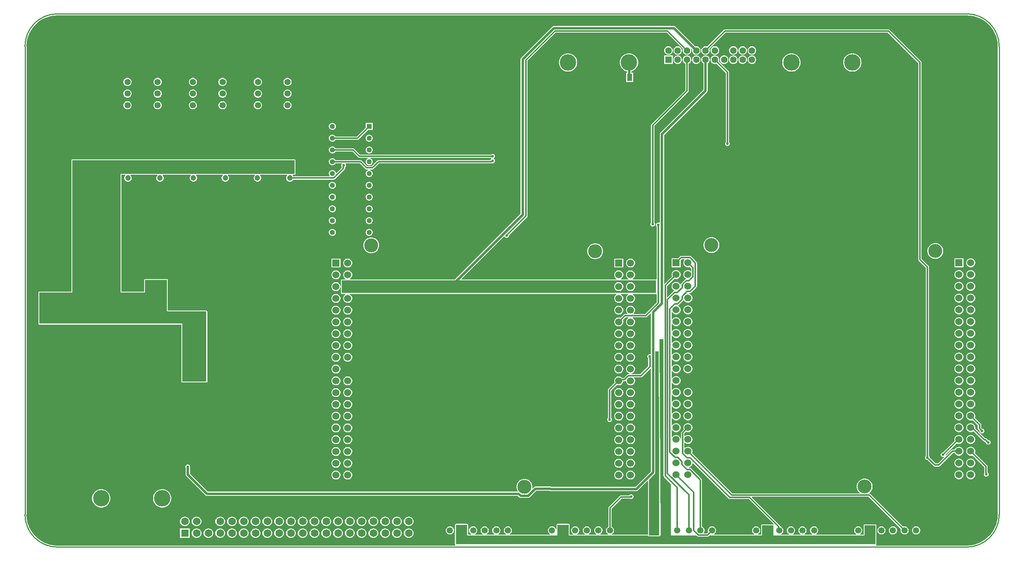
<source format=gbl>
G04*
G04 #@! TF.GenerationSoftware,Altium Limited,Altium Designer,21.2.0 (30)*
G04*
G04 Layer_Physical_Order=2*
G04 Layer_Color=16711680*
%FSLAX44Y44*%
%MOMM*%
G71*
G04*
G04 #@! TF.SameCoordinates,3F68380A-C471-43A9-BBDE-A44CCE961C07*
G04*
G04*
G04 #@! TF.FilePolarity,Positive*
G04*
G01*
G75*
%ADD14C,0.2540*%
%ADD15C,0.5000*%
%ADD20R,1.1000X1.5700*%
%ADD61C,0.3000*%
%ADD62R,1.1300X1.1300*%
%ADD63C,1.1300*%
%ADD64R,1.5300X1.5300*%
%ADD65C,1.5300*%
%ADD66C,3.0000*%
%ADD67C,6.0000*%
%ADD68R,6.0000X6.0000*%
%ADD69C,3.5400*%
%ADD70C,1.4300*%
%ADD71R,1.4300X1.4300*%
%ADD72C,1.3500*%
%ADD73R,1.3500X1.3500*%
%ADD74R,1.3500X1.3500*%
%ADD75R,1.6500X1.6500*%
%ADD76C,1.6500*%
%ADD77R,1.2000X1.2000*%
%ADD78C,1.2000*%
%ADD79C,7.4000*%
%ADD80C,0.6000*%
G36*
X2037469Y1146289D02*
X2044844Y1145035D01*
X2052032Y1142965D01*
X2058943Y1140102D01*
X2065491Y1136483D01*
X2071592Y1132154D01*
X2077170Y1127170D01*
X2082154Y1121592D01*
X2086483Y1115491D01*
X2090102Y1108943D01*
X2092964Y1102032D01*
X2095035Y1094844D01*
X2096288Y1087469D01*
X2096699Y1080165D01*
X2096666Y1080000D01*
X2096666Y70000D01*
X2096699Y69835D01*
X2096288Y62531D01*
X2095035Y55156D01*
X2092964Y47968D01*
X2090102Y41056D01*
X2086483Y34509D01*
X2082154Y28408D01*
X2077170Y22830D01*
X2071592Y17846D01*
X2065491Y13517D01*
X2058943Y9898D01*
X2052032Y7035D01*
X2044844Y4965D01*
X2037469Y3711D01*
X2030165Y3301D01*
X2030000Y3334D01*
X1834896D01*
X1834526Y4330D01*
X1834473Y4604D01*
X1834884Y5220D01*
X1835039Y6000D01*
Y47000D01*
X1834884Y47780D01*
X1834442Y48442D01*
X1833780Y48884D01*
X1833000Y49039D01*
X1810000D01*
X1809220Y48884D01*
X1808558Y48442D01*
X1808116Y47780D01*
X1807961Y47000D01*
Y27039D01*
X1800519D01*
X1800179Y28309D01*
X1801373Y28998D01*
X1803002Y30627D01*
X1804154Y32623D01*
X1804750Y34848D01*
Y37152D01*
X1804154Y39377D01*
X1803002Y41373D01*
X1801373Y43002D01*
X1799377Y44154D01*
X1797152Y44750D01*
X1794848D01*
X1792623Y44154D01*
X1790627Y43002D01*
X1788998Y41373D01*
X1787846Y39377D01*
X1787250Y37152D01*
Y34848D01*
X1787846Y32623D01*
X1788998Y30627D01*
X1790627Y28998D01*
X1791821Y28309D01*
X1791481Y27039D01*
X1705519D01*
X1705179Y28309D01*
X1706373Y28998D01*
X1708002Y30627D01*
X1709154Y32623D01*
X1709750Y34848D01*
Y37152D01*
X1709154Y39377D01*
X1708002Y41373D01*
X1706373Y43002D01*
X1704377Y44154D01*
X1702152Y44750D01*
X1699848D01*
X1697623Y44154D01*
X1695627Y43002D01*
X1693998Y41373D01*
X1692846Y39377D01*
X1692250Y37152D01*
Y34848D01*
X1692846Y32623D01*
X1693998Y30627D01*
X1695627Y28998D01*
X1696821Y28309D01*
X1696481Y27039D01*
X1680519D01*
X1680179Y28309D01*
X1681373Y28998D01*
X1683002Y30627D01*
X1684154Y32623D01*
X1684750Y34848D01*
Y37152D01*
X1684154Y39377D01*
X1683002Y41373D01*
X1681373Y43002D01*
X1679377Y44154D01*
X1677152Y44750D01*
X1674848D01*
X1672623Y44154D01*
X1670627Y43002D01*
X1668998Y41373D01*
X1667846Y39377D01*
X1667250Y37152D01*
Y34848D01*
X1667846Y32623D01*
X1668998Y30627D01*
X1670627Y28998D01*
X1671821Y28309D01*
X1671481Y27039D01*
X1655519D01*
X1655179Y28309D01*
X1656373Y28998D01*
X1658002Y30627D01*
X1659154Y32623D01*
X1659750Y34848D01*
Y37152D01*
X1659154Y39377D01*
X1658002Y41373D01*
X1656373Y43002D01*
X1654377Y44154D01*
X1652152Y44750D01*
X1649848D01*
X1647623Y44154D01*
X1645627Y43002D01*
X1643998Y41373D01*
X1642846Y39377D01*
X1642250Y37152D01*
Y34848D01*
X1642846Y32623D01*
X1643998Y30627D01*
X1645627Y28998D01*
X1646821Y28309D01*
X1646481Y27039D01*
X1630519D01*
X1630179Y28309D01*
X1631373Y28998D01*
X1633002Y30627D01*
X1634154Y32623D01*
X1634750Y34848D01*
Y37152D01*
X1634154Y39377D01*
X1633002Y41373D01*
X1631373Y43002D01*
X1629377Y44154D01*
X1628106Y44494D01*
X1627842Y45821D01*
X1627068Y46978D01*
X1566789Y107258D01*
X1567275Y108431D01*
X1818522D01*
X1887789Y39164D01*
X1887250Y37152D01*
Y34848D01*
X1887846Y32623D01*
X1888998Y30627D01*
X1890627Y28998D01*
X1892623Y27846D01*
X1894848Y27250D01*
X1897152D01*
X1899377Y27846D01*
X1901373Y28998D01*
X1903002Y30627D01*
X1904154Y32623D01*
X1904750Y34848D01*
Y37152D01*
X1904154Y39377D01*
X1903002Y41373D01*
X1901373Y43002D01*
X1899377Y44154D01*
X1897152Y44750D01*
X1894848D01*
X1892836Y44211D01*
X1822523Y114523D01*
X1821366Y115297D01*
X1820338Y115501D01*
X1819919Y116749D01*
X1820737Y117295D01*
X1823105Y119663D01*
X1824965Y122448D01*
X1826247Y125541D01*
X1826900Y128826D01*
Y132174D01*
X1826247Y135459D01*
X1824965Y138553D01*
X1823105Y141337D01*
X1820737Y143705D01*
X1817953Y145565D01*
X1814859Y146847D01*
X1811574Y147500D01*
X1808226D01*
X1804941Y146847D01*
X1801848Y145565D01*
X1799063Y143705D01*
X1796695Y141337D01*
X1794835Y138553D01*
X1793553Y135459D01*
X1792900Y132174D01*
Y128826D01*
X1793553Y125541D01*
X1794835Y122448D01*
X1796695Y119663D01*
X1799063Y117295D01*
X1799828Y116784D01*
X1799460Y115569D01*
X1525078D01*
X1437811Y202835D01*
X1437892Y202975D01*
X1438550Y205429D01*
Y207971D01*
X1437892Y210425D01*
X1436622Y212625D01*
X1434825Y214422D01*
X1432625Y215692D01*
X1430170Y216350D01*
X1427630D01*
X1425175Y215692D01*
X1422975Y214422D01*
X1422492Y213939D01*
X1421319Y214425D01*
Y224375D01*
X1422492Y224861D01*
X1422975Y224378D01*
X1425175Y223108D01*
X1427630Y222450D01*
X1430170D01*
X1432625Y223108D01*
X1434825Y224378D01*
X1436622Y226175D01*
X1437892Y228375D01*
X1438550Y230830D01*
Y233370D01*
X1437892Y235825D01*
X1436622Y238025D01*
X1434825Y239822D01*
X1432625Y241092D01*
X1430170Y241750D01*
X1427630D01*
X1425175Y241092D01*
X1422975Y239822D01*
X1422492Y239339D01*
X1421319Y239825D01*
Y244872D01*
X1425035Y248589D01*
X1425175Y248508D01*
X1427630Y247850D01*
X1430170D01*
X1432625Y248508D01*
X1434825Y249778D01*
X1436622Y251575D01*
X1437892Y253775D01*
X1438550Y256229D01*
Y258771D01*
X1437892Y261225D01*
X1436622Y263425D01*
X1434825Y265222D01*
X1432625Y266492D01*
X1430170Y267150D01*
X1427630D01*
X1425175Y266492D01*
X1422975Y265222D01*
X1421178Y263425D01*
X1419908Y261225D01*
X1419250Y258771D01*
Y256229D01*
X1419908Y253775D01*
X1419989Y253635D01*
X1415227Y248873D01*
X1414453Y247716D01*
X1414181Y246350D01*
Y234428D01*
X1412911Y234261D01*
X1412492Y235825D01*
X1411222Y238025D01*
X1409425Y239822D01*
X1407225Y241092D01*
X1404771Y241750D01*
X1402230D01*
X1399775Y241092D01*
X1397575Y239822D01*
X1395778Y238025D01*
X1394839Y236398D01*
X1393569Y236738D01*
Y252862D01*
X1394839Y253202D01*
X1395778Y251575D01*
X1397575Y249778D01*
X1399775Y248508D01*
X1402230Y247850D01*
X1404771D01*
X1407225Y248508D01*
X1409425Y249778D01*
X1411222Y251575D01*
X1412492Y253775D01*
X1413150Y256229D01*
Y258771D01*
X1412492Y261225D01*
X1411222Y263425D01*
X1409425Y265222D01*
X1407225Y266492D01*
X1404771Y267150D01*
X1402230D01*
X1399775Y266492D01*
X1397575Y265222D01*
X1395778Y263425D01*
X1394839Y261798D01*
X1393569Y262138D01*
Y278262D01*
X1394839Y278602D01*
X1395778Y276975D01*
X1397575Y275178D01*
X1399775Y273908D01*
X1402230Y273250D01*
X1404771D01*
X1407225Y273908D01*
X1409425Y275178D01*
X1411222Y276975D01*
X1412492Y279175D01*
X1413150Y281630D01*
Y284170D01*
X1412492Y286625D01*
X1411222Y288825D01*
X1409425Y290622D01*
X1407225Y291892D01*
X1404771Y292550D01*
X1402230D01*
X1399775Y291892D01*
X1397575Y290622D01*
X1395778Y288825D01*
X1394839Y287198D01*
X1393569Y287538D01*
Y303662D01*
X1394839Y304002D01*
X1395778Y302375D01*
X1397575Y300578D01*
X1399775Y299308D01*
X1402230Y298650D01*
X1404771D01*
X1407225Y299308D01*
X1409425Y300578D01*
X1411222Y302375D01*
X1412492Y304575D01*
X1413150Y307029D01*
Y309571D01*
X1412492Y312025D01*
X1411222Y314225D01*
X1409425Y316022D01*
X1407225Y317292D01*
X1404771Y317950D01*
X1402230D01*
X1399775Y317292D01*
X1397575Y316022D01*
X1395778Y314225D01*
X1394839Y312598D01*
X1393569Y312938D01*
Y329062D01*
X1394839Y329402D01*
X1395778Y327775D01*
X1397575Y325978D01*
X1399775Y324708D01*
X1402230Y324050D01*
X1404771D01*
X1407225Y324708D01*
X1409425Y325978D01*
X1411222Y327775D01*
X1412492Y329975D01*
X1413150Y332430D01*
Y334971D01*
X1412492Y337425D01*
X1411222Y339625D01*
X1409425Y341422D01*
X1407225Y342692D01*
X1404771Y343350D01*
X1402230D01*
X1399775Y342692D01*
X1397575Y341422D01*
X1395778Y339625D01*
X1394839Y337998D01*
X1393569Y338338D01*
Y354462D01*
X1394839Y354802D01*
X1395778Y353175D01*
X1397575Y351378D01*
X1399775Y350108D01*
X1402230Y349450D01*
X1404771D01*
X1407225Y350108D01*
X1409425Y351378D01*
X1411222Y353175D01*
X1412492Y355375D01*
X1413150Y357830D01*
Y360370D01*
X1412492Y362825D01*
X1411222Y365025D01*
X1409425Y366822D01*
X1407225Y368092D01*
X1404771Y368750D01*
X1402230D01*
X1399775Y368092D01*
X1397575Y366822D01*
X1395778Y365025D01*
X1394839Y363398D01*
X1393569Y363738D01*
Y379862D01*
X1394839Y380202D01*
X1395778Y378575D01*
X1397575Y376778D01*
X1399775Y375508D01*
X1402230Y374850D01*
X1404771D01*
X1407225Y375508D01*
X1409425Y376778D01*
X1411222Y378575D01*
X1412492Y380775D01*
X1413150Y383229D01*
Y385770D01*
X1412492Y388225D01*
X1411222Y390425D01*
X1409425Y392222D01*
X1407225Y393492D01*
X1404771Y394150D01*
X1402230D01*
X1399775Y393492D01*
X1397575Y392222D01*
X1395778Y390425D01*
X1394839Y388798D01*
X1393569Y389138D01*
Y405262D01*
X1394839Y405602D01*
X1395778Y403975D01*
X1397575Y402178D01*
X1399775Y400908D01*
X1402230Y400250D01*
X1404771D01*
X1407225Y400908D01*
X1409425Y402178D01*
X1411222Y403975D01*
X1412492Y406175D01*
X1413150Y408629D01*
Y411171D01*
X1412492Y413625D01*
X1411222Y415825D01*
X1409425Y417622D01*
X1407225Y418892D01*
X1404771Y419550D01*
X1402230D01*
X1399775Y418892D01*
X1397575Y417622D01*
X1395778Y415825D01*
X1394839Y414198D01*
X1393569Y414538D01*
Y430662D01*
X1394839Y431002D01*
X1395778Y429375D01*
X1397575Y427578D01*
X1399775Y426308D01*
X1402230Y425650D01*
X1404771D01*
X1407225Y426308D01*
X1409425Y427578D01*
X1411222Y429375D01*
X1412492Y431575D01*
X1413150Y434030D01*
Y436571D01*
X1412492Y439025D01*
X1411222Y441225D01*
X1409425Y443022D01*
X1407225Y444292D01*
X1404771Y444950D01*
X1402230D01*
X1399775Y444292D01*
X1397575Y443022D01*
X1395778Y441225D01*
X1394839Y439598D01*
X1393569Y439938D01*
Y456062D01*
X1394839Y456402D01*
X1395778Y454775D01*
X1397575Y452978D01*
X1399775Y451708D01*
X1402230Y451050D01*
X1404771D01*
X1407225Y451708D01*
X1409425Y452978D01*
X1411222Y454775D01*
X1412492Y456975D01*
X1413150Y459430D01*
Y461970D01*
X1412492Y464425D01*
X1411222Y466625D01*
X1409425Y468422D01*
X1407225Y469692D01*
X1404771Y470350D01*
X1402230D01*
X1399775Y469692D01*
X1397575Y468422D01*
X1395778Y466625D01*
X1394839Y464998D01*
X1393569Y465338D01*
Y481462D01*
X1394839Y481802D01*
X1395778Y480175D01*
X1397575Y478378D01*
X1399775Y477108D01*
X1402230Y476450D01*
X1404771D01*
X1407225Y477108D01*
X1409425Y478378D01*
X1411222Y480175D01*
X1412492Y482375D01*
X1413150Y484829D01*
Y487370D01*
X1412492Y489825D01*
X1411222Y492025D01*
X1409425Y493822D01*
X1407225Y495092D01*
X1404771Y495750D01*
X1402230D01*
X1399775Y495092D01*
X1397575Y493822D01*
X1395778Y492025D01*
X1394839Y490398D01*
X1393569Y490738D01*
Y506862D01*
X1394839Y507202D01*
X1395778Y505575D01*
X1397575Y503778D01*
X1399775Y502508D01*
X1402230Y501850D01*
X1404771D01*
X1407225Y502508D01*
X1409425Y503778D01*
X1411222Y505575D01*
X1412492Y507775D01*
X1413150Y510229D01*
Y512771D01*
X1412492Y515225D01*
X1411222Y517425D01*
X1409425Y519222D01*
X1408397Y519816D01*
X1408376Y519873D01*
X1408441Y521256D01*
X1409135Y521720D01*
X1419228Y531813D01*
X1420711Y531785D01*
X1421178Y530975D01*
X1422975Y529178D01*
X1425175Y527908D01*
X1427630Y527250D01*
X1430170D01*
X1432625Y527908D01*
X1434825Y529178D01*
X1436622Y530975D01*
X1437892Y533175D01*
X1438550Y535630D01*
Y538171D01*
X1437892Y540625D01*
X1436622Y542825D01*
X1434825Y544622D01*
X1432625Y545892D01*
X1431061Y546311D01*
X1431228Y547581D01*
X1433519D01*
X1434884Y547853D01*
X1436042Y548627D01*
X1447573Y560158D01*
X1448347Y561316D01*
X1448619Y562682D01*
Y612719D01*
X1448347Y614084D01*
X1447573Y615242D01*
X1436042Y626773D01*
X1434884Y627547D01*
X1433519Y627819D01*
X1414650D01*
X1413284Y627547D01*
X1412127Y626773D01*
X1408103Y622750D01*
X1393850D01*
Y603450D01*
X1413150D01*
Y617703D01*
X1416128Y620681D01*
X1421175D01*
X1421661Y619508D01*
X1421178Y619025D01*
X1419908Y616825D01*
X1419250Y614370D01*
Y611829D01*
X1419908Y609375D01*
X1421178Y607175D01*
X1422975Y605378D01*
X1425175Y604108D01*
X1427630Y603450D01*
X1430170D01*
X1432625Y604108D01*
X1432765Y604188D01*
X1436481Y600472D01*
Y595425D01*
X1435308Y594939D01*
X1434825Y595422D01*
X1432625Y596692D01*
X1430170Y597350D01*
X1427630D01*
X1425175Y596692D01*
X1422975Y595422D01*
X1421178Y593625D01*
X1419908Y591425D01*
X1419250Y588970D01*
Y586429D01*
X1419908Y583975D01*
X1421178Y581775D01*
X1422975Y579978D01*
X1424454Y579124D01*
X1424233Y577785D01*
X1423885Y577716D01*
X1422727Y576942D01*
X1414064Y568279D01*
X1413291Y567122D01*
X1411961Y566946D01*
X1411222Y568225D01*
X1409425Y570022D01*
X1407225Y571292D01*
X1404771Y571950D01*
X1402230D01*
X1399775Y571292D01*
X1397575Y570022D01*
X1395778Y568225D01*
X1394508Y566025D01*
X1393850Y563571D01*
Y561030D01*
X1394508Y558575D01*
X1395778Y556375D01*
X1397575Y554578D01*
X1399074Y553713D01*
X1398853Y552374D01*
X1398466Y552297D01*
X1397308Y551523D01*
X1384742Y538957D01*
X1383569Y539443D01*
Y562722D01*
X1399635Y578788D01*
X1399775Y578708D01*
X1402230Y578050D01*
X1404771D01*
X1407225Y578708D01*
X1409425Y579978D01*
X1411222Y581775D01*
X1412492Y583975D01*
X1413150Y586429D01*
Y588970D01*
X1412492Y591425D01*
X1411222Y593625D01*
X1409425Y595422D01*
X1407225Y596692D01*
X1404771Y597350D01*
X1402230D01*
X1399775Y596692D01*
X1397575Y595422D01*
X1395778Y593625D01*
X1394508Y591425D01*
X1393850Y588970D01*
Y586429D01*
X1394508Y583975D01*
X1394588Y583835D01*
X1378761Y568008D01*
X1377588Y568494D01*
Y888100D01*
X1470244Y980756D01*
X1471239Y982244D01*
X1471588Y984000D01*
Y1043083D01*
X1472618Y1043678D01*
X1474322Y1045382D01*
X1475526Y1047468D01*
X1476150Y1049795D01*
Y1052205D01*
X1475526Y1054532D01*
X1474322Y1056618D01*
X1472618Y1058322D01*
X1470532Y1059526D01*
X1468205Y1060150D01*
X1465795D01*
X1463468Y1059526D01*
X1461382Y1058322D01*
X1459678Y1056618D01*
X1458474Y1054532D01*
X1457850Y1052205D01*
Y1049795D01*
X1458474Y1047468D01*
X1459678Y1045382D01*
X1461382Y1043678D01*
X1462412Y1043083D01*
Y985900D01*
X1369756Y893244D01*
X1368761Y891756D01*
X1368412Y890000D01*
Y700319D01*
X1367142Y699525D01*
X1365995Y700000D01*
X1364005D01*
X1362168Y699239D01*
X1360761Y697832D01*
X1360000Y695995D01*
Y694005D01*
X1360761Y692168D01*
X1361431Y691497D01*
Y577860D01*
X1360161Y577007D01*
X1360000Y577039D01*
X1310025D01*
X1309842Y577271D01*
X1310157Y578919D01*
X1311125Y579478D01*
X1312922Y581275D01*
X1314192Y583475D01*
X1314850Y585929D01*
Y588470D01*
X1314192Y590925D01*
X1312922Y593125D01*
X1311125Y594922D01*
X1308925Y596192D01*
X1306470Y596850D01*
X1303929D01*
X1301475Y596192D01*
X1299275Y594922D01*
X1297478Y593125D01*
X1296208Y590925D01*
X1295550Y588470D01*
Y585929D01*
X1296208Y583475D01*
X1297478Y581275D01*
X1299275Y579478D01*
X1300243Y578919D01*
X1300558Y577271D01*
X1300375Y577039D01*
X1284625D01*
X1284442Y577271D01*
X1284757Y578919D01*
X1285725Y579478D01*
X1287522Y581275D01*
X1288792Y583475D01*
X1289450Y585929D01*
Y588470D01*
X1288792Y590925D01*
X1287522Y593125D01*
X1285725Y594922D01*
X1283525Y596192D01*
X1281071Y596850D01*
X1278530D01*
X1276075Y596192D01*
X1273875Y594922D01*
X1272078Y593125D01*
X1270808Y590925D01*
X1270150Y588470D01*
Y585929D01*
X1270808Y583475D01*
X1272078Y581275D01*
X1273875Y579478D01*
X1274843Y578919D01*
X1275158Y577271D01*
X1274975Y577039D01*
X941187D01*
X940701Y578213D01*
X1032298Y669810D01*
X1033796Y669512D01*
X1034064Y668864D01*
X1035471Y667458D01*
X1037309Y666697D01*
X1039298D01*
X1041136Y667458D01*
X1042542Y668864D01*
X1043303Y670702D01*
Y672256D01*
X1082523Y711477D01*
X1083297Y712634D01*
X1083569Y714000D01*
Y1049037D01*
X1143963Y1109431D01*
X1383522D01*
X1418463Y1074491D01*
X1417850Y1072205D01*
Y1069795D01*
X1418474Y1067468D01*
X1419678Y1065382D01*
X1421382Y1063678D01*
X1423468Y1062474D01*
X1425795Y1061850D01*
X1428205D01*
X1430532Y1062474D01*
X1432618Y1063678D01*
X1434322Y1065382D01*
X1435526Y1067468D01*
X1436150Y1069795D01*
Y1072205D01*
X1435652Y1074063D01*
X1436791Y1074721D01*
X1438158Y1073354D01*
X1437850Y1072205D01*
Y1069795D01*
X1438474Y1067468D01*
X1439678Y1065382D01*
X1441382Y1063678D01*
X1443468Y1062474D01*
X1445795Y1061850D01*
X1448205D01*
X1450532Y1062474D01*
X1452618Y1063678D01*
X1454322Y1065382D01*
X1455526Y1067468D01*
X1456150Y1069795D01*
Y1072205D01*
X1455526Y1074532D01*
X1454322Y1076618D01*
X1452618Y1078322D01*
X1450532Y1079526D01*
X1448205Y1080150D01*
X1445795D01*
X1444646Y1079842D01*
X1402244Y1122244D01*
X1400756Y1123239D01*
X1399000Y1123588D01*
X1140000D01*
X1138244Y1123239D01*
X1136756Y1122244D01*
X1069756Y1055244D01*
X1068761Y1053756D01*
X1068412Y1052000D01*
Y718901D01*
X926551Y577039D01*
X700425D01*
X700242Y577271D01*
X700557Y578919D01*
X701525Y579478D01*
X703322Y581275D01*
X704592Y583475D01*
X705250Y585929D01*
Y588470D01*
X704592Y590925D01*
X703322Y593125D01*
X701525Y594922D01*
X699325Y596192D01*
X696870Y596850D01*
X694330D01*
X691875Y596192D01*
X689675Y594922D01*
X687878Y593125D01*
X686608Y590925D01*
X685950Y588470D01*
Y585929D01*
X686608Y583475D01*
X687878Y581275D01*
X689675Y579478D01*
X690643Y578919D01*
X690958Y577271D01*
X690775Y577039D01*
X683000D01*
X682220Y576884D01*
X681558Y576442D01*
X681116Y575780D01*
X680961Y575000D01*
Y563832D01*
X679691Y563665D01*
X679192Y565525D01*
X677922Y567725D01*
X676125Y569522D01*
X673925Y570792D01*
X671470Y571450D01*
X668930D01*
X666475Y570792D01*
X664275Y569522D01*
X662478Y567725D01*
X661208Y565525D01*
X660550Y563070D01*
Y560530D01*
X661208Y558075D01*
X662478Y555875D01*
X664275Y554078D01*
X666475Y552808D01*
X668930Y552150D01*
X671470D01*
X673925Y552808D01*
X676125Y554078D01*
X677922Y555875D01*
X679192Y558075D01*
X679691Y559935D01*
X680961Y559768D01*
Y548000D01*
X681116Y547220D01*
X681558Y546558D01*
X682220Y546116D01*
X683000Y545961D01*
X690320D01*
X690660Y544691D01*
X689675Y544122D01*
X687878Y542325D01*
X686608Y540125D01*
X685950Y537671D01*
Y535130D01*
X686608Y532675D01*
X687878Y530475D01*
X689675Y528678D01*
X691875Y527408D01*
X694330Y526750D01*
X696870D01*
X699325Y527408D01*
X701525Y528678D01*
X703322Y530475D01*
X704592Y532675D01*
X705250Y535130D01*
Y537671D01*
X704592Y540125D01*
X703322Y542325D01*
X701525Y544122D01*
X700540Y544691D01*
X700880Y545961D01*
X1274520D01*
X1274860Y544691D01*
X1273875Y544122D01*
X1272078Y542325D01*
X1270808Y540125D01*
X1270150Y537671D01*
Y535130D01*
X1270808Y532675D01*
X1272078Y530475D01*
X1273875Y528678D01*
X1276075Y527408D01*
X1278530Y526750D01*
X1281071D01*
X1283525Y527408D01*
X1285725Y528678D01*
X1287522Y530475D01*
X1288792Y532675D01*
X1289450Y535130D01*
Y537671D01*
X1288792Y540125D01*
X1287522Y542325D01*
X1285725Y544122D01*
X1284740Y544691D01*
X1285080Y545961D01*
X1299920D01*
X1300260Y544691D01*
X1299275Y544122D01*
X1297478Y542325D01*
X1296208Y540125D01*
X1295550Y537671D01*
Y535130D01*
X1296208Y532675D01*
X1297478Y530475D01*
X1299275Y528678D01*
X1301475Y527408D01*
X1303929Y526750D01*
X1306470D01*
X1308925Y527408D01*
X1311125Y528678D01*
X1312922Y530475D01*
X1314192Y532675D01*
X1314850Y535130D01*
Y537671D01*
X1314192Y540125D01*
X1312922Y542325D01*
X1311125Y544122D01*
X1310140Y544691D01*
X1310480Y545961D01*
X1360000D01*
X1360161Y545993D01*
X1361431Y545140D01*
Y527478D01*
X1336372Y502419D01*
X1312062D01*
X1311536Y503689D01*
X1312922Y505075D01*
X1314192Y507275D01*
X1314850Y509729D01*
Y512271D01*
X1314192Y514725D01*
X1312922Y516925D01*
X1311125Y518722D01*
X1308925Y519992D01*
X1306470Y520650D01*
X1303929D01*
X1301475Y519992D01*
X1299275Y518722D01*
X1297478Y516925D01*
X1296208Y514725D01*
X1295550Y512271D01*
Y509729D01*
X1296208Y507275D01*
X1297478Y505075D01*
X1298864Y503689D01*
X1298338Y502419D01*
X1293050D01*
X1291684Y502147D01*
X1290527Y501373D01*
X1283665Y494511D01*
X1283525Y494592D01*
X1281071Y495250D01*
X1278530D01*
X1276075Y494592D01*
X1273875Y493322D01*
X1272078Y491525D01*
X1270808Y489325D01*
X1270150Y486870D01*
Y484329D01*
X1270808Y481875D01*
X1272078Y479675D01*
X1273875Y477878D01*
X1276075Y476608D01*
X1278530Y475950D01*
X1281071D01*
X1283525Y476608D01*
X1285725Y477878D01*
X1287522Y479675D01*
X1288792Y481875D01*
X1289450Y484329D01*
Y486870D01*
X1288792Y489325D01*
X1288712Y489465D01*
X1294528Y495281D01*
X1300129D01*
X1300469Y494011D01*
X1299275Y493322D01*
X1297478Y491525D01*
X1296208Y489325D01*
X1295550Y486870D01*
Y484329D01*
X1296208Y481875D01*
X1297478Y479675D01*
X1299275Y477878D01*
X1301475Y476608D01*
X1303929Y475950D01*
X1306470D01*
X1308925Y476608D01*
X1311125Y477878D01*
X1312922Y479675D01*
X1314192Y481875D01*
X1314850Y484329D01*
Y486870D01*
X1314192Y489325D01*
X1312922Y491525D01*
X1311125Y493322D01*
X1309931Y494011D01*
X1310271Y495281D01*
X1337850D01*
X1339216Y495553D01*
X1340373Y496327D01*
X1348239Y504192D01*
X1349412Y503706D01*
Y416581D01*
X1348142Y415732D01*
X1347495Y416000D01*
X1345506D01*
X1343668Y415239D01*
X1342261Y413832D01*
X1341500Y411995D01*
Y410005D01*
X1342261Y408168D01*
X1343431Y406997D01*
Y390478D01*
X1326272Y373319D01*
X1307528D01*
X1307361Y374589D01*
X1308925Y375008D01*
X1311125Y376278D01*
X1312922Y378075D01*
X1314192Y380275D01*
X1314850Y382729D01*
Y385271D01*
X1314192Y387725D01*
X1312922Y389925D01*
X1311125Y391722D01*
X1308925Y392992D01*
X1306470Y393650D01*
X1303929D01*
X1301475Y392992D01*
X1299275Y391722D01*
X1297478Y389925D01*
X1296208Y387725D01*
X1295550Y385271D01*
Y382729D01*
X1296208Y380275D01*
X1297478Y378075D01*
X1299275Y376278D01*
X1301475Y375008D01*
X1303039Y374589D01*
X1302872Y373319D01*
X1300582D01*
X1299216Y373047D01*
X1298058Y372273D01*
X1290307Y364522D01*
X1287524D01*
X1287522Y364525D01*
X1285725Y366322D01*
X1283525Y367592D01*
X1281071Y368250D01*
X1278530D01*
X1276075Y367592D01*
X1273875Y366322D01*
X1272078Y364525D01*
X1270808Y362325D01*
X1270150Y359870D01*
Y357329D01*
X1270808Y354875D01*
X1270889Y354735D01*
X1257477Y341323D01*
X1256703Y340166D01*
X1256431Y338800D01*
Y278503D01*
X1255761Y277832D01*
X1255000Y275995D01*
Y274005D01*
X1255761Y272168D01*
X1257168Y270761D01*
X1259005Y270000D01*
X1260995D01*
X1262832Y270761D01*
X1264239Y272168D01*
X1265000Y274005D01*
Y275995D01*
X1264239Y277832D01*
X1263569Y278503D01*
Y337322D01*
X1275935Y349688D01*
X1276075Y349608D01*
X1278530Y348950D01*
X1281071D01*
X1283525Y349608D01*
X1285725Y350878D01*
X1287522Y352675D01*
X1288792Y354875D01*
X1289450Y357329D01*
Y357385D01*
X1291785D01*
X1293151Y357657D01*
X1294280Y358411D01*
X1294835Y358308D01*
X1295550Y358012D01*
Y357329D01*
X1296208Y354875D01*
X1297478Y352675D01*
X1299275Y350878D01*
X1301475Y349608D01*
X1303929Y348950D01*
X1306470D01*
X1308925Y349608D01*
X1311125Y350878D01*
X1312922Y352675D01*
X1314192Y354875D01*
X1314850Y357329D01*
Y359870D01*
X1314192Y362325D01*
X1312922Y364525D01*
X1312439Y365008D01*
X1312925Y366181D01*
X1327750D01*
X1329116Y366453D01*
X1330273Y367227D01*
X1348239Y385192D01*
X1349412Y384706D01*
Y162901D01*
X1316100Y129588D01*
X1135726D01*
X1134762Y130232D01*
X1133006Y130582D01*
X1100171D01*
X1098415Y130232D01*
X1096926Y129238D01*
X1094547Y126859D01*
X1093427Y127458D01*
X1093600Y128326D01*
Y131674D01*
X1092947Y134959D01*
X1091665Y138053D01*
X1089805Y140837D01*
X1087437Y143205D01*
X1084652Y145065D01*
X1081559Y146347D01*
X1078274Y147000D01*
X1074926D01*
X1071641Y146347D01*
X1068548Y145065D01*
X1065763Y143205D01*
X1063395Y140837D01*
X1061535Y138053D01*
X1060253Y134959D01*
X1059600Y131674D01*
Y128326D01*
X1060253Y125041D01*
X1061535Y121947D01*
X1062363Y120708D01*
X1061764Y119588D01*
X393900D01*
X355588Y157900D01*
Y171011D01*
X356000Y172005D01*
Y173995D01*
X355239Y175832D01*
X353832Y177239D01*
X351995Y178000D01*
X350005D01*
X348168Y177239D01*
X346761Y175832D01*
X346000Y173995D01*
Y172005D01*
X346412Y171011D01*
Y156000D01*
X346761Y154244D01*
X347756Y152756D01*
X388756Y111756D01*
X390244Y110761D01*
X392000Y110412D01*
X1062122D01*
X1065278Y107256D01*
X1066767Y106261D01*
X1068523Y105912D01*
X1084677D01*
X1086433Y106261D01*
X1087922Y107256D01*
X1102071Y121405D01*
X1131280D01*
X1132244Y120761D01*
X1134000Y120412D01*
X1318000D01*
X1319756Y120761D01*
X1321244Y121756D01*
X1341788Y142299D01*
X1342961Y141813D01*
Y27039D01*
X1265519D01*
X1265179Y28309D01*
X1266373Y28998D01*
X1268002Y30627D01*
X1269154Y32623D01*
X1269750Y34848D01*
Y37152D01*
X1269154Y39377D01*
X1268002Y41373D01*
X1266373Y43002D01*
X1264569Y44043D01*
Y82522D01*
X1286478Y104431D01*
X1303497D01*
X1303668Y104261D01*
X1305505Y103500D01*
X1307495D01*
X1309332Y104261D01*
X1310739Y105668D01*
X1311500Y107505D01*
Y109494D01*
X1310739Y111332D01*
X1309332Y112739D01*
X1307495Y113500D01*
X1305505D01*
X1303668Y112739D01*
X1302498Y111569D01*
X1285000D01*
X1283634Y111297D01*
X1282477Y110523D01*
X1258477Y86523D01*
X1257703Y85366D01*
X1257431Y84000D01*
Y44043D01*
X1255627Y43002D01*
X1253998Y41373D01*
X1252846Y39377D01*
X1252250Y37152D01*
Y34848D01*
X1252846Y32623D01*
X1253998Y30627D01*
X1255627Y28998D01*
X1256821Y28309D01*
X1256480Y27039D01*
X1240519D01*
X1240179Y28309D01*
X1241373Y28998D01*
X1243002Y30627D01*
X1244154Y32623D01*
X1244750Y34848D01*
Y37152D01*
X1244154Y39377D01*
X1243002Y41373D01*
X1241373Y43002D01*
X1239377Y44154D01*
X1237152Y44750D01*
X1234848D01*
X1232623Y44154D01*
X1230627Y43002D01*
X1228998Y41373D01*
X1227846Y39377D01*
X1227250Y37152D01*
Y34848D01*
X1227846Y32623D01*
X1228998Y30627D01*
X1230627Y28998D01*
X1231821Y28309D01*
X1231480Y27039D01*
X1215519D01*
X1215179Y28309D01*
X1216373Y28998D01*
X1218002Y30627D01*
X1219154Y32623D01*
X1219750Y34848D01*
Y37152D01*
X1219154Y39377D01*
X1218002Y41373D01*
X1216373Y43002D01*
X1214377Y44154D01*
X1212152Y44750D01*
X1209848D01*
X1207623Y44154D01*
X1205627Y43002D01*
X1203998Y41373D01*
X1202846Y39377D01*
X1202250Y37152D01*
Y34848D01*
X1202846Y32623D01*
X1203998Y30627D01*
X1205627Y28998D01*
X1206821Y28309D01*
X1206480Y27039D01*
X1190519D01*
X1190179Y28309D01*
X1191373Y28998D01*
X1193002Y30627D01*
X1194154Y32623D01*
X1194750Y34848D01*
Y37152D01*
X1194154Y39377D01*
X1193002Y41373D01*
X1191373Y43002D01*
X1189377Y44154D01*
X1187152Y44750D01*
X1184848D01*
X1182623Y44154D01*
X1180627Y43002D01*
X1178998Y41373D01*
X1177846Y39377D01*
X1177250Y37152D01*
Y34848D01*
X1177846Y32623D01*
X1178998Y30627D01*
X1180627Y28998D01*
X1181821Y28309D01*
X1181480Y27039D01*
X1174039D01*
Y48000D01*
X1173884Y48780D01*
X1173442Y49442D01*
X1172780Y49884D01*
X1172000Y50039D01*
X1148000D01*
X1147220Y49884D01*
X1146558Y49442D01*
X1146116Y48780D01*
X1145961Y48000D01*
Y37540D01*
X1144691Y37373D01*
X1144154Y39377D01*
X1143002Y41373D01*
X1141373Y43002D01*
X1139377Y44154D01*
X1137152Y44750D01*
X1134848D01*
X1132623Y44154D01*
X1130627Y43002D01*
X1128998Y41373D01*
X1127846Y39377D01*
X1127250Y37152D01*
Y34848D01*
X1127846Y32623D01*
X1128998Y30627D01*
X1130627Y28998D01*
X1131821Y28309D01*
X1131480Y27039D01*
X1045519D01*
X1045179Y28309D01*
X1046373Y28998D01*
X1048002Y30627D01*
X1049154Y32623D01*
X1049750Y34848D01*
Y37152D01*
X1049154Y39377D01*
X1048002Y41373D01*
X1046373Y43002D01*
X1044377Y44154D01*
X1042152Y44750D01*
X1039848D01*
X1037623Y44154D01*
X1035627Y43002D01*
X1033998Y41373D01*
X1032846Y39377D01*
X1032250Y37152D01*
Y34848D01*
X1032846Y32623D01*
X1033998Y30627D01*
X1035627Y28998D01*
X1036821Y28309D01*
X1036481Y27039D01*
X1020519D01*
X1020179Y28309D01*
X1021373Y28998D01*
X1023002Y30627D01*
X1024154Y32623D01*
X1024750Y34848D01*
Y37152D01*
X1024154Y39377D01*
X1023002Y41373D01*
X1021373Y43002D01*
X1019377Y44154D01*
X1017152Y44750D01*
X1014848D01*
X1012623Y44154D01*
X1010627Y43002D01*
X1008998Y41373D01*
X1007846Y39377D01*
X1007250Y37152D01*
Y34848D01*
X1007846Y32623D01*
X1008998Y30627D01*
X1010627Y28998D01*
X1011821Y28309D01*
X1011481Y27039D01*
X995519D01*
X995179Y28309D01*
X996373Y28998D01*
X998002Y30627D01*
X999154Y32623D01*
X999750Y34848D01*
Y37152D01*
X999154Y39377D01*
X998002Y41373D01*
X996373Y43002D01*
X994377Y44154D01*
X992152Y44750D01*
X989848D01*
X987623Y44154D01*
X985627Y43002D01*
X983998Y41373D01*
X982846Y39377D01*
X982250Y37152D01*
Y34848D01*
X982846Y32623D01*
X983998Y30627D01*
X985627Y28998D01*
X986821Y28309D01*
X986481Y27039D01*
X970519D01*
X970179Y28309D01*
X971373Y28998D01*
X973002Y30627D01*
X974154Y32623D01*
X974750Y34848D01*
Y37152D01*
X974154Y39377D01*
X973002Y41373D01*
X971373Y43002D01*
X969377Y44154D01*
X967152Y44750D01*
X964848D01*
X962623Y44154D01*
X960627Y43002D01*
X958998Y41373D01*
X957846Y39377D01*
X957250Y37152D01*
Y34848D01*
X957846Y32623D01*
X958998Y30627D01*
X960627Y28998D01*
X961821Y28309D01*
X961481Y27039D01*
X955039D01*
Y48000D01*
X954884Y48780D01*
X954442Y49442D01*
X953780Y49884D01*
X953000Y50039D01*
X929000D01*
X928220Y49884D01*
X927558Y49442D01*
X927116Y48780D01*
X926961Y48000D01*
Y6000D01*
X927116Y5220D01*
X927527Y4604D01*
X927474Y4330D01*
X927104Y3334D01*
X70000D01*
X69835Y3301D01*
X62531Y3711D01*
X55156Y4965D01*
X47968Y7035D01*
X41056Y9898D01*
X34509Y13517D01*
X28408Y17846D01*
X22830Y22830D01*
X17846Y28408D01*
X13517Y34509D01*
X9898Y41056D01*
X7035Y47968D01*
X4965Y55156D01*
X3711Y62531D01*
X3301Y69835D01*
X3334Y70000D01*
Y1080000D01*
X3301Y1080165D01*
X3711Y1087469D01*
X4965Y1094844D01*
X7035Y1102032D01*
X9898Y1108943D01*
X13517Y1115491D01*
X17846Y1121592D01*
X22830Y1127170D01*
X28408Y1132154D01*
X34509Y1136483D01*
X41056Y1140102D01*
X47968Y1142964D01*
X55156Y1145035D01*
X62531Y1146289D01*
X68742Y1146637D01*
X70000Y1146666D01*
X70000Y1146666D01*
X71257Y1146666D01*
X2030000D01*
X2030165Y1146699D01*
X2037469Y1146289D01*
D02*
G37*
G36*
X1360000Y548000D02*
X683000D01*
Y575000D01*
X1360000D01*
Y548000D01*
D02*
G37*
G36*
X1516445Y104477D02*
X1517603Y103703D01*
X1518968Y103431D01*
X1560522D01*
X1613773Y50180D01*
X1613147Y49010D01*
X1613000Y49039D01*
X1589000D01*
X1588220Y48884D01*
X1587558Y48442D01*
X1587116Y47780D01*
X1586961Y47000D01*
X1586961Y27039D01*
X1580519D01*
X1580179Y28309D01*
X1581373Y28998D01*
X1583002Y30627D01*
X1584154Y32623D01*
X1584750Y34848D01*
Y37152D01*
X1584154Y39377D01*
X1583002Y41373D01*
X1581373Y43002D01*
X1579377Y44154D01*
X1577152Y44750D01*
X1574848D01*
X1572623Y44154D01*
X1570627Y43002D01*
X1568998Y41373D01*
X1567846Y39377D01*
X1567250Y37152D01*
Y34848D01*
X1567846Y32623D01*
X1568998Y30627D01*
X1570627Y28998D01*
X1571821Y28309D01*
X1571481Y27039D01*
X1485520D01*
X1485179Y28309D01*
X1486373Y28998D01*
X1488002Y30627D01*
X1489154Y32623D01*
X1489750Y34848D01*
Y37152D01*
X1489154Y39377D01*
X1488002Y41373D01*
X1486373Y43002D01*
X1484377Y44154D01*
X1482152Y44750D01*
X1479848D01*
X1477623Y44154D01*
X1475627Y43002D01*
X1473998Y41373D01*
X1472846Y39377D01*
X1472250Y37152D01*
Y34848D01*
X1472789Y32836D01*
X1469272Y29319D01*
X1463352D01*
X1462866Y30492D01*
X1463002Y30627D01*
X1464154Y32623D01*
X1464750Y34848D01*
Y37152D01*
X1464154Y39377D01*
X1463002Y41373D01*
X1461373Y43002D01*
X1459569Y44043D01*
Y144568D01*
X1459297Y145934D01*
X1458523Y147092D01*
X1436042Y169573D01*
X1434884Y170347D01*
X1433519Y170619D01*
X1431228D01*
X1431061Y171889D01*
X1432625Y172308D01*
X1434825Y173578D01*
X1436622Y175375D01*
X1437892Y177575D01*
X1438550Y180030D01*
Y180712D01*
X1439723Y181198D01*
X1516445Y104477D01*
D02*
G37*
G36*
X1367000Y227247D02*
Y25000D01*
X1345000D01*
Y145511D01*
X1357244Y157756D01*
X1358239Y159244D01*
X1358588Y161000D01*
Y422000D01*
X1366075D01*
X1367000Y227247D01*
D02*
G37*
G36*
X1376431Y154000D02*
X1376703Y152634D01*
X1377477Y151477D01*
X1378000Y150953D01*
Y150000D01*
X1392000Y136000D01*
Y48000D01*
Y25000D01*
X1447458D01*
X1449231Y23227D01*
X1450389Y22453D01*
X1451754Y22181D01*
X1470750D01*
X1472116Y22453D01*
X1473273Y23227D01*
X1475047Y25000D01*
X1589000D01*
X1589000Y47000D01*
X1613000D01*
X1613000Y25000D01*
X1810000D01*
Y47000D01*
X1833000D01*
Y6000D01*
X929000D01*
Y48000D01*
X953000D01*
Y25000D01*
X1148000D01*
Y48000D01*
X1172000D01*
Y25000D01*
X1342961D01*
X1343116Y24220D01*
X1343558Y23558D01*
X1344220Y23116D01*
X1345000Y22961D01*
X1367000D01*
X1367780Y23116D01*
X1368442Y23558D01*
X1368884Y24220D01*
X1369039Y25000D01*
X1370000D01*
X1368000Y446000D01*
Y448000D01*
X1376431D01*
Y154000D01*
D02*
G37*
%LPC*%
G36*
X1568205Y1080150D02*
X1565795D01*
X1563468Y1079526D01*
X1561382Y1078322D01*
X1559678Y1076618D01*
X1558474Y1074532D01*
X1557850Y1072205D01*
Y1069795D01*
X1558474Y1067468D01*
X1559678Y1065382D01*
X1561382Y1063678D01*
X1563468Y1062474D01*
X1565795Y1061850D01*
X1568205D01*
X1570532Y1062474D01*
X1572618Y1063678D01*
X1574322Y1065382D01*
X1575526Y1067468D01*
X1576150Y1069795D01*
Y1072205D01*
X1575526Y1074532D01*
X1574322Y1076618D01*
X1572618Y1078322D01*
X1570532Y1079526D01*
X1568205Y1080150D01*
D02*
G37*
G36*
X1548205D02*
X1545795D01*
X1543468Y1079526D01*
X1541382Y1078322D01*
X1539678Y1076618D01*
X1538474Y1074532D01*
X1537850Y1072205D01*
Y1069795D01*
X1538474Y1067468D01*
X1539678Y1065382D01*
X1541382Y1063678D01*
X1543468Y1062474D01*
X1545795Y1061850D01*
X1548205D01*
X1550532Y1062474D01*
X1552618Y1063678D01*
X1554322Y1065382D01*
X1555526Y1067468D01*
X1556150Y1069795D01*
Y1072205D01*
X1555526Y1074532D01*
X1554322Y1076618D01*
X1552618Y1078322D01*
X1550532Y1079526D01*
X1548205Y1080150D01*
D02*
G37*
G36*
X1528205D02*
X1525795D01*
X1523468Y1079526D01*
X1521382Y1078322D01*
X1519678Y1076618D01*
X1518474Y1074532D01*
X1517850Y1072205D01*
Y1069795D01*
X1518474Y1067468D01*
X1519678Y1065382D01*
X1521382Y1063678D01*
X1523468Y1062474D01*
X1525795Y1061850D01*
X1528205D01*
X1530532Y1062474D01*
X1532618Y1063678D01*
X1534322Y1065382D01*
X1535526Y1067468D01*
X1536150Y1069795D01*
Y1072205D01*
X1535526Y1074532D01*
X1534322Y1076618D01*
X1532618Y1078322D01*
X1530532Y1079526D01*
X1528205Y1080150D01*
D02*
G37*
G36*
X1488205D02*
X1485795D01*
X1483468Y1079526D01*
X1481382Y1078322D01*
X1479678Y1076618D01*
X1478474Y1074532D01*
X1477850Y1072205D01*
Y1069795D01*
X1478474Y1067468D01*
X1479678Y1065382D01*
X1481382Y1063678D01*
X1483468Y1062474D01*
X1485795Y1061850D01*
X1488205D01*
X1490532Y1062474D01*
X1492618Y1063678D01*
X1494322Y1065382D01*
X1495526Y1067468D01*
X1496150Y1069795D01*
Y1072205D01*
X1495526Y1074532D01*
X1494322Y1076618D01*
X1492618Y1078322D01*
X1490532Y1079526D01*
X1488205Y1080150D01*
D02*
G37*
G36*
X1408205D02*
X1405795D01*
X1403468Y1079526D01*
X1401382Y1078322D01*
X1399678Y1076618D01*
X1398474Y1074532D01*
X1397850Y1072205D01*
Y1069795D01*
X1398474Y1067468D01*
X1399678Y1065382D01*
X1401382Y1063678D01*
X1403468Y1062474D01*
X1405795Y1061850D01*
X1408205D01*
X1410532Y1062474D01*
X1412618Y1063678D01*
X1414322Y1065382D01*
X1415526Y1067468D01*
X1416150Y1069795D01*
Y1072205D01*
X1415526Y1074532D01*
X1414322Y1076618D01*
X1412618Y1078322D01*
X1410532Y1079526D01*
X1408205Y1080150D01*
D02*
G37*
G36*
X1388205D02*
X1385795D01*
X1383468Y1079526D01*
X1381382Y1078322D01*
X1379678Y1076618D01*
X1378474Y1074532D01*
X1377850Y1072205D01*
Y1069795D01*
X1378474Y1067468D01*
X1379678Y1065382D01*
X1381382Y1063678D01*
X1383468Y1062474D01*
X1385795Y1061850D01*
X1388205D01*
X1390532Y1062474D01*
X1392618Y1063678D01*
X1394322Y1065382D01*
X1395526Y1067468D01*
X1396150Y1069795D01*
Y1072205D01*
X1395526Y1074532D01*
X1394322Y1076618D01*
X1392618Y1078322D01*
X1390532Y1079526D01*
X1388205Y1080150D01*
D02*
G37*
G36*
X1568205Y1060150D02*
X1565795D01*
X1563468Y1059526D01*
X1561382Y1058322D01*
X1559678Y1056618D01*
X1558474Y1054532D01*
X1557850Y1052205D01*
Y1049795D01*
X1558474Y1047468D01*
X1559678Y1045382D01*
X1561382Y1043678D01*
X1563468Y1042474D01*
X1565795Y1041850D01*
X1568205D01*
X1570532Y1042474D01*
X1572618Y1043678D01*
X1574322Y1045382D01*
X1575526Y1047468D01*
X1576150Y1049795D01*
Y1052205D01*
X1575526Y1054532D01*
X1574322Y1056618D01*
X1572618Y1058322D01*
X1570532Y1059526D01*
X1568205Y1060150D01*
D02*
G37*
G36*
X1548205D02*
X1545795D01*
X1543468Y1059526D01*
X1541382Y1058322D01*
X1539678Y1056618D01*
X1538474Y1054532D01*
X1537850Y1052205D01*
Y1049795D01*
X1538474Y1047468D01*
X1539678Y1045382D01*
X1541382Y1043678D01*
X1543468Y1042474D01*
X1545795Y1041850D01*
X1548205D01*
X1550532Y1042474D01*
X1552618Y1043678D01*
X1554322Y1045382D01*
X1555526Y1047468D01*
X1556150Y1049795D01*
Y1052205D01*
X1555526Y1054532D01*
X1554322Y1056618D01*
X1552618Y1058322D01*
X1550532Y1059526D01*
X1548205Y1060150D01*
D02*
G37*
G36*
X1528205D02*
X1525795D01*
X1523468Y1059526D01*
X1521382Y1058322D01*
X1519678Y1056618D01*
X1518474Y1054532D01*
X1517850Y1052205D01*
Y1049795D01*
X1518474Y1047468D01*
X1519678Y1045382D01*
X1521382Y1043678D01*
X1523468Y1042474D01*
X1525795Y1041850D01*
X1528205D01*
X1530532Y1042474D01*
X1532618Y1043678D01*
X1534322Y1045382D01*
X1535526Y1047468D01*
X1536150Y1049795D01*
Y1052205D01*
X1535526Y1054532D01*
X1534322Y1056618D01*
X1532618Y1058322D01*
X1530532Y1059526D01*
X1528205Y1060150D01*
D02*
G37*
G36*
X1508205D02*
X1505795D01*
X1503468Y1059526D01*
X1501382Y1058322D01*
X1499678Y1056618D01*
X1498474Y1054532D01*
X1497850Y1052205D01*
Y1049795D01*
X1498474Y1047468D01*
X1499678Y1045382D01*
X1501382Y1043678D01*
X1503468Y1042474D01*
X1505795Y1041850D01*
X1508205D01*
X1510532Y1042474D01*
X1512618Y1043678D01*
X1514322Y1045382D01*
X1515526Y1047468D01*
X1516150Y1049795D01*
Y1052205D01*
X1515526Y1054532D01*
X1514322Y1056618D01*
X1512618Y1058322D01*
X1510532Y1059526D01*
X1508205Y1060150D01*
D02*
G37*
G36*
X1448205D02*
X1445795D01*
X1443468Y1059526D01*
X1441382Y1058322D01*
X1439678Y1056618D01*
X1438474Y1054532D01*
X1437850Y1052205D01*
Y1049795D01*
X1438474Y1047468D01*
X1439678Y1045382D01*
X1441382Y1043678D01*
X1443468Y1042474D01*
X1445795Y1041850D01*
X1448205D01*
X1450532Y1042474D01*
X1452618Y1043678D01*
X1454322Y1045382D01*
X1455526Y1047468D01*
X1456150Y1049795D01*
Y1052205D01*
X1455526Y1054532D01*
X1454322Y1056618D01*
X1452618Y1058322D01*
X1450532Y1059526D01*
X1448205Y1060150D01*
D02*
G37*
G36*
X1408205D02*
X1405795D01*
X1403468Y1059526D01*
X1401382Y1058322D01*
X1399678Y1056618D01*
X1398474Y1054532D01*
X1397850Y1052205D01*
Y1049795D01*
X1398474Y1047468D01*
X1399678Y1045382D01*
X1401382Y1043678D01*
X1403468Y1042474D01*
X1405795Y1041850D01*
X1408205D01*
X1410532Y1042474D01*
X1412618Y1043678D01*
X1414322Y1045382D01*
X1415526Y1047468D01*
X1416150Y1049795D01*
Y1052205D01*
X1415526Y1054532D01*
X1414322Y1056618D01*
X1412618Y1058322D01*
X1410532Y1059526D01*
X1408205Y1060150D01*
D02*
G37*
G36*
X1396150D02*
X1377850D01*
Y1041850D01*
X1396150D01*
Y1060150D01*
D02*
G37*
G36*
X1785340Y1064700D02*
X1781460D01*
X1777654Y1063943D01*
X1774068Y1062458D01*
X1770842Y1060302D01*
X1768098Y1057558D01*
X1765942Y1054331D01*
X1764457Y1050746D01*
X1763700Y1046940D01*
Y1043060D01*
X1764457Y1039254D01*
X1765942Y1035668D01*
X1768098Y1032442D01*
X1770842Y1029698D01*
X1774068Y1027542D01*
X1777654Y1026057D01*
X1781460Y1025300D01*
X1785340D01*
X1789146Y1026057D01*
X1792731Y1027542D01*
X1795958Y1029698D01*
X1798702Y1032442D01*
X1800858Y1035668D01*
X1802343Y1039254D01*
X1803100Y1043060D01*
Y1046940D01*
X1802343Y1050746D01*
X1800858Y1054331D01*
X1798702Y1057558D01*
X1795958Y1060302D01*
X1792731Y1062458D01*
X1789146Y1063943D01*
X1785340Y1064700D01*
D02*
G37*
G36*
X1653940D02*
X1650060D01*
X1646254Y1063943D01*
X1642668Y1062458D01*
X1639442Y1060302D01*
X1636698Y1057558D01*
X1634542Y1054331D01*
X1633057Y1050746D01*
X1632300Y1046940D01*
Y1043060D01*
X1633057Y1039254D01*
X1634542Y1035668D01*
X1636698Y1032442D01*
X1639442Y1029698D01*
X1642668Y1027542D01*
X1646254Y1026057D01*
X1650060Y1025300D01*
X1653940D01*
X1657746Y1026057D01*
X1661331Y1027542D01*
X1664558Y1029698D01*
X1667302Y1032442D01*
X1669458Y1035668D01*
X1670943Y1039254D01*
X1671700Y1043060D01*
Y1046940D01*
X1670943Y1050746D01*
X1669458Y1054331D01*
X1667302Y1057558D01*
X1664558Y1060302D01*
X1661331Y1062458D01*
X1657746Y1063943D01*
X1653940Y1064700D01*
D02*
G37*
G36*
X1172540D02*
X1168660D01*
X1164854Y1063943D01*
X1161269Y1062458D01*
X1158042Y1060302D01*
X1155298Y1057558D01*
X1153142Y1054331D01*
X1151657Y1050746D01*
X1150900Y1046940D01*
Y1043060D01*
X1151657Y1039254D01*
X1153142Y1035668D01*
X1155298Y1032442D01*
X1158042Y1029698D01*
X1161269Y1027542D01*
X1164854Y1026057D01*
X1168660Y1025300D01*
X1172540D01*
X1176346Y1026057D01*
X1179931Y1027542D01*
X1183158Y1029698D01*
X1185902Y1032442D01*
X1188058Y1035668D01*
X1189543Y1039254D01*
X1190300Y1043060D01*
Y1046940D01*
X1189543Y1050746D01*
X1188058Y1054331D01*
X1185902Y1057558D01*
X1183158Y1060302D01*
X1179931Y1062458D01*
X1176346Y1063943D01*
X1172540Y1064700D01*
D02*
G37*
G36*
X1303940D02*
X1300060D01*
X1296254Y1063943D01*
X1292669Y1062458D01*
X1289442Y1060302D01*
X1286698Y1057558D01*
X1284542Y1054331D01*
X1283057Y1050746D01*
X1282300Y1046940D01*
Y1043060D01*
X1283057Y1039254D01*
X1284542Y1035668D01*
X1286698Y1032442D01*
X1289442Y1029698D01*
X1292669Y1027542D01*
X1296254Y1026057D01*
X1297962Y1025717D01*
Y1022850D01*
X1295600D01*
Y1003150D01*
X1310600D01*
Y1022850D01*
X1307138D01*
Y1025936D01*
X1307746Y1026057D01*
X1311331Y1027542D01*
X1314558Y1029698D01*
X1317302Y1032442D01*
X1319458Y1035668D01*
X1320943Y1039254D01*
X1321700Y1043060D01*
Y1046940D01*
X1320943Y1050746D01*
X1319458Y1054331D01*
X1317302Y1057558D01*
X1314558Y1060302D01*
X1311331Y1062458D01*
X1307746Y1063943D01*
X1303940Y1064700D01*
D02*
G37*
G36*
X567152Y1011750D02*
X564848D01*
X562623Y1011154D01*
X560627Y1010002D01*
X558998Y1008373D01*
X557846Y1006377D01*
X557250Y1004152D01*
Y1001848D01*
X557846Y999623D01*
X558998Y997627D01*
X560627Y995998D01*
X562623Y994846D01*
X564848Y994250D01*
X567152D01*
X569377Y994846D01*
X571373Y995998D01*
X573002Y997627D01*
X574154Y999623D01*
X574750Y1001848D01*
Y1004152D01*
X574154Y1006377D01*
X573002Y1008373D01*
X571373Y1010002D01*
X569377Y1011154D01*
X567152Y1011750D01*
D02*
G37*
G36*
X503152D02*
X500848D01*
X498623Y1011154D01*
X496627Y1010002D01*
X494998Y1008373D01*
X493846Y1006377D01*
X493250Y1004152D01*
Y1001848D01*
X493846Y999623D01*
X494998Y997627D01*
X496627Y995998D01*
X498623Y994846D01*
X500848Y994250D01*
X503152D01*
X505377Y994846D01*
X507373Y995998D01*
X509002Y997627D01*
X510154Y999623D01*
X510750Y1001848D01*
Y1004152D01*
X510154Y1006377D01*
X509002Y1008373D01*
X507373Y1010002D01*
X505377Y1011154D01*
X503152Y1011750D01*
D02*
G37*
G36*
X427152D02*
X424848D01*
X422623Y1011154D01*
X420627Y1010002D01*
X418998Y1008373D01*
X417846Y1006377D01*
X417250Y1004152D01*
Y1001848D01*
X417846Y999623D01*
X418998Y997627D01*
X420627Y995998D01*
X422623Y994846D01*
X424848Y994250D01*
X427152D01*
X429377Y994846D01*
X431373Y995998D01*
X433002Y997627D01*
X434154Y999623D01*
X434750Y1001848D01*
Y1004152D01*
X434154Y1006377D01*
X433002Y1008373D01*
X431373Y1010002D01*
X429377Y1011154D01*
X427152Y1011750D01*
D02*
G37*
G36*
X363152D02*
X360848D01*
X358623Y1011154D01*
X356627Y1010002D01*
X354998Y1008373D01*
X353846Y1006377D01*
X353250Y1004152D01*
Y1001848D01*
X353846Y999623D01*
X354998Y997627D01*
X356627Y995998D01*
X358623Y994846D01*
X360848Y994250D01*
X363152D01*
X365377Y994846D01*
X367373Y995998D01*
X369002Y997627D01*
X370154Y999623D01*
X370750Y1001848D01*
Y1004152D01*
X370154Y1006377D01*
X369002Y1008373D01*
X367373Y1010002D01*
X365377Y1011154D01*
X363152Y1011750D01*
D02*
G37*
G36*
X287152D02*
X284848D01*
X282623Y1011154D01*
X280627Y1010002D01*
X278998Y1008373D01*
X277846Y1006377D01*
X277250Y1004152D01*
Y1001848D01*
X277846Y999623D01*
X278998Y997627D01*
X280627Y995998D01*
X282623Y994846D01*
X284848Y994250D01*
X287152D01*
X289377Y994846D01*
X291373Y995998D01*
X293002Y997627D01*
X294154Y999623D01*
X294750Y1001848D01*
Y1004152D01*
X294154Y1006377D01*
X293002Y1008373D01*
X291373Y1010002D01*
X289377Y1011154D01*
X287152Y1011750D01*
D02*
G37*
G36*
X222152D02*
X219848D01*
X217623Y1011154D01*
X215627Y1010002D01*
X213998Y1008373D01*
X212846Y1006377D01*
X212250Y1004152D01*
Y1001848D01*
X212846Y999623D01*
X213998Y997627D01*
X215627Y995998D01*
X217623Y994846D01*
X219848Y994250D01*
X222152D01*
X224377Y994846D01*
X226373Y995998D01*
X228002Y997627D01*
X229154Y999623D01*
X229750Y1001848D01*
Y1004152D01*
X229154Y1006377D01*
X228002Y1008373D01*
X226373Y1010002D01*
X224377Y1011154D01*
X222152Y1011750D01*
D02*
G37*
G36*
X567152Y986750D02*
X564848D01*
X562623Y986154D01*
X560627Y985002D01*
X558998Y983373D01*
X557846Y981377D01*
X557250Y979152D01*
Y976848D01*
X557846Y974623D01*
X558998Y972627D01*
X560627Y970998D01*
X562623Y969846D01*
X564848Y969250D01*
X567152D01*
X569377Y969846D01*
X571373Y970998D01*
X573002Y972627D01*
X574154Y974623D01*
X574750Y976848D01*
Y979152D01*
X574154Y981377D01*
X573002Y983373D01*
X571373Y985002D01*
X569377Y986154D01*
X567152Y986750D01*
D02*
G37*
G36*
X503152D02*
X500848D01*
X498623Y986154D01*
X496627Y985002D01*
X494998Y983373D01*
X493846Y981377D01*
X493250Y979152D01*
Y976848D01*
X493846Y974623D01*
X494998Y972627D01*
X496627Y970998D01*
X498623Y969846D01*
X500848Y969250D01*
X503152D01*
X505377Y969846D01*
X507373Y970998D01*
X509002Y972627D01*
X510154Y974623D01*
X510750Y976848D01*
Y979152D01*
X510154Y981377D01*
X509002Y983373D01*
X507373Y985002D01*
X505377Y986154D01*
X503152Y986750D01*
D02*
G37*
G36*
X427152D02*
X424848D01*
X422623Y986154D01*
X420627Y985002D01*
X418998Y983373D01*
X417846Y981377D01*
X417250Y979152D01*
Y976848D01*
X417846Y974623D01*
X418998Y972627D01*
X420627Y970998D01*
X422623Y969846D01*
X424848Y969250D01*
X427152D01*
X429377Y969846D01*
X431373Y970998D01*
X433002Y972627D01*
X434154Y974623D01*
X434750Y976848D01*
Y979152D01*
X434154Y981377D01*
X433002Y983373D01*
X431373Y985002D01*
X429377Y986154D01*
X427152Y986750D01*
D02*
G37*
G36*
X363152D02*
X360848D01*
X358623Y986154D01*
X356627Y985002D01*
X354998Y983373D01*
X353846Y981377D01*
X353250Y979152D01*
Y976848D01*
X353846Y974623D01*
X354998Y972627D01*
X356627Y970998D01*
X358623Y969846D01*
X360848Y969250D01*
X363152D01*
X365377Y969846D01*
X367373Y970998D01*
X369002Y972627D01*
X370154Y974623D01*
X370750Y976848D01*
Y979152D01*
X370154Y981377D01*
X369002Y983373D01*
X367373Y985002D01*
X365377Y986154D01*
X363152Y986750D01*
D02*
G37*
G36*
X287152D02*
X284848D01*
X282623Y986154D01*
X280627Y985002D01*
X278998Y983373D01*
X277846Y981377D01*
X277250Y979152D01*
Y976848D01*
X277846Y974623D01*
X278998Y972627D01*
X280627Y970998D01*
X282623Y969846D01*
X284848Y969250D01*
X287152D01*
X289377Y969846D01*
X291373Y970998D01*
X293002Y972627D01*
X294154Y974623D01*
X294750Y976848D01*
Y979152D01*
X294154Y981377D01*
X293002Y983373D01*
X291373Y985002D01*
X289377Y986154D01*
X287152Y986750D01*
D02*
G37*
G36*
X222152D02*
X219848D01*
X217623Y986154D01*
X215627Y985002D01*
X213998Y983373D01*
X212846Y981377D01*
X212250Y979152D01*
Y976848D01*
X212846Y974623D01*
X213998Y972627D01*
X215627Y970998D01*
X217623Y969846D01*
X219848Y969250D01*
X222152D01*
X224377Y969846D01*
X226373Y970998D01*
X228002Y972627D01*
X229154Y974623D01*
X229750Y976848D01*
Y979152D01*
X229154Y981377D01*
X228002Y983373D01*
X226373Y985002D01*
X224377Y986154D01*
X222152Y986750D01*
D02*
G37*
G36*
X567152Y961750D02*
X564848D01*
X562623Y961154D01*
X560627Y960002D01*
X558998Y958373D01*
X557846Y956377D01*
X557250Y954152D01*
Y951848D01*
X557846Y949623D01*
X558998Y947627D01*
X560627Y945998D01*
X562623Y944846D01*
X564848Y944250D01*
X567152D01*
X569377Y944846D01*
X571373Y945998D01*
X573002Y947627D01*
X574154Y949623D01*
X574750Y951848D01*
Y954152D01*
X574154Y956377D01*
X573002Y958373D01*
X571373Y960002D01*
X569377Y961154D01*
X567152Y961750D01*
D02*
G37*
G36*
X503152D02*
X500848D01*
X498623Y961154D01*
X496627Y960002D01*
X494998Y958373D01*
X493846Y956377D01*
X493250Y954152D01*
Y951848D01*
X493846Y949623D01*
X494998Y947627D01*
X496627Y945998D01*
X498623Y944846D01*
X500848Y944250D01*
X503152D01*
X505377Y944846D01*
X507373Y945998D01*
X509002Y947627D01*
X510154Y949623D01*
X510750Y951848D01*
Y954152D01*
X510154Y956377D01*
X509002Y958373D01*
X507373Y960002D01*
X505377Y961154D01*
X503152Y961750D01*
D02*
G37*
G36*
X427152D02*
X424848D01*
X422623Y961154D01*
X420627Y960002D01*
X418998Y958373D01*
X417846Y956377D01*
X417250Y954152D01*
Y951848D01*
X417846Y949623D01*
X418998Y947627D01*
X420627Y945998D01*
X422623Y944846D01*
X424848Y944250D01*
X427152D01*
X429377Y944846D01*
X431373Y945998D01*
X433002Y947627D01*
X434154Y949623D01*
X434750Y951848D01*
Y954152D01*
X434154Y956377D01*
X433002Y958373D01*
X431373Y960002D01*
X429377Y961154D01*
X427152Y961750D01*
D02*
G37*
G36*
X363152D02*
X360848D01*
X358623Y961154D01*
X356627Y960002D01*
X354998Y958373D01*
X353846Y956377D01*
X353250Y954152D01*
Y951848D01*
X353846Y949623D01*
X354998Y947627D01*
X356627Y945998D01*
X358623Y944846D01*
X360848Y944250D01*
X363152D01*
X365377Y944846D01*
X367373Y945998D01*
X369002Y947627D01*
X370154Y949623D01*
X370750Y951848D01*
Y954152D01*
X370154Y956377D01*
X369002Y958373D01*
X367373Y960002D01*
X365377Y961154D01*
X363152Y961750D01*
D02*
G37*
G36*
X287152D02*
X284848D01*
X282623Y961154D01*
X280627Y960002D01*
X278998Y958373D01*
X277846Y956377D01*
X277250Y954152D01*
Y951848D01*
X277846Y949623D01*
X278998Y947627D01*
X280627Y945998D01*
X282623Y944846D01*
X284848Y944250D01*
X287152D01*
X289377Y944846D01*
X291373Y945998D01*
X293002Y947627D01*
X294154Y949623D01*
X294750Y951848D01*
Y954152D01*
X294154Y956377D01*
X293002Y958373D01*
X291373Y960002D01*
X289377Y961154D01*
X287152Y961750D01*
D02*
G37*
G36*
X222152D02*
X219848D01*
X217623Y961154D01*
X215627Y960002D01*
X213998Y958373D01*
X212846Y956377D01*
X212250Y954152D01*
Y951848D01*
X212846Y949623D01*
X213998Y947627D01*
X215627Y945998D01*
X217623Y944846D01*
X219848Y944250D01*
X222152D01*
X224377Y944846D01*
X226373Y945998D01*
X228002Y947627D01*
X229154Y949623D01*
X229750Y951848D01*
Y954152D01*
X229154Y956377D01*
X228002Y958373D01*
X226373Y960002D01*
X224377Y961154D01*
X222152Y961750D01*
D02*
G37*
G36*
X663607Y914850D02*
X661593D01*
X659647Y914329D01*
X657903Y913322D01*
X656479Y911897D01*
X655471Y910153D01*
X654950Y908207D01*
Y906193D01*
X655471Y904247D01*
X656479Y902503D01*
X657903Y901078D01*
X659647Y900071D01*
X661593Y899550D01*
X663607D01*
X665553Y900071D01*
X667297Y901078D01*
X668721Y902503D01*
X669729Y904247D01*
X670250Y906193D01*
Y908207D01*
X669729Y910153D01*
X668721Y911897D01*
X667297Y913322D01*
X665553Y914329D01*
X663607Y914850D01*
D02*
G37*
G36*
X749650D02*
X734350D01*
Y904597D01*
X715122Y885369D01*
X669373D01*
X668721Y886497D01*
X667297Y887922D01*
X665553Y888929D01*
X663607Y889450D01*
X661593D01*
X659647Y888929D01*
X657903Y887922D01*
X656479Y886497D01*
X655471Y884753D01*
X654950Y882807D01*
Y880793D01*
X655471Y878847D01*
X656479Y877103D01*
X657903Y875678D01*
X659647Y874671D01*
X661593Y874150D01*
X663607D01*
X665553Y874671D01*
X667297Y875678D01*
X668721Y877103D01*
X669373Y878231D01*
X716600D01*
X717966Y878503D01*
X719123Y879277D01*
X739397Y899550D01*
X749650D01*
Y914850D01*
D02*
G37*
G36*
X743007Y889450D02*
X740993D01*
X739047Y888929D01*
X737303Y887922D01*
X735879Y886497D01*
X734871Y884753D01*
X734350Y882807D01*
Y880793D01*
X734871Y878847D01*
X735879Y877103D01*
X737303Y875678D01*
X739047Y874671D01*
X740993Y874150D01*
X743007D01*
X744953Y874671D01*
X746697Y875678D01*
X748121Y877103D01*
X749129Y878847D01*
X749650Y880793D01*
Y882807D01*
X749129Y884753D01*
X748121Y886497D01*
X746697Y887922D01*
X744953Y888929D01*
X743007Y889450D01*
D02*
G37*
G36*
X1488205Y1060150D02*
X1485795D01*
X1483468Y1059526D01*
X1481382Y1058322D01*
X1479678Y1056618D01*
X1478474Y1054532D01*
X1477850Y1052205D01*
Y1049795D01*
X1478474Y1047468D01*
X1479678Y1045382D01*
X1481382Y1043678D01*
X1483468Y1042474D01*
X1485795Y1041850D01*
X1488205D01*
X1490491Y1042463D01*
X1510431Y1022522D01*
Y873503D01*
X1509761Y872832D01*
X1509000Y870995D01*
Y869006D01*
X1509761Y867168D01*
X1511168Y865761D01*
X1513005Y865000D01*
X1514995D01*
X1516832Y865761D01*
X1518239Y867168D01*
X1519000Y869006D01*
Y870995D01*
X1518239Y872832D01*
X1517569Y873503D01*
Y1024000D01*
X1517297Y1025366D01*
X1516523Y1026523D01*
X1495537Y1047509D01*
X1496150Y1049795D01*
Y1052205D01*
X1495526Y1054532D01*
X1494322Y1056618D01*
X1492618Y1058322D01*
X1490532Y1059526D01*
X1488205Y1060150D01*
D02*
G37*
G36*
X743007Y864050D02*
X740993D01*
X739047Y863529D01*
X737303Y862522D01*
X735879Y861097D01*
X734871Y859353D01*
X734350Y857407D01*
Y855393D01*
X734871Y853447D01*
X735879Y851703D01*
X737303Y850278D01*
X739047Y849271D01*
X740993Y848750D01*
X743007D01*
X744953Y849271D01*
X746697Y850278D01*
X748121Y851703D01*
X749129Y853447D01*
X749650Y855393D01*
Y857407D01*
X749129Y859353D01*
X748121Y861097D01*
X746697Y862522D01*
X744953Y863529D01*
X743007Y864050D01*
D02*
G37*
G36*
X663607D02*
X661593D01*
X659647Y863529D01*
X657903Y862522D01*
X656479Y861097D01*
X655471Y859353D01*
X654950Y857407D01*
Y855393D01*
X655471Y853447D01*
X656479Y851703D01*
X657903Y850278D01*
X659647Y849271D01*
X661593Y848750D01*
X663607D01*
X665553Y849271D01*
X667297Y850278D01*
X668721Y851703D01*
X669373Y852831D01*
X706245D01*
X718600Y840477D01*
X719757Y839703D01*
X721123Y839431D01*
X739002D01*
X739169Y838161D01*
X739047Y838129D01*
X737303Y837122D01*
X735879Y835697D01*
X734871Y833953D01*
X734350Y832007D01*
Y829993D01*
X734871Y828047D01*
X735879Y826303D01*
X737303Y824878D01*
X739047Y823871D01*
X740993Y823350D01*
X743007D01*
X744953Y823871D01*
X746697Y824878D01*
X748121Y826303D01*
X749129Y828047D01*
X749650Y829993D01*
Y832007D01*
X749129Y833953D01*
X748121Y835697D01*
X746697Y837122D01*
X744953Y838129D01*
X744830Y838161D01*
X744998Y839431D01*
X1004498D01*
X1005168Y838761D01*
X1005472Y838635D01*
Y837365D01*
X1005168Y837239D01*
X1003761Y835832D01*
X1003238Y834569D01*
X762000D01*
X760634Y834297D01*
X759477Y833523D01*
X747522Y821569D01*
X737478D01*
X725523Y833523D01*
X724366Y834297D01*
X723000Y834569D01*
X669373D01*
X668721Y835697D01*
X667297Y837122D01*
X665553Y838129D01*
X663607Y838650D01*
X661593D01*
X659647Y838129D01*
X657903Y837122D01*
X656479Y835697D01*
X655471Y833953D01*
X654950Y832007D01*
Y829993D01*
X655471Y828047D01*
X656479Y826303D01*
X657903Y824878D01*
X659647Y823871D01*
X661593Y823350D01*
X663607D01*
X665553Y823871D01*
X667297Y824878D01*
X668721Y826303D01*
X669373Y827431D01*
X682564D01*
X683090Y826161D01*
X682761Y825832D01*
X682000Y823995D01*
Y822005D01*
X682761Y820168D01*
X682857Y820071D01*
Y817964D01*
X671423Y806530D01*
X670135Y807038D01*
X669729Y808553D01*
X668721Y810297D01*
X667297Y811721D01*
X665553Y812729D01*
X663607Y813250D01*
X661593D01*
X659647Y812729D01*
X657903Y811721D01*
X656479Y810297D01*
X655471Y808553D01*
X654950Y806607D01*
Y804593D01*
X655471Y802647D01*
X656479Y800903D01*
X656639Y800742D01*
X656153Y799569D01*
X578177D01*
X577402Y800912D01*
X576623Y801691D01*
X577149Y802961D01*
X581000D01*
X581780Y803116D01*
X582442Y803558D01*
X582884Y804220D01*
X583039Y805000D01*
X583039Y834000D01*
X582884Y834780D01*
X582442Y835442D01*
X581780Y835884D01*
X581000Y836039D01*
X102000Y836039D01*
X101220Y835884D01*
X100558Y835442D01*
X100116Y834780D01*
X99961Y834000D01*
Y551039D01*
X31000D01*
X30220Y550884D01*
X29558Y550442D01*
X29116Y549780D01*
X28961Y549000D01*
Y482000D01*
X29116Y481220D01*
X29558Y480558D01*
X30220Y480116D01*
X31000Y479961D01*
X336961D01*
Y357000D01*
X337116Y356220D01*
X337558Y355558D01*
X338220Y355116D01*
X339000Y354961D01*
X391000D01*
X391780Y355116D01*
X392442Y355558D01*
X392884Y356220D01*
X393039Y357000D01*
Y508000D01*
X392884Y508780D01*
X392442Y509442D01*
X391780Y509884D01*
X391000Y510039D01*
X308039D01*
Y576000D01*
X307884Y576780D01*
X307442Y577442D01*
X306780Y577884D01*
X306000Y578039D01*
X259000D01*
X258220Y577884D01*
X257558Y577442D01*
X257116Y576780D01*
X256961Y576000D01*
Y551039D01*
X208039D01*
Y802961D01*
X215851D01*
X216377Y801691D01*
X215598Y800912D01*
X214545Y799088D01*
X214000Y797053D01*
Y794947D01*
X214545Y792912D01*
X215598Y791088D01*
X217088Y789598D01*
X218912Y788545D01*
X220947Y788000D01*
X223053D01*
X225088Y788545D01*
X226912Y789598D01*
X228402Y791088D01*
X229455Y792912D01*
X230000Y794947D01*
Y797053D01*
X229455Y799088D01*
X228402Y800912D01*
X227623Y801691D01*
X228149Y802961D01*
X284851D01*
X285377Y801691D01*
X284598Y800912D01*
X283545Y799088D01*
X283000Y797053D01*
Y794947D01*
X283545Y792912D01*
X284598Y791088D01*
X286088Y789598D01*
X287912Y788545D01*
X289947Y788000D01*
X292053D01*
X294088Y788545D01*
X295912Y789598D01*
X297402Y791088D01*
X298455Y792912D01*
X299000Y794947D01*
Y797053D01*
X298455Y799088D01*
X297402Y800912D01*
X296623Y801691D01*
X297149Y802961D01*
X356851D01*
X357377Y801691D01*
X356598Y800912D01*
X355545Y799088D01*
X355000Y797053D01*
Y794947D01*
X355545Y792912D01*
X356598Y791088D01*
X358088Y789598D01*
X359912Y788545D01*
X361947Y788000D01*
X364053D01*
X366088Y788545D01*
X367912Y789598D01*
X369402Y791088D01*
X370455Y792912D01*
X371000Y794947D01*
Y797053D01*
X370455Y799088D01*
X369402Y800912D01*
X368623Y801691D01*
X369149Y802961D01*
X425851D01*
X426377Y801691D01*
X425598Y800912D01*
X424545Y799088D01*
X424000Y797053D01*
Y794947D01*
X424545Y792912D01*
X425598Y791088D01*
X427088Y789598D01*
X428912Y788545D01*
X430947Y788000D01*
X433053D01*
X435088Y788545D01*
X436912Y789598D01*
X438402Y791088D01*
X439455Y792912D01*
X440000Y794947D01*
Y797053D01*
X439455Y799088D01*
X438402Y800912D01*
X437623Y801691D01*
X438149Y802961D01*
X494851D01*
X495377Y801691D01*
X494598Y800912D01*
X493545Y799088D01*
X493000Y797053D01*
Y794947D01*
X493545Y792912D01*
X494598Y791088D01*
X496088Y789598D01*
X497912Y788545D01*
X499947Y788000D01*
X502053D01*
X504088Y788545D01*
X505912Y789598D01*
X507402Y791088D01*
X508455Y792912D01*
X509000Y794947D01*
Y797053D01*
X508455Y799088D01*
X507402Y800912D01*
X506623Y801691D01*
X507149Y802961D01*
X564851D01*
X565377Y801691D01*
X564598Y800912D01*
X563545Y799088D01*
X563000Y797053D01*
Y794947D01*
X563545Y792912D01*
X564598Y791088D01*
X566088Y789598D01*
X567912Y788545D01*
X569947Y788000D01*
X572053D01*
X574088Y788545D01*
X575912Y789598D01*
X577402Y791088D01*
X578177Y792431D01*
X665940D01*
X667306Y792703D01*
X668463Y793477D01*
X688949Y813963D01*
X689723Y815120D01*
X689995Y816486D01*
Y818923D01*
X691239Y820168D01*
X692000Y822005D01*
Y823995D01*
X691239Y825832D01*
X690910Y826161D01*
X691436Y827431D01*
X721522D01*
X733477Y815477D01*
X734634Y814703D01*
X736000Y814431D01*
X740495D01*
X740662Y813161D01*
X739047Y812729D01*
X737303Y811721D01*
X735879Y810297D01*
X734871Y808553D01*
X734350Y806607D01*
Y804593D01*
X734871Y802647D01*
X735879Y800903D01*
X737303Y799479D01*
X739047Y798471D01*
X740993Y797950D01*
X743007D01*
X744953Y798471D01*
X746697Y799479D01*
X748121Y800903D01*
X749129Y802647D01*
X749650Y804593D01*
Y806607D01*
X749129Y808553D01*
X748121Y810297D01*
X746697Y811721D01*
X744953Y812729D01*
X743338Y813161D01*
X743505Y814431D01*
X749000D01*
X750366Y814703D01*
X751523Y815477D01*
X763478Y827431D01*
X1005188D01*
X1006554Y827703D01*
X1007001Y828002D01*
X1007005Y828000D01*
X1008995D01*
X1010832Y828761D01*
X1012239Y830168D01*
X1013000Y832005D01*
Y833995D01*
X1012239Y835832D01*
X1010832Y837239D01*
X1010528Y837365D01*
Y838635D01*
X1010832Y838761D01*
X1012239Y840168D01*
X1013000Y842005D01*
Y843995D01*
X1012239Y845832D01*
X1010832Y847239D01*
X1008995Y848000D01*
X1007005D01*
X1005168Y847239D01*
X1004498Y846569D01*
X722601D01*
X710246Y858923D01*
X709089Y859697D01*
X707723Y859969D01*
X669373D01*
X668721Y861097D01*
X667297Y862522D01*
X665553Y863529D01*
X663607Y864050D01*
D02*
G37*
G36*
X743007Y787850D02*
X740993D01*
X739047Y787329D01*
X737303Y786321D01*
X735879Y784897D01*
X734871Y783153D01*
X734350Y781207D01*
Y779193D01*
X734871Y777247D01*
X735879Y775503D01*
X737303Y774079D01*
X739047Y773071D01*
X740993Y772550D01*
X743007D01*
X744953Y773071D01*
X746697Y774079D01*
X748121Y775503D01*
X749129Y777247D01*
X749650Y779193D01*
Y781207D01*
X749129Y783153D01*
X748121Y784897D01*
X746697Y786321D01*
X744953Y787329D01*
X743007Y787850D01*
D02*
G37*
G36*
X663607D02*
X661593D01*
X659647Y787329D01*
X657903Y786321D01*
X656479Y784897D01*
X655471Y783153D01*
X654950Y781207D01*
Y779193D01*
X655471Y777247D01*
X656479Y775503D01*
X657903Y774079D01*
X659647Y773071D01*
X661593Y772550D01*
X663607D01*
X665553Y773071D01*
X667297Y774079D01*
X668721Y775503D01*
X669729Y777247D01*
X670250Y779193D01*
Y781207D01*
X669729Y783153D01*
X668721Y784897D01*
X667297Y786321D01*
X665553Y787329D01*
X663607Y787850D01*
D02*
G37*
G36*
X743007Y762450D02*
X740993D01*
X739047Y761929D01*
X737303Y760921D01*
X735879Y759497D01*
X734871Y757753D01*
X734350Y755807D01*
Y753793D01*
X734871Y751847D01*
X735879Y750103D01*
X737303Y748679D01*
X739047Y747671D01*
X740993Y747150D01*
X743007D01*
X744953Y747671D01*
X746697Y748679D01*
X748121Y750103D01*
X749129Y751847D01*
X749650Y753793D01*
Y755807D01*
X749129Y757753D01*
X748121Y759497D01*
X746697Y760921D01*
X744953Y761929D01*
X743007Y762450D01*
D02*
G37*
G36*
X663607D02*
X661593D01*
X659647Y761929D01*
X657903Y760921D01*
X656479Y759497D01*
X655471Y757753D01*
X654950Y755807D01*
Y753793D01*
X655471Y751847D01*
X656479Y750103D01*
X657903Y748679D01*
X659647Y747671D01*
X661593Y747150D01*
X663607D01*
X665553Y747671D01*
X667297Y748679D01*
X668721Y750103D01*
X669729Y751847D01*
X670250Y753793D01*
Y755807D01*
X669729Y757753D01*
X668721Y759497D01*
X667297Y760921D01*
X665553Y761929D01*
X663607Y762450D01*
D02*
G37*
G36*
X743007Y737050D02*
X740993D01*
X739047Y736529D01*
X737303Y735521D01*
X735879Y734097D01*
X734871Y732353D01*
X734350Y730407D01*
Y728393D01*
X734871Y726447D01*
X735879Y724703D01*
X737303Y723279D01*
X739047Y722271D01*
X740993Y721750D01*
X743007D01*
X744953Y722271D01*
X746697Y723279D01*
X748121Y724703D01*
X749129Y726447D01*
X749650Y728393D01*
Y730407D01*
X749129Y732353D01*
X748121Y734097D01*
X746697Y735521D01*
X744953Y736529D01*
X743007Y737050D01*
D02*
G37*
G36*
X663607D02*
X661593D01*
X659647Y736529D01*
X657903Y735521D01*
X656479Y734097D01*
X655471Y732353D01*
X654950Y730407D01*
Y728393D01*
X655471Y726447D01*
X656479Y724703D01*
X657903Y723279D01*
X659647Y722271D01*
X661593Y721750D01*
X663607D01*
X665553Y722271D01*
X667297Y723279D01*
X668721Y724703D01*
X669729Y726447D01*
X670250Y728393D01*
Y730407D01*
X669729Y732353D01*
X668721Y734097D01*
X667297Y735521D01*
X665553Y736529D01*
X663607Y737050D01*
D02*
G37*
G36*
X743007Y711650D02*
X740993D01*
X739047Y711129D01*
X737303Y710122D01*
X735879Y708697D01*
X734871Y706953D01*
X734350Y705007D01*
Y702993D01*
X734871Y701047D01*
X735879Y699303D01*
X737303Y697878D01*
X739047Y696871D01*
X740993Y696350D01*
X743007D01*
X744953Y696871D01*
X746697Y697878D01*
X748121Y699303D01*
X749129Y701047D01*
X749650Y702993D01*
Y705007D01*
X749129Y706953D01*
X748121Y708697D01*
X746697Y710122D01*
X744953Y711129D01*
X743007Y711650D01*
D02*
G37*
G36*
X663607D02*
X661593D01*
X659647Y711129D01*
X657903Y710122D01*
X656479Y708697D01*
X655471Y706953D01*
X654950Y705007D01*
Y702993D01*
X655471Y701047D01*
X656479Y699303D01*
X657903Y697878D01*
X659647Y696871D01*
X661593Y696350D01*
X663607D01*
X665553Y696871D01*
X667297Y697878D01*
X668721Y699303D01*
X669729Y701047D01*
X670250Y702993D01*
Y705007D01*
X669729Y706953D01*
X668721Y708697D01*
X667297Y710122D01*
X665553Y711129D01*
X663607Y711650D01*
D02*
G37*
G36*
X1428205Y1060150D02*
X1425795D01*
X1423468Y1059526D01*
X1421382Y1058322D01*
X1419678Y1056618D01*
X1418474Y1054532D01*
X1417850Y1052205D01*
Y1049795D01*
X1418474Y1047468D01*
X1419678Y1045382D01*
X1421382Y1043678D01*
X1423431Y1042495D01*
Y985478D01*
X1350477Y912523D01*
X1349703Y911366D01*
X1349431Y910000D01*
Y699502D01*
X1348761Y698832D01*
X1348000Y696995D01*
Y695005D01*
X1348761Y693168D01*
X1350168Y691761D01*
X1352005Y691000D01*
X1353995D01*
X1355832Y691761D01*
X1357239Y693168D01*
X1358000Y695005D01*
Y696995D01*
X1357239Y698832D01*
X1356569Y699502D01*
Y908522D01*
X1429523Y981477D01*
X1430297Y982634D01*
X1430569Y984000D01*
Y1042495D01*
X1432618Y1043678D01*
X1434322Y1045382D01*
X1435526Y1047468D01*
X1436150Y1049795D01*
Y1052205D01*
X1435526Y1054532D01*
X1434322Y1056618D01*
X1432618Y1058322D01*
X1430532Y1059526D01*
X1428205Y1060150D01*
D02*
G37*
G36*
X743007Y686250D02*
X740993D01*
X739047Y685729D01*
X737303Y684722D01*
X735879Y683297D01*
X734871Y681553D01*
X734350Y679607D01*
Y677593D01*
X734871Y675647D01*
X735879Y673903D01*
X737303Y672478D01*
X739047Y671471D01*
X740993Y670950D01*
X743007D01*
X744953Y671471D01*
X746697Y672478D01*
X748121Y673903D01*
X749129Y675647D01*
X749650Y677593D01*
Y679607D01*
X749129Y681553D01*
X748121Y683297D01*
X746697Y684722D01*
X744953Y685729D01*
X743007Y686250D01*
D02*
G37*
G36*
X663607D02*
X661593D01*
X659647Y685729D01*
X657903Y684722D01*
X656479Y683297D01*
X655471Y681553D01*
X654950Y679607D01*
Y677593D01*
X655471Y675647D01*
X656479Y673903D01*
X657903Y672478D01*
X659647Y671471D01*
X661593Y670950D01*
X663607D01*
X665553Y671471D01*
X667297Y672478D01*
X668721Y673903D01*
X669729Y675647D01*
X670250Y677593D01*
Y679607D01*
X669729Y681553D01*
X668721Y683297D01*
X667297Y684722D01*
X665553Y685729D01*
X663607Y686250D01*
D02*
G37*
G36*
X1481374Y668200D02*
X1478026D01*
X1474741Y667547D01*
X1471647Y666265D01*
X1468863Y664405D01*
X1466495Y662037D01*
X1464635Y659252D01*
X1463353Y656159D01*
X1462700Y652874D01*
Y649526D01*
X1463353Y646241D01*
X1464635Y643148D01*
X1466495Y640363D01*
X1468863Y637995D01*
X1471647Y636135D01*
X1474741Y634853D01*
X1478026Y634200D01*
X1481374D01*
X1484659Y634853D01*
X1487753Y636135D01*
X1490537Y637995D01*
X1492905Y640363D01*
X1494765Y643148D01*
X1496047Y646241D01*
X1496700Y649526D01*
Y652874D01*
X1496047Y656159D01*
X1494765Y659252D01*
X1492905Y662037D01*
X1490537Y664405D01*
X1487753Y666265D01*
X1484659Y667547D01*
X1481374Y668200D01*
D02*
G37*
G36*
X748074Y667700D02*
X744726D01*
X741441Y667047D01*
X738347Y665765D01*
X735563Y663905D01*
X733195Y661537D01*
X731335Y658753D01*
X730053Y655659D01*
X729400Y652374D01*
Y649026D01*
X730053Y645741D01*
X731335Y642647D01*
X733195Y639863D01*
X735563Y637495D01*
X738347Y635635D01*
X741441Y634353D01*
X744726Y633700D01*
X748074D01*
X751359Y634353D01*
X754453Y635635D01*
X757237Y637495D01*
X759605Y639863D01*
X761465Y642647D01*
X762747Y645741D01*
X763400Y649026D01*
Y652374D01*
X762747Y655659D01*
X761465Y658753D01*
X759605Y661537D01*
X757237Y663905D01*
X754453Y665765D01*
X751359Y667047D01*
X748074Y667700D01*
D02*
G37*
G36*
X1963974Y655500D02*
X1960626D01*
X1957341Y654847D01*
X1954247Y653565D01*
X1951463Y651705D01*
X1949095Y649337D01*
X1947235Y646553D01*
X1945953Y643459D01*
X1945300Y640174D01*
Y636826D01*
X1945953Y633541D01*
X1947235Y630448D01*
X1949095Y627663D01*
X1951463Y625295D01*
X1954247Y623435D01*
X1957341Y622153D01*
X1960626Y621500D01*
X1963974D01*
X1967259Y622153D01*
X1970352Y623435D01*
X1973137Y625295D01*
X1975505Y627663D01*
X1977365Y630448D01*
X1978647Y633541D01*
X1979300Y636826D01*
Y640174D01*
X1978647Y643459D01*
X1977365Y646553D01*
X1975505Y649337D01*
X1973137Y651705D01*
X1970352Y653565D01*
X1967259Y654847D01*
X1963974Y655500D01*
D02*
G37*
G36*
X1230674Y655000D02*
X1227326D01*
X1224041Y654347D01*
X1220947Y653065D01*
X1218163Y651205D01*
X1215795Y648837D01*
X1213935Y646052D01*
X1212653Y642959D01*
X1212000Y639674D01*
Y636326D01*
X1212653Y633041D01*
X1213935Y629948D01*
X1215795Y627163D01*
X1218163Y624795D01*
X1220947Y622935D01*
X1224041Y621653D01*
X1227326Y621000D01*
X1230674D01*
X1233959Y621653D01*
X1237053Y622935D01*
X1239837Y624795D01*
X1242205Y627163D01*
X1244065Y629948D01*
X1245347Y633041D01*
X1246000Y636326D01*
Y639674D01*
X1245347Y642959D01*
X1244065Y646052D01*
X1242205Y648837D01*
X1239837Y651205D01*
X1237053Y653065D01*
X1233959Y654347D01*
X1230674Y655000D01*
D02*
G37*
G36*
X2039771Y622750D02*
X2037230D01*
X2034775Y622092D01*
X2032575Y620822D01*
X2030778Y619025D01*
X2029508Y616825D01*
X2028850Y614370D01*
Y611829D01*
X2029508Y609375D01*
X2030778Y607175D01*
X2032575Y605378D01*
X2034775Y604108D01*
X2037230Y603450D01*
X2039771D01*
X2042225Y604108D01*
X2044425Y605378D01*
X2046222Y607175D01*
X2047492Y609375D01*
X2048150Y611829D01*
Y614370D01*
X2047492Y616825D01*
X2046222Y619025D01*
X2044425Y620822D01*
X2042225Y622092D01*
X2039771Y622750D01*
D02*
G37*
G36*
X2022750D02*
X2003450D01*
Y603450D01*
X2022750D01*
Y622750D01*
D02*
G37*
G36*
X1306470Y622250D02*
X1303929D01*
X1301475Y621592D01*
X1299275Y620322D01*
X1297478Y618525D01*
X1296208Y616325D01*
X1295550Y613871D01*
Y611329D01*
X1296208Y608875D01*
X1297478Y606675D01*
X1299275Y604878D01*
X1301475Y603608D01*
X1303929Y602950D01*
X1306470D01*
X1308925Y603608D01*
X1311125Y604878D01*
X1312922Y606675D01*
X1314192Y608875D01*
X1314850Y611329D01*
Y613871D01*
X1314192Y616325D01*
X1312922Y618525D01*
X1311125Y620322D01*
X1308925Y621592D01*
X1306470Y622250D01*
D02*
G37*
G36*
X1289450D02*
X1270150D01*
Y602950D01*
X1289450D01*
Y622250D01*
D02*
G37*
G36*
X696870D02*
X694330D01*
X691875Y621592D01*
X689675Y620322D01*
X687878Y618525D01*
X686608Y616325D01*
X685950Y613871D01*
Y611329D01*
X686608Y608875D01*
X687878Y606675D01*
X689675Y604878D01*
X691875Y603608D01*
X694330Y602950D01*
X696870D01*
X699325Y603608D01*
X701525Y604878D01*
X703322Y606675D01*
X704592Y608875D01*
X705250Y611329D01*
Y613871D01*
X704592Y616325D01*
X703322Y618525D01*
X701525Y620322D01*
X699325Y621592D01*
X696870Y622250D01*
D02*
G37*
G36*
X679850D02*
X660550D01*
Y602950D01*
X679850D01*
Y622250D01*
D02*
G37*
G36*
X2039771Y597350D02*
X2037230D01*
X2034775Y596692D01*
X2032575Y595422D01*
X2030778Y593625D01*
X2029508Y591425D01*
X2028850Y588970D01*
Y586429D01*
X2029508Y583975D01*
X2030778Y581775D01*
X2032575Y579978D01*
X2034775Y578708D01*
X2037230Y578050D01*
X2039771D01*
X2042225Y578708D01*
X2044425Y579978D01*
X2046222Y581775D01*
X2047492Y583975D01*
X2048150Y586429D01*
Y588970D01*
X2047492Y591425D01*
X2046222Y593625D01*
X2044425Y595422D01*
X2042225Y596692D01*
X2039771Y597350D01*
D02*
G37*
G36*
X2014371D02*
X2011830D01*
X2009375Y596692D01*
X2007175Y595422D01*
X2005378Y593625D01*
X2004108Y591425D01*
X2003450Y588970D01*
Y586429D01*
X2004108Y583975D01*
X2005378Y581775D01*
X2007175Y579978D01*
X2009375Y578708D01*
X2011830Y578050D01*
X2014371D01*
X2016825Y578708D01*
X2019025Y579978D01*
X2020822Y581775D01*
X2022092Y583975D01*
X2022750Y586429D01*
Y588970D01*
X2022092Y591425D01*
X2020822Y593625D01*
X2019025Y595422D01*
X2016825Y596692D01*
X2014371Y597350D01*
D02*
G37*
G36*
X671470Y596850D02*
X668930D01*
X666475Y596192D01*
X664275Y594922D01*
X662478Y593125D01*
X661208Y590925D01*
X660550Y588470D01*
Y585929D01*
X661208Y583475D01*
X662478Y581275D01*
X664275Y579478D01*
X666475Y578208D01*
X668930Y577550D01*
X671470D01*
X673925Y578208D01*
X676125Y579478D01*
X677922Y581275D01*
X679192Y583475D01*
X679850Y585929D01*
Y588470D01*
X679192Y590925D01*
X677922Y593125D01*
X676125Y594922D01*
X673925Y596192D01*
X671470Y596850D01*
D02*
G37*
G36*
X2039771Y571950D02*
X2037230D01*
X2034775Y571292D01*
X2032575Y570022D01*
X2030778Y568225D01*
X2029508Y566025D01*
X2028850Y563571D01*
Y561030D01*
X2029508Y558575D01*
X2030778Y556375D01*
X2032575Y554578D01*
X2034775Y553308D01*
X2037230Y552650D01*
X2039771D01*
X2042225Y553308D01*
X2044425Y554578D01*
X2046222Y556375D01*
X2047492Y558575D01*
X2048150Y561030D01*
Y563571D01*
X2047492Y566025D01*
X2046222Y568225D01*
X2044425Y570022D01*
X2042225Y571292D01*
X2039771Y571950D01*
D02*
G37*
G36*
X2014371D02*
X2011830D01*
X2009375Y571292D01*
X2007175Y570022D01*
X2005378Y568225D01*
X2004108Y566025D01*
X2003450Y563571D01*
Y561030D01*
X2004108Y558575D01*
X2005378Y556375D01*
X2007175Y554578D01*
X2009375Y553308D01*
X2011830Y552650D01*
X2014371D01*
X2016825Y553308D01*
X2019025Y554578D01*
X2020822Y556375D01*
X2022092Y558575D01*
X2022750Y561030D01*
Y563571D01*
X2022092Y566025D01*
X2020822Y568225D01*
X2019025Y570022D01*
X2016825Y571292D01*
X2014371Y571950D01*
D02*
G37*
G36*
X2039771Y546550D02*
X2037230D01*
X2034775Y545892D01*
X2032575Y544622D01*
X2030778Y542825D01*
X2029508Y540625D01*
X2028850Y538171D01*
Y535630D01*
X2029508Y533175D01*
X2030778Y530975D01*
X2032575Y529178D01*
X2034775Y527908D01*
X2037230Y527250D01*
X2039771D01*
X2042225Y527908D01*
X2044425Y529178D01*
X2046222Y530975D01*
X2047492Y533175D01*
X2048150Y535630D01*
Y538171D01*
X2047492Y540625D01*
X2046222Y542825D01*
X2044425Y544622D01*
X2042225Y545892D01*
X2039771Y546550D01*
D02*
G37*
G36*
X2014371D02*
X2011830D01*
X2009375Y545892D01*
X2007175Y544622D01*
X2005378Y542825D01*
X2004108Y540625D01*
X2003450Y538171D01*
Y535630D01*
X2004108Y533175D01*
X2005378Y530975D01*
X2007175Y529178D01*
X2009375Y527908D01*
X2011830Y527250D01*
X2014371D01*
X2016825Y527908D01*
X2019025Y529178D01*
X2020822Y530975D01*
X2022092Y533175D01*
X2022750Y535630D01*
Y538171D01*
X2022092Y540625D01*
X2020822Y542825D01*
X2019025Y544622D01*
X2016825Y545892D01*
X2014371Y546550D01*
D02*
G37*
G36*
X671470Y546050D02*
X668930D01*
X666475Y545392D01*
X664275Y544122D01*
X662478Y542325D01*
X661208Y540125D01*
X660550Y537671D01*
Y535130D01*
X661208Y532675D01*
X662478Y530475D01*
X664275Y528678D01*
X666475Y527408D01*
X668930Y526750D01*
X671470D01*
X673925Y527408D01*
X676125Y528678D01*
X677922Y530475D01*
X679192Y532675D01*
X679850Y535130D01*
Y537671D01*
X679192Y540125D01*
X677922Y542325D01*
X676125Y544122D01*
X673925Y545392D01*
X671470Y546050D01*
D02*
G37*
G36*
X2039771Y521150D02*
X2037230D01*
X2034775Y520492D01*
X2032575Y519222D01*
X2030778Y517425D01*
X2029508Y515225D01*
X2028850Y512771D01*
Y510229D01*
X2029508Y507775D01*
X2030778Y505575D01*
X2032575Y503778D01*
X2034775Y502508D01*
X2037230Y501850D01*
X2039771D01*
X2042225Y502508D01*
X2044425Y503778D01*
X2046222Y505575D01*
X2047492Y507775D01*
X2048150Y510229D01*
Y512771D01*
X2047492Y515225D01*
X2046222Y517425D01*
X2044425Y519222D01*
X2042225Y520492D01*
X2039771Y521150D01*
D02*
G37*
G36*
X2014371D02*
X2011830D01*
X2009375Y520492D01*
X2007175Y519222D01*
X2005378Y517425D01*
X2004108Y515225D01*
X2003450Y512771D01*
Y510229D01*
X2004108Y507775D01*
X2005378Y505575D01*
X2007175Y503778D01*
X2009375Y502508D01*
X2011830Y501850D01*
X2014371D01*
X2016825Y502508D01*
X2019025Y503778D01*
X2020822Y505575D01*
X2022092Y507775D01*
X2022750Y510229D01*
Y512771D01*
X2022092Y515225D01*
X2020822Y517425D01*
X2019025Y519222D01*
X2016825Y520492D01*
X2014371Y521150D01*
D02*
G37*
G36*
X1430170D02*
X1427630D01*
X1425175Y520492D01*
X1422975Y519222D01*
X1421178Y517425D01*
X1419908Y515225D01*
X1419250Y512771D01*
Y510229D01*
X1419908Y507775D01*
X1421178Y505575D01*
X1422975Y503778D01*
X1425175Y502508D01*
X1427630Y501850D01*
X1430170D01*
X1432625Y502508D01*
X1434825Y503778D01*
X1436622Y505575D01*
X1437892Y507775D01*
X1438550Y510229D01*
Y512771D01*
X1437892Y515225D01*
X1436622Y517425D01*
X1434825Y519222D01*
X1432625Y520492D01*
X1430170Y521150D01*
D02*
G37*
G36*
X1281071Y520650D02*
X1278530D01*
X1276075Y519992D01*
X1273875Y518722D01*
X1272078Y516925D01*
X1270808Y514725D01*
X1270150Y512271D01*
Y509729D01*
X1270808Y507275D01*
X1272078Y505075D01*
X1273875Y503278D01*
X1276075Y502008D01*
X1278530Y501350D01*
X1281071D01*
X1283525Y502008D01*
X1285725Y503278D01*
X1287522Y505075D01*
X1288792Y507275D01*
X1289450Y509729D01*
Y512271D01*
X1288792Y514725D01*
X1287522Y516925D01*
X1285725Y518722D01*
X1283525Y519992D01*
X1281071Y520650D01*
D02*
G37*
G36*
X696870D02*
X694330D01*
X691875Y519992D01*
X689675Y518722D01*
X687878Y516925D01*
X686608Y514725D01*
X685950Y512271D01*
Y509729D01*
X686608Y507275D01*
X687878Y505075D01*
X689675Y503278D01*
X691875Y502008D01*
X694330Y501350D01*
X696870D01*
X699325Y502008D01*
X701525Y503278D01*
X703322Y505075D01*
X704592Y507275D01*
X705250Y509729D01*
Y512271D01*
X704592Y514725D01*
X703322Y516925D01*
X701525Y518722D01*
X699325Y519992D01*
X696870Y520650D01*
D02*
G37*
G36*
X671470D02*
X668930D01*
X666475Y519992D01*
X664275Y518722D01*
X662478Y516925D01*
X661208Y514725D01*
X660550Y512271D01*
Y509729D01*
X661208Y507275D01*
X662478Y505075D01*
X664275Y503278D01*
X666475Y502008D01*
X668930Y501350D01*
X671470D01*
X673925Y502008D01*
X676125Y503278D01*
X677922Y505075D01*
X679192Y507275D01*
X679850Y509729D01*
Y512271D01*
X679192Y514725D01*
X677922Y516925D01*
X676125Y518722D01*
X673925Y519992D01*
X671470Y520650D01*
D02*
G37*
G36*
X2039771Y495750D02*
X2037230D01*
X2034775Y495092D01*
X2032575Y493822D01*
X2030778Y492025D01*
X2029508Y489825D01*
X2028850Y487370D01*
Y484829D01*
X2029508Y482375D01*
X2030778Y480175D01*
X2032575Y478378D01*
X2034775Y477108D01*
X2037230Y476450D01*
X2039771D01*
X2042225Y477108D01*
X2044425Y478378D01*
X2046222Y480175D01*
X2047492Y482375D01*
X2048150Y484829D01*
Y487370D01*
X2047492Y489825D01*
X2046222Y492025D01*
X2044425Y493822D01*
X2042225Y495092D01*
X2039771Y495750D01*
D02*
G37*
G36*
X2014371D02*
X2011830D01*
X2009375Y495092D01*
X2007175Y493822D01*
X2005378Y492025D01*
X2004108Y489825D01*
X2003450Y487370D01*
Y484829D01*
X2004108Y482375D01*
X2005378Y480175D01*
X2007175Y478378D01*
X2009375Y477108D01*
X2011830Y476450D01*
X2014371D01*
X2016825Y477108D01*
X2019025Y478378D01*
X2020822Y480175D01*
X2022092Y482375D01*
X2022750Y484829D01*
Y487370D01*
X2022092Y489825D01*
X2020822Y492025D01*
X2019025Y493822D01*
X2016825Y495092D01*
X2014371Y495750D01*
D02*
G37*
G36*
X1430170D02*
X1427630D01*
X1425175Y495092D01*
X1422975Y493822D01*
X1421178Y492025D01*
X1419908Y489825D01*
X1419250Y487370D01*
Y484829D01*
X1419908Y482375D01*
X1421178Y480175D01*
X1422975Y478378D01*
X1425175Y477108D01*
X1427630Y476450D01*
X1430170D01*
X1432625Y477108D01*
X1434825Y478378D01*
X1436622Y480175D01*
X1437892Y482375D01*
X1438550Y484829D01*
Y487370D01*
X1437892Y489825D01*
X1436622Y492025D01*
X1434825Y493822D01*
X1432625Y495092D01*
X1430170Y495750D01*
D02*
G37*
G36*
X696870Y495250D02*
X694330D01*
X691875Y494592D01*
X689675Y493322D01*
X687878Y491525D01*
X686608Y489325D01*
X685950Y486870D01*
Y484329D01*
X686608Y481875D01*
X687878Y479675D01*
X689675Y477878D01*
X691875Y476608D01*
X694330Y475950D01*
X696870D01*
X699325Y476608D01*
X701525Y477878D01*
X703322Y479675D01*
X704592Y481875D01*
X705250Y484329D01*
Y486870D01*
X704592Y489325D01*
X703322Y491525D01*
X701525Y493322D01*
X699325Y494592D01*
X696870Y495250D01*
D02*
G37*
G36*
X671470D02*
X668930D01*
X666475Y494592D01*
X664275Y493322D01*
X662478Y491525D01*
X661208Y489325D01*
X660550Y486870D01*
Y484329D01*
X661208Y481875D01*
X662478Y479675D01*
X664275Y477878D01*
X666475Y476608D01*
X668930Y475950D01*
X671470D01*
X673925Y476608D01*
X676125Y477878D01*
X677922Y479675D01*
X679192Y481875D01*
X679850Y484329D01*
Y486870D01*
X679192Y489325D01*
X677922Y491525D01*
X676125Y493322D01*
X673925Y494592D01*
X671470Y495250D01*
D02*
G37*
G36*
X2039771Y470350D02*
X2037230D01*
X2034775Y469692D01*
X2032575Y468422D01*
X2030778Y466625D01*
X2029508Y464425D01*
X2028850Y461970D01*
Y459430D01*
X2029508Y456975D01*
X2030778Y454775D01*
X2032575Y452978D01*
X2034775Y451708D01*
X2037230Y451050D01*
X2039771D01*
X2042225Y451708D01*
X2044425Y452978D01*
X2046222Y454775D01*
X2047492Y456975D01*
X2048150Y459430D01*
Y461970D01*
X2047492Y464425D01*
X2046222Y466625D01*
X2044425Y468422D01*
X2042225Y469692D01*
X2039771Y470350D01*
D02*
G37*
G36*
X2014371D02*
X2011830D01*
X2009375Y469692D01*
X2007175Y468422D01*
X2005378Y466625D01*
X2004108Y464425D01*
X2003450Y461970D01*
Y459430D01*
X2004108Y456975D01*
X2005378Y454775D01*
X2007175Y452978D01*
X2009375Y451708D01*
X2011830Y451050D01*
X2014371D01*
X2016825Y451708D01*
X2019025Y452978D01*
X2020822Y454775D01*
X2022092Y456975D01*
X2022750Y459430D01*
Y461970D01*
X2022092Y464425D01*
X2020822Y466625D01*
X2019025Y468422D01*
X2016825Y469692D01*
X2014371Y470350D01*
D02*
G37*
G36*
X1430170D02*
X1427630D01*
X1425175Y469692D01*
X1422975Y468422D01*
X1421178Y466625D01*
X1419908Y464425D01*
X1419250Y461970D01*
Y459430D01*
X1419908Y456975D01*
X1421178Y454775D01*
X1422975Y452978D01*
X1425175Y451708D01*
X1427630Y451050D01*
X1430170D01*
X1432625Y451708D01*
X1434825Y452978D01*
X1436622Y454775D01*
X1437892Y456975D01*
X1438550Y459430D01*
Y461970D01*
X1437892Y464425D01*
X1436622Y466625D01*
X1434825Y468422D01*
X1432625Y469692D01*
X1430170Y470350D01*
D02*
G37*
G36*
X1306470Y469850D02*
X1303929D01*
X1301475Y469192D01*
X1299275Y467922D01*
X1297478Y466125D01*
X1296208Y463925D01*
X1295550Y461470D01*
Y458929D01*
X1296208Y456475D01*
X1297478Y454275D01*
X1299275Y452478D01*
X1301475Y451208D01*
X1303929Y450550D01*
X1306470D01*
X1308925Y451208D01*
X1311125Y452478D01*
X1312922Y454275D01*
X1314192Y456475D01*
X1314850Y458929D01*
Y461470D01*
X1314192Y463925D01*
X1312922Y466125D01*
X1311125Y467922D01*
X1308925Y469192D01*
X1306470Y469850D01*
D02*
G37*
G36*
X1281071D02*
X1278530D01*
X1276075Y469192D01*
X1273875Y467922D01*
X1272078Y466125D01*
X1270808Y463925D01*
X1270150Y461470D01*
Y458929D01*
X1270808Y456475D01*
X1272078Y454275D01*
X1273875Y452478D01*
X1276075Y451208D01*
X1278530Y450550D01*
X1281071D01*
X1283525Y451208D01*
X1285725Y452478D01*
X1287522Y454275D01*
X1288792Y456475D01*
X1289450Y458929D01*
Y461470D01*
X1288792Y463925D01*
X1287522Y466125D01*
X1285725Y467922D01*
X1283525Y469192D01*
X1281071Y469850D01*
D02*
G37*
G36*
X696870D02*
X694330D01*
X691875Y469192D01*
X689675Y467922D01*
X687878Y466125D01*
X686608Y463925D01*
X685950Y461470D01*
Y458929D01*
X686608Y456475D01*
X687878Y454275D01*
X689675Y452478D01*
X691875Y451208D01*
X694330Y450550D01*
X696870D01*
X699325Y451208D01*
X701525Y452478D01*
X703322Y454275D01*
X704592Y456475D01*
X705250Y458929D01*
Y461470D01*
X704592Y463925D01*
X703322Y466125D01*
X701525Y467922D01*
X699325Y469192D01*
X696870Y469850D01*
D02*
G37*
G36*
X671470D02*
X668930D01*
X666475Y469192D01*
X664275Y467922D01*
X662478Y466125D01*
X661208Y463925D01*
X660550Y461470D01*
Y458929D01*
X661208Y456475D01*
X662478Y454275D01*
X664275Y452478D01*
X666475Y451208D01*
X668930Y450550D01*
X671470D01*
X673925Y451208D01*
X676125Y452478D01*
X677922Y454275D01*
X679192Y456475D01*
X679850Y458929D01*
Y461470D01*
X679192Y463925D01*
X677922Y466125D01*
X676125Y467922D01*
X673925Y469192D01*
X671470Y469850D01*
D02*
G37*
G36*
X2039771Y444950D02*
X2037230D01*
X2034775Y444292D01*
X2032575Y443022D01*
X2030778Y441225D01*
X2029508Y439025D01*
X2028850Y436571D01*
Y434030D01*
X2029508Y431575D01*
X2030778Y429375D01*
X2032575Y427578D01*
X2034775Y426308D01*
X2037230Y425650D01*
X2039771D01*
X2042225Y426308D01*
X2044425Y427578D01*
X2046222Y429375D01*
X2047492Y431575D01*
X2048150Y434030D01*
Y436571D01*
X2047492Y439025D01*
X2046222Y441225D01*
X2044425Y443022D01*
X2042225Y444292D01*
X2039771Y444950D01*
D02*
G37*
G36*
X2014371D02*
X2011830D01*
X2009375Y444292D01*
X2007175Y443022D01*
X2005378Y441225D01*
X2004108Y439025D01*
X2003450Y436571D01*
Y434030D01*
X2004108Y431575D01*
X2005378Y429375D01*
X2007175Y427578D01*
X2009375Y426308D01*
X2011830Y425650D01*
X2014371D01*
X2016825Y426308D01*
X2019025Y427578D01*
X2020822Y429375D01*
X2022092Y431575D01*
X2022750Y434030D01*
Y436571D01*
X2022092Y439025D01*
X2020822Y441225D01*
X2019025Y443022D01*
X2016825Y444292D01*
X2014371Y444950D01*
D02*
G37*
G36*
X1430170D02*
X1427630D01*
X1425175Y444292D01*
X1422975Y443022D01*
X1421178Y441225D01*
X1419908Y439025D01*
X1419250Y436571D01*
Y434030D01*
X1419908Y431575D01*
X1421178Y429375D01*
X1422975Y427578D01*
X1425175Y426308D01*
X1427630Y425650D01*
X1430170D01*
X1432625Y426308D01*
X1434825Y427578D01*
X1436622Y429375D01*
X1437892Y431575D01*
X1438550Y434030D01*
Y436571D01*
X1437892Y439025D01*
X1436622Y441225D01*
X1434825Y443022D01*
X1432625Y444292D01*
X1430170Y444950D01*
D02*
G37*
G36*
X1306470Y444450D02*
X1303929D01*
X1301475Y443792D01*
X1299275Y442522D01*
X1297478Y440725D01*
X1296208Y438525D01*
X1295550Y436071D01*
Y433530D01*
X1296208Y431075D01*
X1297478Y428875D01*
X1299275Y427078D01*
X1301475Y425808D01*
X1303929Y425150D01*
X1306470D01*
X1308925Y425808D01*
X1311125Y427078D01*
X1312922Y428875D01*
X1314192Y431075D01*
X1314850Y433530D01*
Y436071D01*
X1314192Y438525D01*
X1312922Y440725D01*
X1311125Y442522D01*
X1308925Y443792D01*
X1306470Y444450D01*
D02*
G37*
G36*
X1281071D02*
X1278530D01*
X1276075Y443792D01*
X1273875Y442522D01*
X1272078Y440725D01*
X1270808Y438525D01*
X1270150Y436071D01*
Y433530D01*
X1270808Y431075D01*
X1272078Y428875D01*
X1273875Y427078D01*
X1276075Y425808D01*
X1278530Y425150D01*
X1281071D01*
X1283525Y425808D01*
X1285725Y427078D01*
X1287522Y428875D01*
X1288792Y431075D01*
X1289450Y433530D01*
Y436071D01*
X1288792Y438525D01*
X1287522Y440725D01*
X1285725Y442522D01*
X1283525Y443792D01*
X1281071Y444450D01*
D02*
G37*
G36*
X696870D02*
X694330D01*
X691875Y443792D01*
X689675Y442522D01*
X687878Y440725D01*
X686608Y438525D01*
X685950Y436071D01*
Y433530D01*
X686608Y431075D01*
X687878Y428875D01*
X689675Y427078D01*
X691875Y425808D01*
X694330Y425150D01*
X696870D01*
X699325Y425808D01*
X701525Y427078D01*
X703322Y428875D01*
X704592Y431075D01*
X705250Y433530D01*
Y436071D01*
X704592Y438525D01*
X703322Y440725D01*
X701525Y442522D01*
X699325Y443792D01*
X696870Y444450D01*
D02*
G37*
G36*
X671470D02*
X668930D01*
X666475Y443792D01*
X664275Y442522D01*
X662478Y440725D01*
X661208Y438525D01*
X660550Y436071D01*
Y433530D01*
X661208Y431075D01*
X662478Y428875D01*
X664275Y427078D01*
X666475Y425808D01*
X668930Y425150D01*
X671470D01*
X673925Y425808D01*
X676125Y427078D01*
X677922Y428875D01*
X679192Y431075D01*
X679850Y433530D01*
Y436071D01*
X679192Y438525D01*
X677922Y440725D01*
X676125Y442522D01*
X673925Y443792D01*
X671470Y444450D01*
D02*
G37*
G36*
X2039771Y419550D02*
X2037230D01*
X2034775Y418892D01*
X2032575Y417622D01*
X2030778Y415825D01*
X2029508Y413625D01*
X2028850Y411171D01*
Y408629D01*
X2029508Y406175D01*
X2030778Y403975D01*
X2032575Y402178D01*
X2034775Y400908D01*
X2037230Y400250D01*
X2039771D01*
X2042225Y400908D01*
X2044425Y402178D01*
X2046222Y403975D01*
X2047492Y406175D01*
X2048150Y408629D01*
Y411171D01*
X2047492Y413625D01*
X2046222Y415825D01*
X2044425Y417622D01*
X2042225Y418892D01*
X2039771Y419550D01*
D02*
G37*
G36*
X2014371D02*
X2011830D01*
X2009375Y418892D01*
X2007175Y417622D01*
X2005378Y415825D01*
X2004108Y413625D01*
X2003450Y411171D01*
Y408629D01*
X2004108Y406175D01*
X2005378Y403975D01*
X2007175Y402178D01*
X2009375Y400908D01*
X2011830Y400250D01*
X2014371D01*
X2016825Y400908D01*
X2019025Y402178D01*
X2020822Y403975D01*
X2022092Y406175D01*
X2022750Y408629D01*
Y411171D01*
X2022092Y413625D01*
X2020822Y415825D01*
X2019025Y417622D01*
X2016825Y418892D01*
X2014371Y419550D01*
D02*
G37*
G36*
X1430170D02*
X1427630D01*
X1425175Y418892D01*
X1422975Y417622D01*
X1421178Y415825D01*
X1419908Y413625D01*
X1419250Y411171D01*
Y408629D01*
X1419908Y406175D01*
X1421178Y403975D01*
X1422975Y402178D01*
X1425175Y400908D01*
X1427630Y400250D01*
X1430170D01*
X1432625Y400908D01*
X1434825Y402178D01*
X1436622Y403975D01*
X1437892Y406175D01*
X1438550Y408629D01*
Y411171D01*
X1437892Y413625D01*
X1436622Y415825D01*
X1434825Y417622D01*
X1432625Y418892D01*
X1430170Y419550D01*
D02*
G37*
G36*
X1306470Y419050D02*
X1303929D01*
X1301475Y418392D01*
X1299275Y417122D01*
X1297478Y415325D01*
X1296208Y413125D01*
X1295550Y410671D01*
Y408130D01*
X1296208Y405675D01*
X1297478Y403475D01*
X1299275Y401678D01*
X1301475Y400408D01*
X1303929Y399750D01*
X1306470D01*
X1308925Y400408D01*
X1311125Y401678D01*
X1312922Y403475D01*
X1314192Y405675D01*
X1314850Y408130D01*
Y410671D01*
X1314192Y413125D01*
X1312922Y415325D01*
X1311125Y417122D01*
X1308925Y418392D01*
X1306470Y419050D01*
D02*
G37*
G36*
X1281071D02*
X1278530D01*
X1276075Y418392D01*
X1273875Y417122D01*
X1272078Y415325D01*
X1270808Y413125D01*
X1270150Y410671D01*
Y408130D01*
X1270808Y405675D01*
X1272078Y403475D01*
X1273875Y401678D01*
X1276075Y400408D01*
X1278530Y399750D01*
X1281071D01*
X1283525Y400408D01*
X1285725Y401678D01*
X1287522Y403475D01*
X1288792Y405675D01*
X1289450Y408130D01*
Y410671D01*
X1288792Y413125D01*
X1287522Y415325D01*
X1285725Y417122D01*
X1283525Y418392D01*
X1281071Y419050D01*
D02*
G37*
G36*
X696870D02*
X694330D01*
X691875Y418392D01*
X689675Y417122D01*
X687878Y415325D01*
X686608Y413125D01*
X685950Y410671D01*
Y408130D01*
X686608Y405675D01*
X687878Y403475D01*
X689675Y401678D01*
X691875Y400408D01*
X694330Y399750D01*
X696870D01*
X699325Y400408D01*
X701525Y401678D01*
X703322Y403475D01*
X704592Y405675D01*
X705250Y408130D01*
Y410671D01*
X704592Y413125D01*
X703322Y415325D01*
X701525Y417122D01*
X699325Y418392D01*
X696870Y419050D01*
D02*
G37*
G36*
X671470D02*
X668930D01*
X666475Y418392D01*
X664275Y417122D01*
X662478Y415325D01*
X661208Y413125D01*
X660550Y410671D01*
Y408130D01*
X661208Y405675D01*
X662478Y403475D01*
X664275Y401678D01*
X666475Y400408D01*
X668930Y399750D01*
X671470D01*
X673925Y400408D01*
X676125Y401678D01*
X677922Y403475D01*
X679192Y405675D01*
X679850Y408130D01*
Y410671D01*
X679192Y413125D01*
X677922Y415325D01*
X676125Y417122D01*
X673925Y418392D01*
X671470Y419050D01*
D02*
G37*
G36*
X2039771Y394150D02*
X2037230D01*
X2034775Y393492D01*
X2032575Y392222D01*
X2030778Y390425D01*
X2029508Y388225D01*
X2028850Y385770D01*
Y383229D01*
X2029508Y380775D01*
X2030778Y378575D01*
X2032575Y376778D01*
X2034775Y375508D01*
X2037230Y374850D01*
X2039771D01*
X2042225Y375508D01*
X2044425Y376778D01*
X2046222Y378575D01*
X2047492Y380775D01*
X2048150Y383229D01*
Y385770D01*
X2047492Y388225D01*
X2046222Y390425D01*
X2044425Y392222D01*
X2042225Y393492D01*
X2039771Y394150D01*
D02*
G37*
G36*
X2014371D02*
X2011830D01*
X2009375Y393492D01*
X2007175Y392222D01*
X2005378Y390425D01*
X2004108Y388225D01*
X2003450Y385770D01*
Y383229D01*
X2004108Y380775D01*
X2005378Y378575D01*
X2007175Y376778D01*
X2009375Y375508D01*
X2011830Y374850D01*
X2014371D01*
X2016825Y375508D01*
X2019025Y376778D01*
X2020822Y378575D01*
X2022092Y380775D01*
X2022750Y383229D01*
Y385770D01*
X2022092Y388225D01*
X2020822Y390425D01*
X2019025Y392222D01*
X2016825Y393492D01*
X2014371Y394150D01*
D02*
G37*
G36*
X1430170D02*
X1427630D01*
X1425175Y393492D01*
X1422975Y392222D01*
X1421178Y390425D01*
X1419908Y388225D01*
X1419250Y385770D01*
Y383229D01*
X1419908Y380775D01*
X1421178Y378575D01*
X1422975Y376778D01*
X1425175Y375508D01*
X1427630Y374850D01*
X1430170D01*
X1432625Y375508D01*
X1434825Y376778D01*
X1436622Y378575D01*
X1437892Y380775D01*
X1438550Y383229D01*
Y385770D01*
X1437892Y388225D01*
X1436622Y390425D01*
X1434825Y392222D01*
X1432625Y393492D01*
X1430170Y394150D01*
D02*
G37*
G36*
X1281071Y393650D02*
X1278530D01*
X1276075Y392992D01*
X1273875Y391722D01*
X1272078Y389925D01*
X1270808Y387725D01*
X1270150Y385271D01*
Y382729D01*
X1270808Y380275D01*
X1272078Y378075D01*
X1273875Y376278D01*
X1276075Y375008D01*
X1278530Y374350D01*
X1281071D01*
X1283525Y375008D01*
X1285725Y376278D01*
X1287522Y378075D01*
X1288792Y380275D01*
X1289450Y382729D01*
Y385271D01*
X1288792Y387725D01*
X1287522Y389925D01*
X1285725Y391722D01*
X1283525Y392992D01*
X1281071Y393650D01*
D02*
G37*
G36*
X671470D02*
X668930D01*
X666475Y392992D01*
X664275Y391722D01*
X662478Y389925D01*
X661208Y387725D01*
X660550Y385271D01*
Y382729D01*
X661208Y380275D01*
X662478Y378075D01*
X664275Y376278D01*
X666475Y375008D01*
X668930Y374350D01*
X671470D01*
X673925Y375008D01*
X676125Y376278D01*
X677922Y378075D01*
X679192Y380275D01*
X679850Y382729D01*
Y385271D01*
X679192Y387725D01*
X677922Y389925D01*
X676125Y391722D01*
X673925Y392992D01*
X671470Y393650D01*
D02*
G37*
G36*
X2039771Y368750D02*
X2037230D01*
X2034775Y368092D01*
X2032575Y366822D01*
X2030778Y365025D01*
X2029508Y362825D01*
X2028850Y360370D01*
Y357830D01*
X2029508Y355375D01*
X2030778Y353175D01*
X2032575Y351378D01*
X2034775Y350108D01*
X2037230Y349450D01*
X2039771D01*
X2042225Y350108D01*
X2044425Y351378D01*
X2046222Y353175D01*
X2047492Y355375D01*
X2048150Y357830D01*
Y360370D01*
X2047492Y362825D01*
X2046222Y365025D01*
X2044425Y366822D01*
X2042225Y368092D01*
X2039771Y368750D01*
D02*
G37*
G36*
X2014371D02*
X2011830D01*
X2009375Y368092D01*
X2007175Y366822D01*
X2005378Y365025D01*
X2004108Y362825D01*
X2003450Y360370D01*
Y357830D01*
X2004108Y355375D01*
X2005378Y353175D01*
X2007175Y351378D01*
X2009375Y350108D01*
X2011830Y349450D01*
X2014371D01*
X2016825Y350108D01*
X2019025Y351378D01*
X2020822Y353175D01*
X2022092Y355375D01*
X2022750Y357830D01*
Y360370D01*
X2022092Y362825D01*
X2020822Y365025D01*
X2019025Y366822D01*
X2016825Y368092D01*
X2014371Y368750D01*
D02*
G37*
G36*
X696870Y368250D02*
X694330D01*
X691875Y367592D01*
X689675Y366322D01*
X687878Y364525D01*
X686608Y362325D01*
X685950Y359870D01*
Y357329D01*
X686608Y354875D01*
X687878Y352675D01*
X689675Y350878D01*
X691875Y349608D01*
X694330Y348950D01*
X696870D01*
X699325Y349608D01*
X701525Y350878D01*
X703322Y352675D01*
X704592Y354875D01*
X705250Y357329D01*
Y359870D01*
X704592Y362325D01*
X703322Y364525D01*
X701525Y366322D01*
X699325Y367592D01*
X696870Y368250D01*
D02*
G37*
G36*
X671470D02*
X668930D01*
X666475Y367592D01*
X664275Y366322D01*
X662478Y364525D01*
X661208Y362325D01*
X660550Y359870D01*
Y357329D01*
X661208Y354875D01*
X662478Y352675D01*
X664275Y350878D01*
X666475Y349608D01*
X668930Y348950D01*
X671470D01*
X673925Y349608D01*
X676125Y350878D01*
X677922Y352675D01*
X679192Y354875D01*
X679850Y357329D01*
Y359870D01*
X679192Y362325D01*
X677922Y364525D01*
X676125Y366322D01*
X673925Y367592D01*
X671470Y368250D01*
D02*
G37*
G36*
X2039771Y343350D02*
X2037230D01*
X2034775Y342692D01*
X2032575Y341422D01*
X2030778Y339625D01*
X2029508Y337425D01*
X2028850Y334971D01*
Y332430D01*
X2029508Y329975D01*
X2030778Y327775D01*
X2032575Y325978D01*
X2034775Y324708D01*
X2037230Y324050D01*
X2039771D01*
X2042225Y324708D01*
X2044425Y325978D01*
X2046222Y327775D01*
X2047492Y329975D01*
X2048150Y332430D01*
Y334971D01*
X2047492Y337425D01*
X2046222Y339625D01*
X2044425Y341422D01*
X2042225Y342692D01*
X2039771Y343350D01*
D02*
G37*
G36*
X2014371D02*
X2011830D01*
X2009375Y342692D01*
X2007175Y341422D01*
X2005378Y339625D01*
X2004108Y337425D01*
X2003450Y334971D01*
Y332430D01*
X2004108Y329975D01*
X2005378Y327775D01*
X2007175Y325978D01*
X2009375Y324708D01*
X2011830Y324050D01*
X2014371D01*
X2016825Y324708D01*
X2019025Y325978D01*
X2020822Y327775D01*
X2022092Y329975D01*
X2022750Y332430D01*
Y334971D01*
X2022092Y337425D01*
X2020822Y339625D01*
X2019025Y341422D01*
X2016825Y342692D01*
X2014371Y343350D01*
D02*
G37*
G36*
X1430170D02*
X1427630D01*
X1425175Y342692D01*
X1422975Y341422D01*
X1421178Y339625D01*
X1419908Y337425D01*
X1419250Y334971D01*
Y332430D01*
X1419908Y329975D01*
X1421178Y327775D01*
X1422975Y325978D01*
X1425175Y324708D01*
X1427630Y324050D01*
X1430170D01*
X1432625Y324708D01*
X1434825Y325978D01*
X1436622Y327775D01*
X1437892Y329975D01*
X1438550Y332430D01*
Y334971D01*
X1437892Y337425D01*
X1436622Y339625D01*
X1434825Y341422D01*
X1432625Y342692D01*
X1430170Y343350D01*
D02*
G37*
G36*
X1306470Y342850D02*
X1303929D01*
X1301475Y342192D01*
X1299275Y340922D01*
X1297478Y339125D01*
X1296208Y336925D01*
X1295550Y334470D01*
Y331930D01*
X1296208Y329475D01*
X1297478Y327275D01*
X1299275Y325478D01*
X1301475Y324208D01*
X1303929Y323550D01*
X1306470D01*
X1308925Y324208D01*
X1311125Y325478D01*
X1312922Y327275D01*
X1314192Y329475D01*
X1314850Y331930D01*
Y334470D01*
X1314192Y336925D01*
X1312922Y339125D01*
X1311125Y340922D01*
X1308925Y342192D01*
X1306470Y342850D01*
D02*
G37*
G36*
X1281071D02*
X1278530D01*
X1276075Y342192D01*
X1273875Y340922D01*
X1272078Y339125D01*
X1270808Y336925D01*
X1270150Y334470D01*
Y331930D01*
X1270808Y329475D01*
X1272078Y327275D01*
X1273875Y325478D01*
X1276075Y324208D01*
X1278530Y323550D01*
X1281071D01*
X1283525Y324208D01*
X1285725Y325478D01*
X1287522Y327275D01*
X1288792Y329475D01*
X1289450Y331930D01*
Y334470D01*
X1288792Y336925D01*
X1287522Y339125D01*
X1285725Y340922D01*
X1283525Y342192D01*
X1281071Y342850D01*
D02*
G37*
G36*
X696870D02*
X694330D01*
X691875Y342192D01*
X689675Y340922D01*
X687878Y339125D01*
X686608Y336925D01*
X685950Y334470D01*
Y331930D01*
X686608Y329475D01*
X687878Y327275D01*
X689675Y325478D01*
X691875Y324208D01*
X694330Y323550D01*
X696870D01*
X699325Y324208D01*
X701525Y325478D01*
X703322Y327275D01*
X704592Y329475D01*
X705250Y331930D01*
Y334470D01*
X704592Y336925D01*
X703322Y339125D01*
X701525Y340922D01*
X699325Y342192D01*
X696870Y342850D01*
D02*
G37*
G36*
X671470D02*
X668930D01*
X666475Y342192D01*
X664275Y340922D01*
X662478Y339125D01*
X661208Y336925D01*
X660550Y334470D01*
Y331930D01*
X661208Y329475D01*
X662478Y327275D01*
X664275Y325478D01*
X666475Y324208D01*
X668930Y323550D01*
X671470D01*
X673925Y324208D01*
X676125Y325478D01*
X677922Y327275D01*
X679192Y329475D01*
X679850Y331930D01*
Y334470D01*
X679192Y336925D01*
X677922Y339125D01*
X676125Y340922D01*
X673925Y342192D01*
X671470Y342850D01*
D02*
G37*
G36*
X2039771Y317950D02*
X2037230D01*
X2034775Y317292D01*
X2032575Y316022D01*
X2030778Y314225D01*
X2029508Y312025D01*
X2028850Y309571D01*
Y307029D01*
X2029508Y304575D01*
X2030778Y302375D01*
X2032575Y300578D01*
X2034775Y299308D01*
X2037230Y298650D01*
X2039771D01*
X2042225Y299308D01*
X2044425Y300578D01*
X2046222Y302375D01*
X2047492Y304575D01*
X2048150Y307029D01*
Y309571D01*
X2047492Y312025D01*
X2046222Y314225D01*
X2044425Y316022D01*
X2042225Y317292D01*
X2039771Y317950D01*
D02*
G37*
G36*
X2014371D02*
X2011830D01*
X2009375Y317292D01*
X2007175Y316022D01*
X2005378Y314225D01*
X2004108Y312025D01*
X2003450Y309571D01*
Y307029D01*
X2004108Y304575D01*
X2005378Y302375D01*
X2007175Y300578D01*
X2009375Y299308D01*
X2011830Y298650D01*
X2014371D01*
X2016825Y299308D01*
X2019025Y300578D01*
X2020822Y302375D01*
X2022092Y304575D01*
X2022750Y307029D01*
Y309571D01*
X2022092Y312025D01*
X2020822Y314225D01*
X2019025Y316022D01*
X2016825Y317292D01*
X2014371Y317950D01*
D02*
G37*
G36*
X1430170D02*
X1427630D01*
X1425175Y317292D01*
X1422975Y316022D01*
X1421178Y314225D01*
X1419908Y312025D01*
X1419250Y309571D01*
Y307029D01*
X1419908Y304575D01*
X1421178Y302375D01*
X1422975Y300578D01*
X1425175Y299308D01*
X1427630Y298650D01*
X1430170D01*
X1432625Y299308D01*
X1434825Y300578D01*
X1436622Y302375D01*
X1437892Y304575D01*
X1438550Y307029D01*
Y309571D01*
X1437892Y312025D01*
X1436622Y314225D01*
X1434825Y316022D01*
X1432625Y317292D01*
X1430170Y317950D01*
D02*
G37*
G36*
X1306470Y317450D02*
X1303929D01*
X1301475Y316792D01*
X1299275Y315522D01*
X1297478Y313725D01*
X1296208Y311525D01*
X1295550Y309070D01*
Y306530D01*
X1296208Y304075D01*
X1297478Y301875D01*
X1299275Y300078D01*
X1301475Y298808D01*
X1303929Y298150D01*
X1306470D01*
X1308925Y298808D01*
X1311125Y300078D01*
X1312922Y301875D01*
X1314192Y304075D01*
X1314850Y306530D01*
Y309070D01*
X1314192Y311525D01*
X1312922Y313725D01*
X1311125Y315522D01*
X1308925Y316792D01*
X1306470Y317450D01*
D02*
G37*
G36*
X1281071D02*
X1278530D01*
X1276075Y316792D01*
X1273875Y315522D01*
X1272078Y313725D01*
X1270808Y311525D01*
X1270150Y309070D01*
Y306530D01*
X1270808Y304075D01*
X1272078Y301875D01*
X1273875Y300078D01*
X1276075Y298808D01*
X1278530Y298150D01*
X1281071D01*
X1283525Y298808D01*
X1285725Y300078D01*
X1287522Y301875D01*
X1288792Y304075D01*
X1289450Y306530D01*
Y309070D01*
X1288792Y311525D01*
X1287522Y313725D01*
X1285725Y315522D01*
X1283525Y316792D01*
X1281071Y317450D01*
D02*
G37*
G36*
X696870D02*
X694330D01*
X691875Y316792D01*
X689675Y315522D01*
X687878Y313725D01*
X686608Y311525D01*
X685950Y309070D01*
Y306530D01*
X686608Y304075D01*
X687878Y301875D01*
X689675Y300078D01*
X691875Y298808D01*
X694330Y298150D01*
X696870D01*
X699325Y298808D01*
X701525Y300078D01*
X703322Y301875D01*
X704592Y304075D01*
X705250Y306530D01*
Y309070D01*
X704592Y311525D01*
X703322Y313725D01*
X701525Y315522D01*
X699325Y316792D01*
X696870Y317450D01*
D02*
G37*
G36*
X671470D02*
X668930D01*
X666475Y316792D01*
X664275Y315522D01*
X662478Y313725D01*
X661208Y311525D01*
X660550Y309070D01*
Y306530D01*
X661208Y304075D01*
X662478Y301875D01*
X664275Y300078D01*
X666475Y298808D01*
X668930Y298150D01*
X671470D01*
X673925Y298808D01*
X676125Y300078D01*
X677922Y301875D01*
X679192Y304075D01*
X679850Y306530D01*
Y309070D01*
X679192Y311525D01*
X677922Y313725D01*
X676125Y315522D01*
X673925Y316792D01*
X671470Y317450D01*
D02*
G37*
G36*
X2014371Y292550D02*
X2011830D01*
X2009375Y291892D01*
X2007175Y290622D01*
X2005378Y288825D01*
X2004108Y286625D01*
X2003450Y284170D01*
Y281630D01*
X2004108Y279175D01*
X2005378Y276975D01*
X2007175Y275178D01*
X2009375Y273908D01*
X2011830Y273250D01*
X2014371D01*
X2016825Y273908D01*
X2019025Y275178D01*
X2020822Y276975D01*
X2022092Y279175D01*
X2022750Y281630D01*
Y284170D01*
X2022092Y286625D01*
X2020822Y288825D01*
X2019025Y290622D01*
X2016825Y291892D01*
X2014371Y292550D01*
D02*
G37*
G36*
X1430170D02*
X1427630D01*
X1425175Y291892D01*
X1422975Y290622D01*
X1421178Y288825D01*
X1419908Y286625D01*
X1419250Y284170D01*
Y281630D01*
X1419908Y279175D01*
X1421178Y276975D01*
X1422975Y275178D01*
X1425175Y273908D01*
X1427630Y273250D01*
X1430170D01*
X1432625Y273908D01*
X1434825Y275178D01*
X1436622Y276975D01*
X1437892Y279175D01*
X1438550Y281630D01*
Y284170D01*
X1437892Y286625D01*
X1436622Y288825D01*
X1434825Y290622D01*
X1432625Y291892D01*
X1430170Y292550D01*
D02*
G37*
G36*
X1306470Y292050D02*
X1303929D01*
X1301475Y291392D01*
X1299275Y290122D01*
X1297478Y288325D01*
X1296208Y286125D01*
X1295550Y283671D01*
Y281129D01*
X1296208Y278675D01*
X1297478Y276475D01*
X1299275Y274678D01*
X1301475Y273408D01*
X1303929Y272750D01*
X1306470D01*
X1308925Y273408D01*
X1311125Y274678D01*
X1312922Y276475D01*
X1314192Y278675D01*
X1314850Y281129D01*
Y283671D01*
X1314192Y286125D01*
X1312922Y288325D01*
X1311125Y290122D01*
X1308925Y291392D01*
X1306470Y292050D01*
D02*
G37*
G36*
X1281071D02*
X1278530D01*
X1276075Y291392D01*
X1273875Y290122D01*
X1272078Y288325D01*
X1270808Y286125D01*
X1270150Y283671D01*
Y281129D01*
X1270808Y278675D01*
X1272078Y276475D01*
X1273875Y274678D01*
X1276075Y273408D01*
X1278530Y272750D01*
X1281071D01*
X1283525Y273408D01*
X1285725Y274678D01*
X1287522Y276475D01*
X1288792Y278675D01*
X1289450Y281129D01*
Y283671D01*
X1288792Y286125D01*
X1287522Y288325D01*
X1285725Y290122D01*
X1283525Y291392D01*
X1281071Y292050D01*
D02*
G37*
G36*
X696870D02*
X694330D01*
X691875Y291392D01*
X689675Y290122D01*
X687878Y288325D01*
X686608Y286125D01*
X685950Y283671D01*
Y281129D01*
X686608Y278675D01*
X687878Y276475D01*
X689675Y274678D01*
X691875Y273408D01*
X694330Y272750D01*
X696870D01*
X699325Y273408D01*
X701525Y274678D01*
X703322Y276475D01*
X704592Y278675D01*
X705250Y281129D01*
Y283671D01*
X704592Y286125D01*
X703322Y288325D01*
X701525Y290122D01*
X699325Y291392D01*
X696870Y292050D01*
D02*
G37*
G36*
X671470D02*
X668930D01*
X666475Y291392D01*
X664275Y290122D01*
X662478Y288325D01*
X661208Y286125D01*
X660550Y283671D01*
Y281129D01*
X661208Y278675D01*
X662478Y276475D01*
X664275Y274678D01*
X666475Y273408D01*
X668930Y272750D01*
X671470D01*
X673925Y273408D01*
X676125Y274678D01*
X677922Y276475D01*
X679192Y278675D01*
X679850Y281129D01*
Y283671D01*
X679192Y286125D01*
X677922Y288325D01*
X676125Y290122D01*
X673925Y291392D01*
X671470Y292050D01*
D02*
G37*
G36*
X2014371Y267150D02*
X2011830D01*
X2009375Y266492D01*
X2007175Y265222D01*
X2005378Y263425D01*
X2004108Y261225D01*
X2003450Y258771D01*
Y256229D01*
X2004108Y253775D01*
X2005378Y251575D01*
X2007175Y249778D01*
X2009375Y248508D01*
X2011830Y247850D01*
X2014371D01*
X2016825Y248508D01*
X2019025Y249778D01*
X2020822Y251575D01*
X2022092Y253775D01*
X2022750Y256229D01*
Y258771D01*
X2022092Y261225D01*
X2020822Y263425D01*
X2019025Y265222D01*
X2016825Y266492D01*
X2014371Y267150D01*
D02*
G37*
G36*
X1306470Y266650D02*
X1303929D01*
X1301475Y265992D01*
X1299275Y264722D01*
X1297478Y262925D01*
X1296208Y260725D01*
X1295550Y258270D01*
Y255730D01*
X1296208Y253275D01*
X1297478Y251075D01*
X1299275Y249278D01*
X1301475Y248008D01*
X1303929Y247350D01*
X1306470D01*
X1308925Y248008D01*
X1311125Y249278D01*
X1312922Y251075D01*
X1314192Y253275D01*
X1314850Y255730D01*
Y258270D01*
X1314192Y260725D01*
X1312922Y262925D01*
X1311125Y264722D01*
X1308925Y265992D01*
X1306470Y266650D01*
D02*
G37*
G36*
X1281071D02*
X1278530D01*
X1276075Y265992D01*
X1273875Y264722D01*
X1272078Y262925D01*
X1270808Y260725D01*
X1270150Y258270D01*
Y255730D01*
X1270808Y253275D01*
X1272078Y251075D01*
X1273875Y249278D01*
X1276075Y248008D01*
X1278530Y247350D01*
X1281071D01*
X1283525Y248008D01*
X1285725Y249278D01*
X1287522Y251075D01*
X1288792Y253275D01*
X1289450Y255730D01*
Y258270D01*
X1288792Y260725D01*
X1287522Y262925D01*
X1285725Y264722D01*
X1283525Y265992D01*
X1281071Y266650D01*
D02*
G37*
G36*
X696870D02*
X694330D01*
X691875Y265992D01*
X689675Y264722D01*
X687878Y262925D01*
X686608Y260725D01*
X685950Y258270D01*
Y255730D01*
X686608Y253275D01*
X687878Y251075D01*
X689675Y249278D01*
X691875Y248008D01*
X694330Y247350D01*
X696870D01*
X699325Y248008D01*
X701525Y249278D01*
X703322Y251075D01*
X704592Y253275D01*
X705250Y255730D01*
Y258270D01*
X704592Y260725D01*
X703322Y262925D01*
X701525Y264722D01*
X699325Y265992D01*
X696870Y266650D01*
D02*
G37*
G36*
X671470D02*
X668930D01*
X666475Y265992D01*
X664275Y264722D01*
X662478Y262925D01*
X661208Y260725D01*
X660550Y258270D01*
Y255730D01*
X661208Y253275D01*
X662478Y251075D01*
X664275Y249278D01*
X666475Y248008D01*
X668930Y247350D01*
X671470D01*
X673925Y248008D01*
X676125Y249278D01*
X677922Y251075D01*
X679192Y253275D01*
X679850Y255730D01*
Y258270D01*
X679192Y260725D01*
X677922Y262925D01*
X676125Y264722D01*
X673925Y265992D01*
X671470Y266650D01*
D02*
G37*
G36*
X2039771Y292550D02*
X2037230D01*
X2034775Y291892D01*
X2032575Y290622D01*
X2030778Y288825D01*
X2029508Y286625D01*
X2028850Y284170D01*
Y281630D01*
X2029508Y279175D01*
X2030778Y276975D01*
X2032575Y275178D01*
X2034775Y273908D01*
X2037230Y273250D01*
X2039771D01*
X2042225Y273908D01*
X2042365Y273988D01*
X2053916Y262438D01*
Y255708D01*
X2054187Y254342D01*
X2054961Y253185D01*
X2058112Y250033D01*
Y249086D01*
X2058873Y247248D01*
X2060280Y245841D01*
X2062117Y245080D01*
X2064107D01*
X2065944Y245841D01*
X2067351Y247248D01*
X2068112Y249086D01*
Y251075D01*
X2067351Y252913D01*
X2065944Y254319D01*
X2064107Y255080D01*
X2063159D01*
X2061053Y257186D01*
Y263916D01*
X2060781Y265281D01*
X2060008Y266439D01*
X2047411Y279035D01*
X2047492Y279175D01*
X2048150Y281630D01*
Y284170D01*
X2047492Y286625D01*
X2046222Y288825D01*
X2044425Y290622D01*
X2042225Y291892D01*
X2039771Y292550D01*
D02*
G37*
G36*
Y241750D02*
X2037230D01*
X2034775Y241092D01*
X2032575Y239822D01*
X2030778Y238025D01*
X2029508Y235825D01*
X2028850Y233370D01*
Y230830D01*
X2029508Y228375D01*
X2030778Y226175D01*
X2032575Y224378D01*
X2034775Y223108D01*
X2037230Y222450D01*
X2039771D01*
X2042225Y223108D01*
X2044425Y224378D01*
X2046222Y226175D01*
X2047492Y228375D01*
X2048150Y230830D01*
Y233370D01*
X2047492Y235825D01*
X2046222Y238025D01*
X2044425Y239822D01*
X2042225Y241092D01*
X2039771Y241750D01*
D02*
G37*
G36*
X1861000Y1116569D02*
X1509000D01*
X1507634Y1116297D01*
X1506477Y1115523D01*
X1470491Y1079537D01*
X1468205Y1080150D01*
X1465795D01*
X1463468Y1079526D01*
X1461382Y1078322D01*
X1459678Y1076618D01*
X1458474Y1074532D01*
X1457850Y1072205D01*
Y1069795D01*
X1458474Y1067468D01*
X1459678Y1065382D01*
X1461382Y1063678D01*
X1463468Y1062474D01*
X1465795Y1061850D01*
X1468205D01*
X1470532Y1062474D01*
X1472618Y1063678D01*
X1474322Y1065382D01*
X1475526Y1067468D01*
X1476150Y1069795D01*
Y1072205D01*
X1475537Y1074491D01*
X1510478Y1109431D01*
X1859522D01*
X1925431Y1043522D01*
Y619906D01*
X1925703Y618540D01*
X1926477Y617383D01*
X1941431Y602428D01*
Y196502D01*
X1940761Y195832D01*
X1940000Y193995D01*
Y192005D01*
X1940761Y190168D01*
X1942168Y188761D01*
X1944005Y188000D01*
X1944953D01*
X1958477Y174477D01*
X1959634Y173703D01*
X1961000Y173431D01*
X1970000D01*
X1971366Y173703D01*
X1972523Y174477D01*
X2001178Y203131D01*
X2004066D01*
X2004108Y202975D01*
X2005378Y200775D01*
X2007175Y198978D01*
X2009375Y197708D01*
X2011830Y197050D01*
X2014371D01*
X2016825Y197708D01*
X2019025Y198978D01*
X2020822Y200775D01*
X2022092Y202975D01*
X2022750Y205429D01*
Y207971D01*
X2022092Y210425D01*
X2020822Y212625D01*
X2019025Y214422D01*
X2016825Y215692D01*
X2014371Y216350D01*
X2011830D01*
X2009375Y215692D01*
X2007175Y214422D01*
X2005378Y212625D01*
X2004108Y210425D01*
X2004066Y210269D01*
X1999700D01*
X1998334Y209997D01*
X1997177Y209223D01*
X1984962Y197008D01*
X1983885Y197728D01*
X1984000Y198005D01*
Y198953D01*
X2008601Y223554D01*
X2009375Y223108D01*
X2011830Y222450D01*
X2014371D01*
X2016825Y223108D01*
X2019025Y224378D01*
X2020822Y226175D01*
X2022092Y228375D01*
X2022750Y230830D01*
Y233370D01*
X2022092Y235825D01*
X2020822Y238025D01*
X2019025Y239822D01*
X2016825Y241092D01*
X2014371Y241750D01*
X2011830D01*
X2009375Y241092D01*
X2007175Y239822D01*
X2005378Y238025D01*
X2004108Y235825D01*
X2003450Y233370D01*
Y230830D01*
X2003943Y228990D01*
X1978953Y204000D01*
X1978005D01*
X1976168Y203239D01*
X1974761Y201832D01*
X1974000Y199995D01*
Y198005D01*
X1974761Y196168D01*
X1976168Y194761D01*
X1978005Y194000D01*
X1979995D01*
X1980272Y194115D01*
X1980992Y193038D01*
X1968522Y180569D01*
X1962478D01*
X1950000Y193047D01*
Y193995D01*
X1949239Y195832D01*
X1948569Y196502D01*
Y603906D01*
X1948297Y605271D01*
X1947523Y606429D01*
X1932569Y621384D01*
Y1045000D01*
X1932297Y1046366D01*
X1931523Y1047523D01*
X1863523Y1115523D01*
X1862366Y1116297D01*
X1861000Y1116569D01*
D02*
G37*
G36*
X1306470Y241250D02*
X1303929D01*
X1301475Y240592D01*
X1299275Y239322D01*
X1297478Y237525D01*
X1296208Y235325D01*
X1295550Y232871D01*
Y230329D01*
X1296208Y227875D01*
X1297478Y225675D01*
X1299275Y223878D01*
X1301475Y222608D01*
X1303929Y221950D01*
X1306470D01*
X1308925Y222608D01*
X1311125Y223878D01*
X1312922Y225675D01*
X1314192Y227875D01*
X1314850Y230329D01*
Y232871D01*
X1314192Y235325D01*
X1312922Y237525D01*
X1311125Y239322D01*
X1308925Y240592D01*
X1306470Y241250D01*
D02*
G37*
G36*
X1281071D02*
X1278530D01*
X1276075Y240592D01*
X1273875Y239322D01*
X1272078Y237525D01*
X1270808Y235325D01*
X1270150Y232871D01*
Y230329D01*
X1270808Y227875D01*
X1272078Y225675D01*
X1273875Y223878D01*
X1276075Y222608D01*
X1278530Y221950D01*
X1281071D01*
X1283525Y222608D01*
X1285725Y223878D01*
X1287522Y225675D01*
X1288792Y227875D01*
X1289450Y230329D01*
Y232871D01*
X1288792Y235325D01*
X1287522Y237525D01*
X1285725Y239322D01*
X1283525Y240592D01*
X1281071Y241250D01*
D02*
G37*
G36*
X696870D02*
X694330D01*
X691875Y240592D01*
X689675Y239322D01*
X687878Y237525D01*
X686608Y235325D01*
X685950Y232871D01*
Y230329D01*
X686608Y227875D01*
X687878Y225675D01*
X689675Y223878D01*
X691875Y222608D01*
X694330Y221950D01*
X696870D01*
X699325Y222608D01*
X701525Y223878D01*
X703322Y225675D01*
X704592Y227875D01*
X705250Y230329D01*
Y232871D01*
X704592Y235325D01*
X703322Y237525D01*
X701525Y239322D01*
X699325Y240592D01*
X696870Y241250D01*
D02*
G37*
G36*
X671470D02*
X668930D01*
X666475Y240592D01*
X664275Y239322D01*
X662478Y237525D01*
X661208Y235325D01*
X660550Y232871D01*
Y230329D01*
X661208Y227875D01*
X662478Y225675D01*
X664275Y223878D01*
X666475Y222608D01*
X668930Y221950D01*
X671470D01*
X673925Y222608D01*
X676125Y223878D01*
X677922Y225675D01*
X679192Y227875D01*
X679850Y230329D01*
Y232871D01*
X679192Y235325D01*
X677922Y237525D01*
X676125Y239322D01*
X673925Y240592D01*
X671470Y241250D01*
D02*
G37*
G36*
X2039771Y267150D02*
X2037230D01*
X2034775Y266492D01*
X2032575Y265222D01*
X2030778Y263425D01*
X2029508Y261225D01*
X2028850Y258771D01*
Y256229D01*
X2029508Y253775D01*
X2030778Y251575D01*
X2032575Y249778D01*
X2034775Y248508D01*
X2037230Y247850D01*
X2039771D01*
X2042225Y248508D01*
X2044386Y249755D01*
X2065457Y228685D01*
X2066615Y227911D01*
X2067980Y227640D01*
X2068623D01*
X2071112Y225151D01*
Y225005D01*
X2071873Y223168D01*
X2073280Y221761D01*
X2075117Y221000D01*
X2077107D01*
X2078944Y221761D01*
X2080351Y223168D01*
X2081112Y225005D01*
Y226995D01*
X2080351Y228832D01*
X2078944Y230239D01*
X2077107Y231000D01*
X2075356D01*
X2072625Y233731D01*
X2071467Y234505D01*
X2070101Y234777D01*
X2069458D01*
X2048119Y256115D01*
X2048150Y256229D01*
Y258771D01*
X2047492Y261225D01*
X2046222Y263425D01*
X2044425Y265222D01*
X2042225Y266492D01*
X2039771Y267150D01*
D02*
G37*
G36*
X1306470Y215850D02*
X1303929D01*
X1301475Y215192D01*
X1299275Y213922D01*
X1297478Y212125D01*
X1296208Y209925D01*
X1295550Y207470D01*
Y204930D01*
X1296208Y202475D01*
X1297478Y200275D01*
X1299275Y198478D01*
X1301475Y197208D01*
X1303929Y196550D01*
X1306470D01*
X1308925Y197208D01*
X1311125Y198478D01*
X1312922Y200275D01*
X1314192Y202475D01*
X1314850Y204930D01*
Y207470D01*
X1314192Y209925D01*
X1312922Y212125D01*
X1311125Y213922D01*
X1308925Y215192D01*
X1306470Y215850D01*
D02*
G37*
G36*
X1281071D02*
X1278530D01*
X1276075Y215192D01*
X1273875Y213922D01*
X1272078Y212125D01*
X1270808Y209925D01*
X1270150Y207470D01*
Y204930D01*
X1270808Y202475D01*
X1272078Y200275D01*
X1273875Y198478D01*
X1276075Y197208D01*
X1278530Y196550D01*
X1281071D01*
X1283525Y197208D01*
X1285725Y198478D01*
X1287522Y200275D01*
X1288792Y202475D01*
X1289450Y204930D01*
Y207470D01*
X1288792Y209925D01*
X1287522Y212125D01*
X1285725Y213922D01*
X1283525Y215192D01*
X1281071Y215850D01*
D02*
G37*
G36*
X696870D02*
X694330D01*
X691875Y215192D01*
X689675Y213922D01*
X687878Y212125D01*
X686608Y209925D01*
X685950Y207470D01*
Y204930D01*
X686608Y202475D01*
X687878Y200275D01*
X689675Y198478D01*
X691875Y197208D01*
X694330Y196550D01*
X696870D01*
X699325Y197208D01*
X701525Y198478D01*
X703322Y200275D01*
X704592Y202475D01*
X705250Y204930D01*
Y207470D01*
X704592Y209925D01*
X703322Y212125D01*
X701525Y213922D01*
X699325Y215192D01*
X696870Y215850D01*
D02*
G37*
G36*
X671470D02*
X668930D01*
X666475Y215192D01*
X664275Y213922D01*
X662478Y212125D01*
X661208Y209925D01*
X660550Y207470D01*
Y204930D01*
X661208Y202475D01*
X662478Y200275D01*
X664275Y198478D01*
X666475Y197208D01*
X668930Y196550D01*
X671470D01*
X673925Y197208D01*
X676125Y198478D01*
X677922Y200275D01*
X679192Y202475D01*
X679850Y204930D01*
Y207470D01*
X679192Y209925D01*
X677922Y212125D01*
X676125Y213922D01*
X673925Y215192D01*
X671470Y215850D01*
D02*
G37*
G36*
X2039771Y190950D02*
X2037230D01*
X2034775Y190292D01*
X2032575Y189022D01*
X2030778Y187225D01*
X2029508Y185025D01*
X2028850Y182570D01*
Y180030D01*
X2029508Y177575D01*
X2030778Y175375D01*
X2032575Y173578D01*
X2034775Y172308D01*
X2037230Y171650D01*
X2039771D01*
X2042225Y172308D01*
X2044425Y173578D01*
X2046222Y175375D01*
X2047492Y177575D01*
X2048150Y180030D01*
Y182570D01*
X2047492Y185025D01*
X2046222Y187225D01*
X2044425Y189022D01*
X2042225Y190292D01*
X2039771Y190950D01*
D02*
G37*
G36*
X2014371D02*
X2011830D01*
X2009375Y190292D01*
X2007175Y189022D01*
X2005378Y187225D01*
X2004108Y185025D01*
X2003450Y182570D01*
Y180030D01*
X2004108Y177575D01*
X2005378Y175375D01*
X2007175Y173578D01*
X2009375Y172308D01*
X2011830Y171650D01*
X2014371D01*
X2016825Y172308D01*
X2019025Y173578D01*
X2020822Y175375D01*
X2022092Y177575D01*
X2022750Y180030D01*
Y182570D01*
X2022092Y185025D01*
X2020822Y187225D01*
X2019025Y189022D01*
X2016825Y190292D01*
X2014371Y190950D01*
D02*
G37*
G36*
X1306470Y190450D02*
X1303929D01*
X1301475Y189792D01*
X1299275Y188522D01*
X1297478Y186725D01*
X1296208Y184525D01*
X1295550Y182071D01*
Y179529D01*
X1296208Y177075D01*
X1297478Y174875D01*
X1299275Y173078D01*
X1301475Y171808D01*
X1303929Y171150D01*
X1306470D01*
X1308925Y171808D01*
X1311125Y173078D01*
X1312922Y174875D01*
X1314192Y177075D01*
X1314850Y179529D01*
Y182071D01*
X1314192Y184525D01*
X1312922Y186725D01*
X1311125Y188522D01*
X1308925Y189792D01*
X1306470Y190450D01*
D02*
G37*
G36*
X1281071D02*
X1278530D01*
X1276075Y189792D01*
X1273875Y188522D01*
X1272078Y186725D01*
X1270808Y184525D01*
X1270150Y182071D01*
Y179529D01*
X1270808Y177075D01*
X1272078Y174875D01*
X1273875Y173078D01*
X1276075Y171808D01*
X1278530Y171150D01*
X1281071D01*
X1283525Y171808D01*
X1285725Y173078D01*
X1287522Y174875D01*
X1288792Y177075D01*
X1289450Y179529D01*
Y182071D01*
X1288792Y184525D01*
X1287522Y186725D01*
X1285725Y188522D01*
X1283525Y189792D01*
X1281071Y190450D01*
D02*
G37*
G36*
X696870D02*
X694330D01*
X691875Y189792D01*
X689675Y188522D01*
X687878Y186725D01*
X686608Y184525D01*
X685950Y182071D01*
Y179529D01*
X686608Y177075D01*
X687878Y174875D01*
X689675Y173078D01*
X691875Y171808D01*
X694330Y171150D01*
X696870D01*
X699325Y171808D01*
X701525Y173078D01*
X703322Y174875D01*
X704592Y177075D01*
X705250Y179529D01*
Y182071D01*
X704592Y184525D01*
X703322Y186725D01*
X701525Y188522D01*
X699325Y189792D01*
X696870Y190450D01*
D02*
G37*
G36*
X671470D02*
X668930D01*
X666475Y189792D01*
X664275Y188522D01*
X662478Y186725D01*
X661208Y184525D01*
X660550Y182071D01*
Y179529D01*
X661208Y177075D01*
X662478Y174875D01*
X664275Y173078D01*
X666475Y171808D01*
X668930Y171150D01*
X671470D01*
X673925Y171808D01*
X676125Y173078D01*
X677922Y174875D01*
X679192Y177075D01*
X679850Y179529D01*
Y182071D01*
X679192Y184525D01*
X677922Y186725D01*
X676125Y188522D01*
X673925Y189792D01*
X671470Y190450D01*
D02*
G37*
G36*
X2039771Y216350D02*
X2037230D01*
X2034775Y215692D01*
X2032575Y214422D01*
X2030778Y212625D01*
X2029508Y210425D01*
X2028850Y207971D01*
Y205429D01*
X2029508Y202975D01*
X2030778Y200775D01*
X2032575Y198978D01*
X2034775Y197708D01*
X2037230Y197050D01*
X2039771D01*
X2042225Y197708D01*
X2042460Y197843D01*
X2067931Y172372D01*
Y159668D01*
X2067726Y159462D01*
X2066964Y157625D01*
Y155635D01*
X2067726Y153798D01*
X2069132Y152391D01*
X2070970Y151630D01*
X2072959D01*
X2074797Y152391D01*
X2076203Y153798D01*
X2076964Y155635D01*
Y157625D01*
X2076203Y159462D01*
X2075069Y160597D01*
Y173850D01*
X2074797Y175216D01*
X2074023Y176373D01*
X2047466Y202930D01*
X2047492Y202975D01*
X2048150Y205429D01*
Y207971D01*
X2047492Y210425D01*
X2046222Y212625D01*
X2044425Y214422D01*
X2042225Y215692D01*
X2039771Y216350D01*
D02*
G37*
G36*
Y165550D02*
X2037230D01*
X2034775Y164892D01*
X2032575Y163622D01*
X2030778Y161825D01*
X2029508Y159625D01*
X2028850Y157170D01*
Y154629D01*
X2029508Y152175D01*
X2030778Y149975D01*
X2032575Y148178D01*
X2034775Y146908D01*
X2037230Y146250D01*
X2039771D01*
X2042225Y146908D01*
X2044425Y148178D01*
X2046222Y149975D01*
X2047492Y152175D01*
X2048150Y154629D01*
Y157170D01*
X2047492Y159625D01*
X2046222Y161825D01*
X2044425Y163622D01*
X2042225Y164892D01*
X2039771Y165550D01*
D02*
G37*
G36*
X2014371D02*
X2011830D01*
X2009375Y164892D01*
X2007175Y163622D01*
X2005378Y161825D01*
X2004108Y159625D01*
X2003450Y157170D01*
Y154629D01*
X2004108Y152175D01*
X2005378Y149975D01*
X2007175Y148178D01*
X2009375Y146908D01*
X2011830Y146250D01*
X2014371D01*
X2016825Y146908D01*
X2019025Y148178D01*
X2020822Y149975D01*
X2022092Y152175D01*
X2022750Y154629D01*
Y157170D01*
X2022092Y159625D01*
X2020822Y161825D01*
X2019025Y163622D01*
X2016825Y164892D01*
X2014371Y165550D01*
D02*
G37*
G36*
X1306470Y165050D02*
X1303929D01*
X1301475Y164392D01*
X1299275Y163122D01*
X1297478Y161325D01*
X1296208Y159125D01*
X1295550Y156671D01*
Y154129D01*
X1296208Y151675D01*
X1297478Y149475D01*
X1299275Y147678D01*
X1301475Y146408D01*
X1303929Y145750D01*
X1306470D01*
X1308925Y146408D01*
X1311125Y147678D01*
X1312922Y149475D01*
X1314192Y151675D01*
X1314850Y154129D01*
Y156671D01*
X1314192Y159125D01*
X1312922Y161325D01*
X1311125Y163122D01*
X1308925Y164392D01*
X1306470Y165050D01*
D02*
G37*
G36*
X1281071D02*
X1278530D01*
X1276075Y164392D01*
X1273875Y163122D01*
X1272078Y161325D01*
X1270808Y159125D01*
X1270150Y156671D01*
Y154129D01*
X1270808Y151675D01*
X1272078Y149475D01*
X1273875Y147678D01*
X1276075Y146408D01*
X1278530Y145750D01*
X1281071D01*
X1283525Y146408D01*
X1285725Y147678D01*
X1287522Y149475D01*
X1288792Y151675D01*
X1289450Y154129D01*
Y156671D01*
X1288792Y159125D01*
X1287522Y161325D01*
X1285725Y163122D01*
X1283525Y164392D01*
X1281071Y165050D01*
D02*
G37*
G36*
X696870D02*
X694330D01*
X691875Y164392D01*
X689675Y163122D01*
X687878Y161325D01*
X686608Y159125D01*
X685950Y156671D01*
Y154129D01*
X686608Y151675D01*
X687878Y149475D01*
X689675Y147678D01*
X691875Y146408D01*
X694330Y145750D01*
X696870D01*
X699325Y146408D01*
X701525Y147678D01*
X703322Y149475D01*
X704592Y151675D01*
X705250Y154129D01*
Y156671D01*
X704592Y159125D01*
X703322Y161325D01*
X701525Y163122D01*
X699325Y164392D01*
X696870Y165050D01*
D02*
G37*
G36*
X671470D02*
X668930D01*
X666475Y164392D01*
X664275Y163122D01*
X662478Y161325D01*
X661208Y159125D01*
X660550Y156671D01*
Y154129D01*
X661208Y151675D01*
X662478Y149475D01*
X664275Y147678D01*
X666475Y146408D01*
X668930Y145750D01*
X671470D01*
X673925Y146408D01*
X676125Y147678D01*
X677922Y149475D01*
X679192Y151675D01*
X679850Y154129D01*
Y156671D01*
X679192Y159125D01*
X677922Y161325D01*
X676125Y163122D01*
X673925Y164392D01*
X671470Y165050D01*
D02*
G37*
G36*
X297640Y124700D02*
X293760D01*
X289954Y123943D01*
X286369Y122458D01*
X283142Y120302D01*
X280398Y117558D01*
X278242Y114331D01*
X276757Y110746D01*
X276000Y106940D01*
Y103060D01*
X276757Y99254D01*
X278242Y95668D01*
X280398Y92442D01*
X283142Y89698D01*
X286369Y87542D01*
X289954Y86057D01*
X293760Y85300D01*
X297640D01*
X301446Y86057D01*
X305031Y87542D01*
X308258Y89698D01*
X311002Y92442D01*
X313158Y95668D01*
X314643Y99254D01*
X315400Y103060D01*
Y106940D01*
X314643Y110746D01*
X313158Y114331D01*
X311002Y117558D01*
X308258Y120302D01*
X305031Y122458D01*
X301446Y123943D01*
X297640Y124700D01*
D02*
G37*
G36*
X166240D02*
X162360D01*
X158554Y123943D01*
X154969Y122458D01*
X151742Y120302D01*
X148998Y117558D01*
X146842Y114331D01*
X145357Y110746D01*
X144600Y106940D01*
Y103060D01*
X145357Y99254D01*
X146842Y95668D01*
X148998Y92442D01*
X151742Y89698D01*
X154969Y87542D01*
X158554Y86057D01*
X162360Y85300D01*
X166240D01*
X170046Y86057D01*
X173631Y87542D01*
X176858Y89698D01*
X179602Y92442D01*
X181758Y95668D01*
X183243Y99254D01*
X184000Y103060D01*
Y106940D01*
X183243Y110746D01*
X181758Y114331D01*
X179602Y117558D01*
X176858Y120302D01*
X173631Y122458D01*
X170046Y123943D01*
X166240Y124700D01*
D02*
G37*
G36*
X828549Y65650D02*
X825851D01*
X823244Y64952D01*
X820906Y63602D01*
X818998Y61694D01*
X817648Y59356D01*
X816950Y56749D01*
Y54051D01*
X817648Y51444D01*
X818998Y49106D01*
X820906Y47198D01*
X823244Y45848D01*
X825851Y45150D01*
X828549D01*
X831156Y45848D01*
X833494Y47198D01*
X835402Y49106D01*
X836751Y51444D01*
X837450Y54051D01*
Y56749D01*
X836751Y59356D01*
X835402Y61694D01*
X833494Y63602D01*
X831156Y64952D01*
X828549Y65650D01*
D02*
G37*
G36*
X803149D02*
X800451D01*
X797844Y64952D01*
X795506Y63602D01*
X793598Y61694D01*
X792249Y59356D01*
X791550Y56749D01*
Y54051D01*
X792249Y51444D01*
X793598Y49106D01*
X795506Y47198D01*
X797844Y45848D01*
X800451Y45150D01*
X803149D01*
X805756Y45848D01*
X808094Y47198D01*
X810002Y49106D01*
X811351Y51444D01*
X812050Y54051D01*
Y56749D01*
X811351Y59356D01*
X810002Y61694D01*
X808094Y63602D01*
X805756Y64952D01*
X803149Y65650D01*
D02*
G37*
G36*
X777749D02*
X775051D01*
X772444Y64952D01*
X770106Y63602D01*
X768198Y61694D01*
X766849Y59356D01*
X766150Y56749D01*
Y54051D01*
X766849Y51444D01*
X768198Y49106D01*
X770106Y47198D01*
X772444Y45848D01*
X775051Y45150D01*
X777749D01*
X780356Y45848D01*
X782694Y47198D01*
X784602Y49106D01*
X785952Y51444D01*
X786650Y54051D01*
Y56749D01*
X785952Y59356D01*
X784602Y61694D01*
X782694Y63602D01*
X780356Y64952D01*
X777749Y65650D01*
D02*
G37*
G36*
X752349D02*
X749651D01*
X747044Y64952D01*
X744706Y63602D01*
X742798Y61694D01*
X741449Y59356D01*
X740750Y56749D01*
Y54051D01*
X741449Y51444D01*
X742798Y49106D01*
X744706Y47198D01*
X747044Y45848D01*
X749651Y45150D01*
X752349D01*
X754956Y45848D01*
X757294Y47198D01*
X759202Y49106D01*
X760552Y51444D01*
X761250Y54051D01*
Y56749D01*
X760552Y59356D01*
X759202Y61694D01*
X757294Y63602D01*
X754956Y64952D01*
X752349Y65650D01*
D02*
G37*
G36*
X726949D02*
X724251D01*
X721644Y64952D01*
X719306Y63602D01*
X717398Y61694D01*
X716049Y59356D01*
X715350Y56749D01*
Y54051D01*
X716049Y51444D01*
X717398Y49106D01*
X719306Y47198D01*
X721644Y45848D01*
X724251Y45150D01*
X726949D01*
X729556Y45848D01*
X731894Y47198D01*
X733802Y49106D01*
X735152Y51444D01*
X735850Y54051D01*
Y56749D01*
X735152Y59356D01*
X733802Y61694D01*
X731894Y63602D01*
X729556Y64952D01*
X726949Y65650D01*
D02*
G37*
G36*
X701549D02*
X698851D01*
X696244Y64952D01*
X693906Y63602D01*
X691998Y61694D01*
X690648Y59356D01*
X689950Y56749D01*
Y54051D01*
X690648Y51444D01*
X691998Y49106D01*
X693906Y47198D01*
X696244Y45848D01*
X698851Y45150D01*
X701549D01*
X704156Y45848D01*
X706494Y47198D01*
X708402Y49106D01*
X709752Y51444D01*
X710450Y54051D01*
Y56749D01*
X709752Y59356D01*
X708402Y61694D01*
X706494Y63602D01*
X704156Y64952D01*
X701549Y65650D01*
D02*
G37*
G36*
X676149D02*
X673451D01*
X670844Y64952D01*
X668506Y63602D01*
X666598Y61694D01*
X665248Y59356D01*
X664550Y56749D01*
Y54051D01*
X665248Y51444D01*
X666598Y49106D01*
X668506Y47198D01*
X670844Y45848D01*
X673451Y45150D01*
X676149D01*
X678756Y45848D01*
X681094Y47198D01*
X683002Y49106D01*
X684352Y51444D01*
X685050Y54051D01*
Y56749D01*
X684352Y59356D01*
X683002Y61694D01*
X681094Y63602D01*
X678756Y64952D01*
X676149Y65650D01*
D02*
G37*
G36*
X650749D02*
X648051D01*
X645444Y64952D01*
X643106Y63602D01*
X641198Y61694D01*
X639849Y59356D01*
X639150Y56749D01*
Y54051D01*
X639849Y51444D01*
X641198Y49106D01*
X643106Y47198D01*
X645444Y45848D01*
X648051Y45150D01*
X650749D01*
X653356Y45848D01*
X655694Y47198D01*
X657602Y49106D01*
X658951Y51444D01*
X659650Y54051D01*
Y56749D01*
X658951Y59356D01*
X657602Y61694D01*
X655694Y63602D01*
X653356Y64952D01*
X650749Y65650D01*
D02*
G37*
G36*
X625349D02*
X622651D01*
X620044Y64952D01*
X617706Y63602D01*
X615798Y61694D01*
X614449Y59356D01*
X613750Y56749D01*
Y54051D01*
X614449Y51444D01*
X615798Y49106D01*
X617706Y47198D01*
X620044Y45848D01*
X622651Y45150D01*
X625349D01*
X627956Y45848D01*
X630294Y47198D01*
X632202Y49106D01*
X633551Y51444D01*
X634250Y54051D01*
Y56749D01*
X633551Y59356D01*
X632202Y61694D01*
X630294Y63602D01*
X627956Y64952D01*
X625349Y65650D01*
D02*
G37*
G36*
X599949D02*
X597251D01*
X594644Y64952D01*
X592306Y63602D01*
X590398Y61694D01*
X589049Y59356D01*
X588350Y56749D01*
Y54051D01*
X589049Y51444D01*
X590398Y49106D01*
X592306Y47198D01*
X594644Y45848D01*
X597251Y45150D01*
X599949D01*
X602556Y45848D01*
X604894Y47198D01*
X606802Y49106D01*
X608152Y51444D01*
X608850Y54051D01*
Y56749D01*
X608152Y59356D01*
X606802Y61694D01*
X604894Y63602D01*
X602556Y64952D01*
X599949Y65650D01*
D02*
G37*
G36*
X574549D02*
X571851D01*
X569244Y64952D01*
X566906Y63602D01*
X564998Y61694D01*
X563648Y59356D01*
X562950Y56749D01*
Y54051D01*
X563648Y51444D01*
X564998Y49106D01*
X566906Y47198D01*
X569244Y45848D01*
X571851Y45150D01*
X574549D01*
X577156Y45848D01*
X579494Y47198D01*
X581402Y49106D01*
X582752Y51444D01*
X583450Y54051D01*
Y56749D01*
X582752Y59356D01*
X581402Y61694D01*
X579494Y63602D01*
X577156Y64952D01*
X574549Y65650D01*
D02*
G37*
G36*
X549149D02*
X546451D01*
X543844Y64952D01*
X541506Y63602D01*
X539598Y61694D01*
X538248Y59356D01*
X537550Y56749D01*
Y54051D01*
X538248Y51444D01*
X539598Y49106D01*
X541506Y47198D01*
X543844Y45848D01*
X546451Y45150D01*
X549149D01*
X551756Y45848D01*
X554094Y47198D01*
X556002Y49106D01*
X557351Y51444D01*
X558050Y54051D01*
Y56749D01*
X557351Y59356D01*
X556002Y61694D01*
X554094Y63602D01*
X551756Y64952D01*
X549149Y65650D01*
D02*
G37*
G36*
X523749D02*
X521051D01*
X518444Y64952D01*
X516106Y63602D01*
X514198Y61694D01*
X512849Y59356D01*
X512150Y56749D01*
Y54051D01*
X512849Y51444D01*
X514198Y49106D01*
X516106Y47198D01*
X518444Y45848D01*
X521051Y45150D01*
X523749D01*
X526356Y45848D01*
X528694Y47198D01*
X530602Y49106D01*
X531951Y51444D01*
X532650Y54051D01*
Y56749D01*
X531951Y59356D01*
X530602Y61694D01*
X528694Y63602D01*
X526356Y64952D01*
X523749Y65650D01*
D02*
G37*
G36*
X498349D02*
X495651D01*
X493044Y64952D01*
X490706Y63602D01*
X488798Y61694D01*
X487449Y59356D01*
X486750Y56749D01*
Y54051D01*
X487449Y51444D01*
X488798Y49106D01*
X490706Y47198D01*
X493044Y45848D01*
X495651Y45150D01*
X498349D01*
X500956Y45848D01*
X503294Y47198D01*
X505202Y49106D01*
X506552Y51444D01*
X507250Y54051D01*
Y56749D01*
X506552Y59356D01*
X505202Y61694D01*
X503294Y63602D01*
X500956Y64952D01*
X498349Y65650D01*
D02*
G37*
G36*
X472949D02*
X470251D01*
X467644Y64952D01*
X465306Y63602D01*
X463398Y61694D01*
X462048Y59356D01*
X461350Y56749D01*
Y54051D01*
X462048Y51444D01*
X463398Y49106D01*
X465306Y47198D01*
X467644Y45848D01*
X470251Y45150D01*
X472949D01*
X475556Y45848D01*
X477894Y47198D01*
X479802Y49106D01*
X481152Y51444D01*
X481850Y54051D01*
Y56749D01*
X481152Y59356D01*
X479802Y61694D01*
X477894Y63602D01*
X475556Y64952D01*
X472949Y65650D01*
D02*
G37*
G36*
X447549D02*
X444851D01*
X442244Y64952D01*
X439906Y63602D01*
X437998Y61694D01*
X436648Y59356D01*
X435950Y56749D01*
Y54051D01*
X436648Y51444D01*
X437998Y49106D01*
X439906Y47198D01*
X442244Y45848D01*
X444851Y45150D01*
X447549D01*
X450156Y45848D01*
X452494Y47198D01*
X454402Y49106D01*
X455751Y51444D01*
X456450Y54051D01*
Y56749D01*
X455751Y59356D01*
X454402Y61694D01*
X452494Y63602D01*
X450156Y64952D01*
X447549Y65650D01*
D02*
G37*
G36*
X422149D02*
X419451D01*
X416844Y64952D01*
X414506Y63602D01*
X412598Y61694D01*
X411249Y59356D01*
X410550Y56749D01*
Y54051D01*
X411249Y51444D01*
X412598Y49106D01*
X414506Y47198D01*
X416844Y45848D01*
X419451Y45150D01*
X422149D01*
X424756Y45848D01*
X427094Y47198D01*
X429002Y49106D01*
X430351Y51444D01*
X431050Y54051D01*
Y56749D01*
X430351Y59356D01*
X429002Y61694D01*
X427094Y63602D01*
X424756Y64952D01*
X422149Y65650D01*
D02*
G37*
G36*
X371349D02*
X368651D01*
X366044Y64952D01*
X363706Y63602D01*
X361798Y61694D01*
X360448Y59356D01*
X359750Y56749D01*
Y54051D01*
X360448Y51444D01*
X361798Y49106D01*
X363706Y47198D01*
X366044Y45848D01*
X368651Y45150D01*
X371349D01*
X373956Y45848D01*
X376294Y47198D01*
X378202Y49106D01*
X379552Y51444D01*
X380250Y54051D01*
Y56749D01*
X379552Y59356D01*
X378202Y61694D01*
X376294Y63602D01*
X373956Y64952D01*
X371349Y65650D01*
D02*
G37*
G36*
X345949D02*
X343251D01*
X340644Y64952D01*
X338306Y63602D01*
X336398Y61694D01*
X335048Y59356D01*
X334350Y56749D01*
Y54051D01*
X335048Y51444D01*
X336398Y49106D01*
X338306Y47198D01*
X340644Y45848D01*
X343251Y45150D01*
X345949D01*
X348556Y45848D01*
X350894Y47198D01*
X352802Y49106D01*
X354151Y51444D01*
X354850Y54051D01*
Y56749D01*
X354151Y59356D01*
X352802Y61694D01*
X350894Y63602D01*
X348556Y64952D01*
X345949Y65650D01*
D02*
G37*
G36*
X1922152Y44750D02*
X1919848D01*
X1917623Y44154D01*
X1915627Y43002D01*
X1913998Y41373D01*
X1912846Y39377D01*
X1912250Y37152D01*
Y34848D01*
X1912846Y32623D01*
X1913998Y30627D01*
X1915627Y28998D01*
X1917623Y27846D01*
X1919848Y27250D01*
X1922152D01*
X1924377Y27846D01*
X1926373Y28998D01*
X1928002Y30627D01*
X1929154Y32623D01*
X1929750Y34848D01*
Y37152D01*
X1929154Y39377D01*
X1928002Y41373D01*
X1926373Y43002D01*
X1924377Y44154D01*
X1922152Y44750D01*
D02*
G37*
G36*
X1872152D02*
X1869848D01*
X1867623Y44154D01*
X1865627Y43002D01*
X1863998Y41373D01*
X1862846Y39377D01*
X1862250Y37152D01*
Y34848D01*
X1862846Y32623D01*
X1863998Y30627D01*
X1865627Y28998D01*
X1867623Y27846D01*
X1869848Y27250D01*
X1872152D01*
X1874377Y27846D01*
X1876373Y28998D01*
X1878002Y30627D01*
X1879154Y32623D01*
X1879750Y34848D01*
Y37152D01*
X1879154Y39377D01*
X1878002Y41373D01*
X1876373Y43002D01*
X1874377Y44154D01*
X1872152Y44750D01*
D02*
G37*
G36*
X1847152D02*
X1844848D01*
X1842623Y44154D01*
X1840627Y43002D01*
X1838998Y41373D01*
X1837846Y39377D01*
X1837250Y37152D01*
Y34848D01*
X1837846Y32623D01*
X1838998Y30627D01*
X1840627Y28998D01*
X1842623Y27846D01*
X1844848Y27250D01*
X1847152D01*
X1849377Y27846D01*
X1851373Y28998D01*
X1853002Y30627D01*
X1854154Y32623D01*
X1854750Y34848D01*
Y37152D01*
X1854154Y39377D01*
X1853002Y41373D01*
X1851373Y43002D01*
X1849377Y44154D01*
X1847152Y44750D01*
D02*
G37*
G36*
X917152D02*
X914848D01*
X912623Y44154D01*
X910627Y43002D01*
X908998Y41373D01*
X907846Y39377D01*
X907250Y37152D01*
Y34848D01*
X907846Y32623D01*
X908998Y30627D01*
X910627Y28998D01*
X912623Y27846D01*
X914848Y27250D01*
X917152D01*
X919377Y27846D01*
X921373Y28998D01*
X923002Y30627D01*
X924154Y32623D01*
X924750Y34848D01*
Y37152D01*
X924154Y39377D01*
X923002Y41373D01*
X921373Y43002D01*
X919377Y44154D01*
X917152Y44750D01*
D02*
G37*
G36*
X828549Y40250D02*
X825851D01*
X823244Y39551D01*
X820906Y38202D01*
X818998Y36294D01*
X817648Y33956D01*
X816950Y31349D01*
Y28651D01*
X817648Y26044D01*
X818998Y23706D01*
X820906Y21798D01*
X823244Y20449D01*
X825851Y19750D01*
X828549D01*
X831156Y20449D01*
X833494Y21798D01*
X835402Y23706D01*
X836751Y26044D01*
X837450Y28651D01*
Y31349D01*
X836751Y33956D01*
X835402Y36294D01*
X833494Y38202D01*
X831156Y39551D01*
X828549Y40250D01*
D02*
G37*
G36*
X803149D02*
X800451D01*
X797844Y39551D01*
X795506Y38202D01*
X793598Y36294D01*
X792249Y33956D01*
X791550Y31349D01*
Y28651D01*
X792249Y26044D01*
X793598Y23706D01*
X795506Y21798D01*
X797844Y20449D01*
X800451Y19750D01*
X803149D01*
X805756Y20449D01*
X808094Y21798D01*
X810002Y23706D01*
X811351Y26044D01*
X812050Y28651D01*
Y31349D01*
X811351Y33956D01*
X810002Y36294D01*
X808094Y38202D01*
X805756Y39551D01*
X803149Y40250D01*
D02*
G37*
G36*
X777749D02*
X775051D01*
X772444Y39551D01*
X770106Y38202D01*
X768198Y36294D01*
X766849Y33956D01*
X766150Y31349D01*
Y28651D01*
X766849Y26044D01*
X768198Y23706D01*
X770106Y21798D01*
X772444Y20449D01*
X775051Y19750D01*
X777749D01*
X780356Y20449D01*
X782694Y21798D01*
X784602Y23706D01*
X785952Y26044D01*
X786650Y28651D01*
Y31349D01*
X785952Y33956D01*
X784602Y36294D01*
X782694Y38202D01*
X780356Y39551D01*
X777749Y40250D01*
D02*
G37*
G36*
X752349D02*
X749651D01*
X747044Y39551D01*
X744706Y38202D01*
X742798Y36294D01*
X741449Y33956D01*
X740750Y31349D01*
Y28651D01*
X741449Y26044D01*
X742798Y23706D01*
X744706Y21798D01*
X747044Y20449D01*
X749651Y19750D01*
X752349D01*
X754956Y20449D01*
X757294Y21798D01*
X759202Y23706D01*
X760552Y26044D01*
X761250Y28651D01*
Y31349D01*
X760552Y33956D01*
X759202Y36294D01*
X757294Y38202D01*
X754956Y39551D01*
X752349Y40250D01*
D02*
G37*
G36*
X726949D02*
X724251D01*
X721644Y39551D01*
X719306Y38202D01*
X717398Y36294D01*
X716049Y33956D01*
X715350Y31349D01*
Y28651D01*
X716049Y26044D01*
X717398Y23706D01*
X719306Y21798D01*
X721644Y20449D01*
X724251Y19750D01*
X726949D01*
X729556Y20449D01*
X731894Y21798D01*
X733802Y23706D01*
X735152Y26044D01*
X735850Y28651D01*
Y31349D01*
X735152Y33956D01*
X733802Y36294D01*
X731894Y38202D01*
X729556Y39551D01*
X726949Y40250D01*
D02*
G37*
G36*
X701549D02*
X698851D01*
X696244Y39551D01*
X693906Y38202D01*
X691998Y36294D01*
X690648Y33956D01*
X689950Y31349D01*
Y28651D01*
X690648Y26044D01*
X691998Y23706D01*
X693906Y21798D01*
X696244Y20449D01*
X698851Y19750D01*
X701549D01*
X704156Y20449D01*
X706494Y21798D01*
X708402Y23706D01*
X709752Y26044D01*
X710450Y28651D01*
Y31349D01*
X709752Y33956D01*
X708402Y36294D01*
X706494Y38202D01*
X704156Y39551D01*
X701549Y40250D01*
D02*
G37*
G36*
X676149D02*
X673451D01*
X670844Y39551D01*
X668506Y38202D01*
X666598Y36294D01*
X665248Y33956D01*
X664550Y31349D01*
Y28651D01*
X665248Y26044D01*
X666598Y23706D01*
X668506Y21798D01*
X670844Y20449D01*
X673451Y19750D01*
X676149D01*
X678756Y20449D01*
X681094Y21798D01*
X683002Y23706D01*
X684352Y26044D01*
X685050Y28651D01*
Y31349D01*
X684352Y33956D01*
X683002Y36294D01*
X681094Y38202D01*
X678756Y39551D01*
X676149Y40250D01*
D02*
G37*
G36*
X650749D02*
X648051D01*
X645444Y39551D01*
X643106Y38202D01*
X641198Y36294D01*
X639849Y33956D01*
X639150Y31349D01*
Y28651D01*
X639849Y26044D01*
X641198Y23706D01*
X643106Y21798D01*
X645444Y20449D01*
X648051Y19750D01*
X650749D01*
X653356Y20449D01*
X655694Y21798D01*
X657602Y23706D01*
X658951Y26044D01*
X659650Y28651D01*
Y31349D01*
X658951Y33956D01*
X657602Y36294D01*
X655694Y38202D01*
X653356Y39551D01*
X650749Y40250D01*
D02*
G37*
G36*
X625349D02*
X622651D01*
X620044Y39551D01*
X617706Y38202D01*
X615798Y36294D01*
X614449Y33956D01*
X613750Y31349D01*
Y28651D01*
X614449Y26044D01*
X615798Y23706D01*
X617706Y21798D01*
X620044Y20449D01*
X622651Y19750D01*
X625349D01*
X627956Y20449D01*
X630294Y21798D01*
X632202Y23706D01*
X633551Y26044D01*
X634250Y28651D01*
Y31349D01*
X633551Y33956D01*
X632202Y36294D01*
X630294Y38202D01*
X627956Y39551D01*
X625349Y40250D01*
D02*
G37*
G36*
X599949D02*
X597251D01*
X594644Y39551D01*
X592306Y38202D01*
X590398Y36294D01*
X589049Y33956D01*
X588350Y31349D01*
Y28651D01*
X589049Y26044D01*
X590398Y23706D01*
X592306Y21798D01*
X594644Y20449D01*
X597251Y19750D01*
X599949D01*
X602556Y20449D01*
X604894Y21798D01*
X606802Y23706D01*
X608152Y26044D01*
X608850Y28651D01*
Y31349D01*
X608152Y33956D01*
X606802Y36294D01*
X604894Y38202D01*
X602556Y39551D01*
X599949Y40250D01*
D02*
G37*
G36*
X574549D02*
X571851D01*
X569244Y39551D01*
X566906Y38202D01*
X564998Y36294D01*
X563648Y33956D01*
X562950Y31349D01*
Y28651D01*
X563648Y26044D01*
X564998Y23706D01*
X566906Y21798D01*
X569244Y20449D01*
X571851Y19750D01*
X574549D01*
X577156Y20449D01*
X579494Y21798D01*
X581402Y23706D01*
X582752Y26044D01*
X583450Y28651D01*
Y31349D01*
X582752Y33956D01*
X581402Y36294D01*
X579494Y38202D01*
X577156Y39551D01*
X574549Y40250D01*
D02*
G37*
G36*
X549149D02*
X546451D01*
X543844Y39551D01*
X541506Y38202D01*
X539598Y36294D01*
X538248Y33956D01*
X537550Y31349D01*
Y28651D01*
X538248Y26044D01*
X539598Y23706D01*
X541506Y21798D01*
X543844Y20449D01*
X546451Y19750D01*
X549149D01*
X551756Y20449D01*
X554094Y21798D01*
X556002Y23706D01*
X557351Y26044D01*
X558050Y28651D01*
Y31349D01*
X557351Y33956D01*
X556002Y36294D01*
X554094Y38202D01*
X551756Y39551D01*
X549149Y40250D01*
D02*
G37*
G36*
X523749D02*
X521051D01*
X518444Y39551D01*
X516106Y38202D01*
X514198Y36294D01*
X512849Y33956D01*
X512150Y31349D01*
Y28651D01*
X512849Y26044D01*
X514198Y23706D01*
X516106Y21798D01*
X518444Y20449D01*
X521051Y19750D01*
X523749D01*
X526356Y20449D01*
X528694Y21798D01*
X530602Y23706D01*
X531951Y26044D01*
X532650Y28651D01*
Y31349D01*
X531951Y33956D01*
X530602Y36294D01*
X528694Y38202D01*
X526356Y39551D01*
X523749Y40250D01*
D02*
G37*
G36*
X498349D02*
X495651D01*
X493044Y39551D01*
X490706Y38202D01*
X488798Y36294D01*
X487449Y33956D01*
X486750Y31349D01*
Y28651D01*
X487449Y26044D01*
X488798Y23706D01*
X490706Y21798D01*
X493044Y20449D01*
X495651Y19750D01*
X498349D01*
X500956Y20449D01*
X503294Y21798D01*
X505202Y23706D01*
X506552Y26044D01*
X507250Y28651D01*
Y31349D01*
X506552Y33956D01*
X505202Y36294D01*
X503294Y38202D01*
X500956Y39551D01*
X498349Y40250D01*
D02*
G37*
G36*
X472949D02*
X470251D01*
X467644Y39551D01*
X465306Y38202D01*
X463398Y36294D01*
X462048Y33956D01*
X461350Y31349D01*
Y28651D01*
X462048Y26044D01*
X463398Y23706D01*
X465306Y21798D01*
X467644Y20449D01*
X470251Y19750D01*
X472949D01*
X475556Y20449D01*
X477894Y21798D01*
X479802Y23706D01*
X481152Y26044D01*
X481850Y28651D01*
Y31349D01*
X481152Y33956D01*
X479802Y36294D01*
X477894Y38202D01*
X475556Y39551D01*
X472949Y40250D01*
D02*
G37*
G36*
X447549D02*
X444851D01*
X442244Y39551D01*
X439906Y38202D01*
X437998Y36294D01*
X436648Y33956D01*
X435950Y31349D01*
Y28651D01*
X436648Y26044D01*
X437998Y23706D01*
X439906Y21798D01*
X442244Y20449D01*
X444851Y19750D01*
X447549D01*
X450156Y20449D01*
X452494Y21798D01*
X454402Y23706D01*
X455751Y26044D01*
X456450Y28651D01*
Y31349D01*
X455751Y33956D01*
X454402Y36294D01*
X452494Y38202D01*
X450156Y39551D01*
X447549Y40250D01*
D02*
G37*
G36*
X422149D02*
X419451D01*
X416844Y39551D01*
X414506Y38202D01*
X412598Y36294D01*
X411249Y33956D01*
X410550Y31349D01*
Y28651D01*
X411249Y26044D01*
X412598Y23706D01*
X414506Y21798D01*
X416844Y20449D01*
X419451Y19750D01*
X422149D01*
X424756Y20449D01*
X427094Y21798D01*
X429002Y23706D01*
X430351Y26044D01*
X431050Y28651D01*
Y31349D01*
X430351Y33956D01*
X429002Y36294D01*
X427094Y38202D01*
X424756Y39551D01*
X422149Y40250D01*
D02*
G37*
G36*
X396749D02*
X394051D01*
X391444Y39551D01*
X389106Y38202D01*
X387198Y36294D01*
X385849Y33956D01*
X385150Y31349D01*
Y28651D01*
X385849Y26044D01*
X387198Y23706D01*
X389106Y21798D01*
X391444Y20449D01*
X394051Y19750D01*
X396749D01*
X399356Y20449D01*
X401694Y21798D01*
X403602Y23706D01*
X404952Y26044D01*
X405650Y28651D01*
Y31349D01*
X404952Y33956D01*
X403602Y36294D01*
X401694Y38202D01*
X399356Y39551D01*
X396749Y40250D01*
D02*
G37*
G36*
X371349D02*
X368651D01*
X366044Y39551D01*
X363706Y38202D01*
X361798Y36294D01*
X360448Y33956D01*
X359750Y31349D01*
Y28651D01*
X360448Y26044D01*
X361798Y23706D01*
X363706Y21798D01*
X366044Y20449D01*
X368651Y19750D01*
X371349D01*
X373956Y20449D01*
X376294Y21798D01*
X378202Y23706D01*
X379552Y26044D01*
X380250Y28651D01*
Y31349D01*
X379552Y33956D01*
X378202Y36294D01*
X376294Y38202D01*
X373956Y39551D01*
X371349Y40250D01*
D02*
G37*
G36*
X354850D02*
X334350D01*
Y19750D01*
X354850D01*
Y40250D01*
D02*
G37*
%LPD*%
G36*
X581000Y805000D02*
X206000D01*
Y549000D01*
X259000D01*
Y576000D01*
X306000D01*
Y508000D01*
X391000D01*
Y357000D01*
X339000D01*
Y482000D01*
X31000D01*
Y549000D01*
X102000D01*
Y834000D01*
X581000Y834000D01*
X581000Y805000D01*
D02*
G37*
%LPC*%
G36*
X1306470Y571450D02*
X1303929D01*
X1301475Y570792D01*
X1299275Y569522D01*
X1297478Y567725D01*
X1296208Y565525D01*
X1295550Y563070D01*
Y560530D01*
X1296208Y558075D01*
X1297478Y555875D01*
X1299275Y554078D01*
X1301475Y552808D01*
X1303929Y552150D01*
X1306470D01*
X1308925Y552808D01*
X1311125Y554078D01*
X1312922Y555875D01*
X1314192Y558075D01*
X1314850Y560530D01*
Y563070D01*
X1314192Y565525D01*
X1312922Y567725D01*
X1311125Y569522D01*
X1308925Y570792D01*
X1306470Y571450D01*
D02*
G37*
G36*
X1281071D02*
X1278530D01*
X1276075Y570792D01*
X1273875Y569522D01*
X1272078Y567725D01*
X1270808Y565525D01*
X1270150Y563070D01*
Y560530D01*
X1270808Y558075D01*
X1272078Y555875D01*
X1273875Y554078D01*
X1276075Y552808D01*
X1278530Y552150D01*
X1281071D01*
X1283525Y552808D01*
X1285725Y554078D01*
X1287522Y555875D01*
X1288792Y558075D01*
X1289450Y560530D01*
Y563070D01*
X1288792Y565525D01*
X1287522Y567725D01*
X1285725Y569522D01*
X1283525Y570792D01*
X1281071Y571450D01*
D02*
G37*
%LPD*%
D14*
X2030000Y0D02*
G03*
X2100000Y70000I-0J70000D01*
G01*
Y1080000D02*
G03*
X2030000Y1150000I-70000J0D01*
G01*
X70000Y1150000D02*
G03*
X0Y1080000I0J-70000D01*
G01*
Y70000D02*
G03*
X70000Y0I70000J0D01*
G01*
X2100000Y70000D02*
X2100000Y1080000D01*
X70000Y0D02*
X2030000D01*
X0Y70000D02*
Y1080000D01*
X70000Y1150000D02*
X2030000D01*
D15*
X1354000Y161000D02*
Y506515D01*
X1373000Y525515D01*
X1318000Y125000D02*
X1354000Y161000D01*
X1068523Y110500D02*
X1084677D01*
X392000Y115000D02*
X1064023D01*
X1068523Y110500D01*
X1084677D02*
X1100171Y125994D01*
X351000Y156000D02*
X392000Y115000D01*
X351000Y156000D02*
Y173000D01*
X1100171Y125994D02*
X1133006D01*
X1373000Y890000D02*
X1467000Y984000D01*
X1373000Y525515D02*
Y890000D01*
X1467000Y984000D02*
Y1051000D01*
X1134000Y125000D02*
X1318000D01*
X1073000Y717000D02*
Y1052000D01*
X917800Y561800D02*
X1073000Y717000D01*
Y1052000D02*
X1140000Y1119000D01*
X1399000D02*
X1447000Y1071000D01*
X1140000Y1119000D02*
X1399000D01*
X1302550Y1013550D02*
Y1044450D01*
Y1013550D02*
X1303100Y1013000D01*
X1302000Y1045000D02*
X1302550Y1044450D01*
D20*
X1286900Y1013000D02*
D03*
X1303100D02*
D03*
D61*
X1406000Y36000D02*
Y128000D01*
X1380000Y154000D02*
X1406000Y128000D01*
X1518968Y107000D02*
X1562000D01*
X1624545Y37455D02*
X1626000Y36000D01*
X1624545Y37455D02*
Y44455D01*
X1562000Y107000D02*
X1624545Y44455D01*
X1346500Y411000D02*
X1347000Y410500D01*
Y389000D02*
Y410500D01*
X1365000Y526000D02*
Y695000D01*
X1337850Y498850D02*
X1365000Y526000D01*
X1302847Y589553D02*
X1305200Y587200D01*
X662600Y881800D02*
X716600D01*
X742000Y907200D01*
X665940Y796000D02*
X686426Y816486D01*
Y822426D02*
X687000Y823000D01*
X571000Y796000D02*
X665940D01*
X686426Y816486D02*
Y822426D01*
X736000Y818000D02*
X749000D01*
X762000Y831000D02*
X1005188D01*
X749000Y818000D02*
X762000Y831000D01*
X662600D02*
X723000D01*
X736000Y818000D01*
X1005188Y831000D02*
X1007188Y833000D01*
X1008000D01*
X721123Y843000D02*
X1008000D01*
X707723Y856400D02*
X721123Y843000D01*
X662600Y856400D02*
X707723D01*
X1380000Y564200D02*
X1403500Y587700D01*
X1385000Y158632D02*
Y534168D01*
X1399832Y549000D01*
X1385000Y158632D02*
X1431000Y112632D01*
X1380000Y154000D02*
Y564200D01*
X1399832Y549000D02*
X1406000D01*
X1416588Y565756D02*
X1425250Y574419D01*
X1406000Y549000D02*
X1416588Y559588D01*
X1425250Y574419D02*
X1431387D01*
X1416588Y559588D02*
Y565756D01*
X1427000Y984000D02*
Y1051000D01*
X1353000Y696000D02*
Y910000D01*
X1427000Y984000D01*
X1133006Y125994D02*
X1134000Y125000D01*
X1293050Y498850D02*
X1337850D01*
X1327750Y369750D02*
X1347000Y389000D01*
X1300582Y369750D02*
X1327750D01*
X1390000Y513768D02*
X1400475Y524244D01*
X1390000Y204432D02*
X1401207Y193225D01*
X1390000Y204432D02*
Y513768D01*
X1403500Y613100D02*
X1414650Y624250D01*
X1433519D01*
X1445050Y612719D01*
X1038303Y672303D02*
X1080000Y714000D01*
X1038303Y671697D02*
Y672303D01*
X1080000Y714000D02*
Y1050515D01*
X1142485Y1113000D01*
X1929000Y619906D02*
X1945000Y603906D01*
Y193000D02*
Y603906D01*
Y193000D02*
X1961000Y177000D01*
X1514000Y870000D02*
Y1024000D01*
X1487000Y1051000D02*
X1514000Y1024000D01*
X1279800Y358600D02*
X1282153Y360953D01*
X1291785D01*
X1300582Y369750D01*
X1961000Y177000D02*
X1970000D01*
X1467000Y1071000D02*
X1509000Y1113000D01*
X1861000D01*
X1929000Y1045000D01*
Y619906D02*
Y1045000D01*
X1433519Y551150D02*
X1445050Y562682D01*
X1417088Y540856D02*
X1427382Y551150D01*
X1433519D01*
X1445050Y562682D02*
Y612719D01*
X1431387Y574419D02*
X1440050Y583082D01*
X1417088Y534719D02*
Y540856D01*
X1406612Y524244D02*
X1417088Y534719D01*
X1400475Y524244D02*
X1406612D01*
X1279800Y485600D02*
X1293050Y498850D01*
X1385000Y1113000D02*
X1427000Y1071000D01*
X1142485Y1113000D02*
X1385000D01*
X1285000Y108000D02*
X1306000D01*
X1306500Y108500D01*
X1260000Y275000D02*
Y338800D01*
X1279800Y358600D01*
X1428900Y613100D02*
X1440050Y601950D01*
Y583082D02*
Y601950D01*
X1417750Y202082D02*
Y246350D01*
X1428900Y257500D01*
X1407343Y193225D02*
X1416200Y184368D01*
Y178232D02*
X1427382Y167050D01*
X1416200Y178232D02*
Y184368D01*
X1401207Y193225D02*
X1407343D01*
X1433519Y167050D02*
X1456000Y144568D01*
X1427382Y167050D02*
X1433519D01*
X1417750Y202082D02*
X1427382Y192450D01*
X1433519D01*
X1456000Y36000D02*
Y144568D01*
X1433519Y192450D02*
X1518968Y107000D01*
X1523600Y112000D02*
X1820000D01*
X1428900Y206700D02*
X1523600Y112000D01*
X1261000Y84000D02*
X1285000Y108000D01*
X1979000Y199000D02*
X2012100Y232100D01*
X1970000Y177000D02*
X1999700Y206700D01*
X2013100D01*
X2012100Y232100D02*
X2013100D01*
X1261000Y36000D02*
Y84000D01*
X1431000Y36000D02*
Y112632D01*
X1403500Y155900D02*
X1441250Y118150D01*
Y36254D02*
X1451754Y25750D01*
X1441250Y36254D02*
Y118150D01*
X1451754Y25750D02*
X1470750D01*
X1820000Y112000D02*
X1896000Y36000D01*
X2038500Y206700D02*
X2038650D01*
X2071500Y157094D02*
X2071964Y156630D01*
X2071500Y157094D02*
Y173850D01*
X2038650Y206700D02*
X2071500Y173850D01*
X2075310Y226000D02*
X2076112D01*
X2070101Y231208D02*
X2075310Y226000D01*
X2067980Y231208D02*
X2070101D01*
X2041688Y257500D02*
X2067980Y231208D01*
X2038500Y257500D02*
X2041688D01*
X2057484Y255708D02*
Y263916D01*
Y255708D02*
X2063112Y250080D01*
X2038500Y282900D02*
X2057484Y263916D01*
X1470750Y25750D02*
X1481000Y36000D01*
D62*
X742000Y907200D02*
D03*
D63*
Y881800D02*
D03*
Y856400D02*
D03*
Y831000D02*
D03*
Y805600D02*
D03*
Y780200D02*
D03*
Y754800D02*
D03*
Y729400D02*
D03*
Y704000D02*
D03*
Y678600D02*
D03*
X662600D02*
D03*
Y704000D02*
D03*
Y729400D02*
D03*
Y754800D02*
D03*
Y780200D02*
D03*
Y805600D02*
D03*
Y831000D02*
D03*
Y856400D02*
D03*
Y881800D02*
D03*
Y907200D02*
D03*
D64*
X1403500Y613100D02*
D03*
X2013100D02*
D03*
X1279800Y612600D02*
D03*
X670200D02*
D03*
D65*
X1403500Y155900D02*
D03*
X1428900Y613100D02*
D03*
X1403500Y587700D02*
D03*
X1428900D02*
D03*
X1403500Y562300D02*
D03*
X1428900D02*
D03*
X1403500Y536900D02*
D03*
X1428900D02*
D03*
X1403500Y511500D02*
D03*
X1428900D02*
D03*
X1403500Y486100D02*
D03*
X1428900D02*
D03*
X1403500Y460700D02*
D03*
X1428900D02*
D03*
X1403500Y435300D02*
D03*
X1428900D02*
D03*
X1403500Y409900D02*
D03*
X1428900D02*
D03*
X1403500Y384500D02*
D03*
X1428900D02*
D03*
X1403500Y359100D02*
D03*
X1428900D02*
D03*
X1403500Y333700D02*
D03*
X1428900D02*
D03*
X1403500Y308300D02*
D03*
X1428900D02*
D03*
X1403500Y282900D02*
D03*
X1428900D02*
D03*
X1403500Y257500D02*
D03*
X1428900D02*
D03*
X1403500Y232100D02*
D03*
X1428900D02*
D03*
X1403500Y206700D02*
D03*
X1428900D02*
D03*
X1403500Y181300D02*
D03*
X1428900D02*
D03*
Y155900D02*
D03*
X2013100D02*
D03*
X2038500Y613100D02*
D03*
X2013100Y587700D02*
D03*
X2038500D02*
D03*
X2013100Y562300D02*
D03*
X2038500D02*
D03*
X2013100Y536900D02*
D03*
X2038500D02*
D03*
X2013100Y511500D02*
D03*
X2038500D02*
D03*
X2013100Y486100D02*
D03*
X2038500D02*
D03*
X2013100Y460700D02*
D03*
X2038500D02*
D03*
X2013100Y435300D02*
D03*
X2038500D02*
D03*
X2013100Y409900D02*
D03*
X2038500D02*
D03*
X2013100Y384500D02*
D03*
X2038500D02*
D03*
X2013100Y359100D02*
D03*
X2038500D02*
D03*
X2013100Y333700D02*
D03*
X2038500D02*
D03*
X2013100Y308300D02*
D03*
X2038500D02*
D03*
X2013100Y282900D02*
D03*
X2038500D02*
D03*
X2013100Y257500D02*
D03*
X2038500D02*
D03*
X2013100Y232100D02*
D03*
X2038500D02*
D03*
X2013100Y206700D02*
D03*
X2038500D02*
D03*
X2013100Y181300D02*
D03*
X2038500D02*
D03*
Y155900D02*
D03*
X1305200Y155400D02*
D03*
Y180800D02*
D03*
X1279800D02*
D03*
X1305200Y206200D02*
D03*
X1279800D02*
D03*
X1305200Y231600D02*
D03*
X1279800D02*
D03*
X1305200Y257000D02*
D03*
X1279800D02*
D03*
X1305200Y282400D02*
D03*
X1279800D02*
D03*
X1305200Y307800D02*
D03*
X1279800D02*
D03*
X1305200Y333200D02*
D03*
X1279800D02*
D03*
X1305200Y358600D02*
D03*
X1279800D02*
D03*
X1305200Y384000D02*
D03*
X1279800D02*
D03*
X1305200Y409400D02*
D03*
X1279800D02*
D03*
X1305200Y434800D02*
D03*
X1279800D02*
D03*
X1305200Y460200D02*
D03*
X1279800D02*
D03*
X1305200Y485600D02*
D03*
X1279800D02*
D03*
X1305200Y511000D02*
D03*
X1279800D02*
D03*
X1305200Y536400D02*
D03*
X1279800D02*
D03*
X1305200Y561800D02*
D03*
X1279800D02*
D03*
X1305200Y587200D02*
D03*
X1279800D02*
D03*
X1305200Y612600D02*
D03*
X1279800Y155400D02*
D03*
X695600D02*
D03*
Y180800D02*
D03*
X670200D02*
D03*
X695600Y206200D02*
D03*
X670200D02*
D03*
X695600Y231600D02*
D03*
X670200D02*
D03*
X695600Y257000D02*
D03*
X670200D02*
D03*
X695600Y282400D02*
D03*
X670200D02*
D03*
X695600Y307800D02*
D03*
X670200D02*
D03*
X695600Y333200D02*
D03*
X670200D02*
D03*
X695600Y358600D02*
D03*
X670200D02*
D03*
X695600Y384000D02*
D03*
X670200D02*
D03*
X695600Y409400D02*
D03*
X670200D02*
D03*
X695600Y434800D02*
D03*
X670200D02*
D03*
X695600Y460200D02*
D03*
X670200D02*
D03*
X695600Y485600D02*
D03*
X670200D02*
D03*
X695600Y511000D02*
D03*
X670200D02*
D03*
X695600Y536400D02*
D03*
X670200D02*
D03*
X695600Y561800D02*
D03*
X670200D02*
D03*
X695600Y587200D02*
D03*
X670200D02*
D03*
X695600Y612600D02*
D03*
X670200Y155400D02*
D03*
D66*
X1809900Y130500D02*
D03*
X1962300Y638500D02*
D03*
X1479700Y651200D02*
D03*
X746400Y650700D02*
D03*
X1229000Y638000D02*
D03*
X1076600Y130000D02*
D03*
D67*
X65000Y515000D02*
D03*
D68*
X61950Y587000D02*
D03*
D69*
X1302000Y1045000D02*
D03*
X1170600D02*
D03*
X1652000D02*
D03*
X1783400D02*
D03*
X164300Y105000D02*
D03*
X295700D02*
D03*
D70*
X1567000Y1071000D02*
D03*
Y1051000D02*
D03*
X1547000Y1071000D02*
D03*
Y1051000D02*
D03*
X1527000Y1071000D02*
D03*
Y1051000D02*
D03*
X1507000Y1071000D02*
D03*
Y1051000D02*
D03*
X1487000Y1071000D02*
D03*
Y1051000D02*
D03*
X1467000Y1071000D02*
D03*
Y1051000D02*
D03*
X1447000Y1071000D02*
D03*
Y1051000D02*
D03*
X1427000Y1071000D02*
D03*
Y1051000D02*
D03*
X1407000Y1071000D02*
D03*
Y1051000D02*
D03*
X1387000Y1071000D02*
D03*
D71*
Y1051000D02*
D03*
D72*
X1481000Y36000D02*
D03*
X1456000D02*
D03*
X1431000D02*
D03*
X1406000D02*
D03*
X1381000D02*
D03*
X1356000D02*
D03*
X916000D02*
D03*
X941000D02*
D03*
X966000D02*
D03*
X991000D02*
D03*
X1016000D02*
D03*
X1041000D02*
D03*
X1796000D02*
D03*
X1821000D02*
D03*
X1846000D02*
D03*
X1871000D02*
D03*
X1896000D02*
D03*
X1921000D02*
D03*
X1576000D02*
D03*
X1601000D02*
D03*
X1626000D02*
D03*
X1651000D02*
D03*
X1676000D02*
D03*
X1701000D02*
D03*
X1136000D02*
D03*
X1161000D02*
D03*
X1186000D02*
D03*
X1211000D02*
D03*
X1236000D02*
D03*
X1261000D02*
D03*
X566000Y1003000D02*
D03*
Y978000D02*
D03*
Y953000D02*
D03*
X221000Y1003000D02*
D03*
Y978000D02*
D03*
Y953000D02*
D03*
X286000Y1003000D02*
D03*
Y978000D02*
D03*
Y953000D02*
D03*
X362000Y1003000D02*
D03*
Y978000D02*
D03*
Y953000D02*
D03*
X426000Y1003000D02*
D03*
Y978000D02*
D03*
Y953000D02*
D03*
X502000Y1003000D02*
D03*
Y978000D02*
D03*
Y953000D02*
D03*
D73*
X1331000Y36000D02*
D03*
X891000D02*
D03*
X1771000D02*
D03*
X1551000D02*
D03*
X1111000D02*
D03*
D74*
X566000Y1028000D02*
D03*
X221000D02*
D03*
X286000D02*
D03*
X362000D02*
D03*
X426000D02*
D03*
X502000D02*
D03*
D75*
X344600Y30000D02*
D03*
D76*
Y55400D02*
D03*
X370000Y30000D02*
D03*
Y55400D02*
D03*
X395400Y30000D02*
D03*
Y55400D02*
D03*
X420800Y30000D02*
D03*
Y55400D02*
D03*
X446200Y30000D02*
D03*
Y55400D02*
D03*
X471600Y30000D02*
D03*
Y55400D02*
D03*
X497000Y30000D02*
D03*
Y55400D02*
D03*
X522400Y30000D02*
D03*
Y55400D02*
D03*
X547800Y30000D02*
D03*
Y55400D02*
D03*
X573200Y30000D02*
D03*
Y55400D02*
D03*
X598600Y30000D02*
D03*
Y55400D02*
D03*
X624000Y30000D02*
D03*
Y55400D02*
D03*
X649400Y30000D02*
D03*
Y55400D02*
D03*
X674800Y30000D02*
D03*
Y55400D02*
D03*
X700200Y30000D02*
D03*
Y55400D02*
D03*
X725600Y30000D02*
D03*
Y55400D02*
D03*
X751000Y30000D02*
D03*
Y55400D02*
D03*
X776400Y30000D02*
D03*
Y55400D02*
D03*
X801800Y30000D02*
D03*
Y55400D02*
D03*
X827200Y30000D02*
D03*
Y55400D02*
D03*
D77*
X222000Y846000D02*
D03*
X291000Y846000D02*
D03*
X363000D02*
D03*
X432000D02*
D03*
X501000D02*
D03*
X571000D02*
D03*
D78*
X222000Y821000D02*
D03*
Y796000D02*
D03*
X291000Y821000D02*
D03*
Y796000D02*
D03*
X363000Y821000D02*
D03*
Y796000D02*
D03*
X432000Y821000D02*
D03*
Y796000D02*
D03*
X501000Y821000D02*
D03*
Y796000D02*
D03*
X571000D02*
D03*
Y821000D02*
D03*
D79*
X70000Y1080000D02*
D03*
Y70000D02*
D03*
X2030000D02*
D03*
Y1080000D02*
D03*
D80*
X253238Y406856D02*
D03*
X267970D02*
D03*
X268224Y422096D02*
D03*
X253492D02*
D03*
X380746Y514140D02*
D03*
X366746D02*
D03*
X365222Y418084D02*
D03*
X379222D02*
D03*
X351222D02*
D03*
Y433704D02*
D03*
X365222D02*
D03*
X379222D02*
D03*
X351222Y448436D02*
D03*
X365222D02*
D03*
X379222D02*
D03*
X295910Y524382D02*
D03*
X281910D02*
D03*
X267910D02*
D03*
X253238Y392490D02*
D03*
Y378490D02*
D03*
Y364490D02*
D03*
X367000Y529380D02*
D03*
X381000D02*
D03*
X295910Y509650D02*
D03*
X281910D02*
D03*
X267910D02*
D03*
X212600Y642620D02*
D03*
X1617000Y1033000D02*
D03*
X1610000D02*
D03*
X432816Y372618D02*
D03*
X416816Y356618D02*
D03*
X432816D02*
D03*
X416816Y372618D02*
D03*
Y340618D02*
D03*
X432816D02*
D03*
Y292618D02*
D03*
X416816D02*
D03*
Y324618D02*
D03*
X432816Y308618D02*
D03*
X416816D02*
D03*
X432816Y324618D02*
D03*
X228600Y594620D02*
D03*
X212600Y578620D02*
D03*
X228600D02*
D03*
X212600Y594620D02*
D03*
Y562620D02*
D03*
X228600D02*
D03*
Y610620D02*
D03*
X212600D02*
D03*
X228600Y626620D02*
D03*
X381000Y544000D02*
D03*
X367000D02*
D03*
Y558000D02*
D03*
X381000D02*
D03*
Y572000D02*
D03*
X367000D02*
D03*
X212600Y626620D02*
D03*
X267970Y392490D02*
D03*
Y378490D02*
D03*
Y364490D02*
D03*
X228600Y642620D02*
D03*
X1373000Y429000D02*
D03*
X1362000Y401000D02*
D03*
Y410000D02*
D03*
Y418000D02*
D03*
X1373000Y444000D02*
D03*
Y437000D02*
D03*
X1346500Y411000D02*
D03*
X1354000Y554000D02*
D03*
Y562000D02*
D03*
Y570000D02*
D03*
X351000Y173000D02*
D03*
X267910Y494030D02*
D03*
X295910D02*
D03*
X281910D02*
D03*
X687000Y823000D02*
D03*
X1008000Y833000D02*
D03*
Y843000D02*
D03*
X1365000Y695000D02*
D03*
X1353000Y696000D02*
D03*
X1038303Y671697D02*
D03*
X1514000Y870000D02*
D03*
X1945000Y193000D02*
D03*
X1306500Y108500D02*
D03*
X1260000Y275000D02*
D03*
X1979000Y199000D02*
D03*
X2071964Y156630D02*
D03*
X2076112Y226000D02*
D03*
X2063112Y250080D02*
D03*
M02*

</source>
